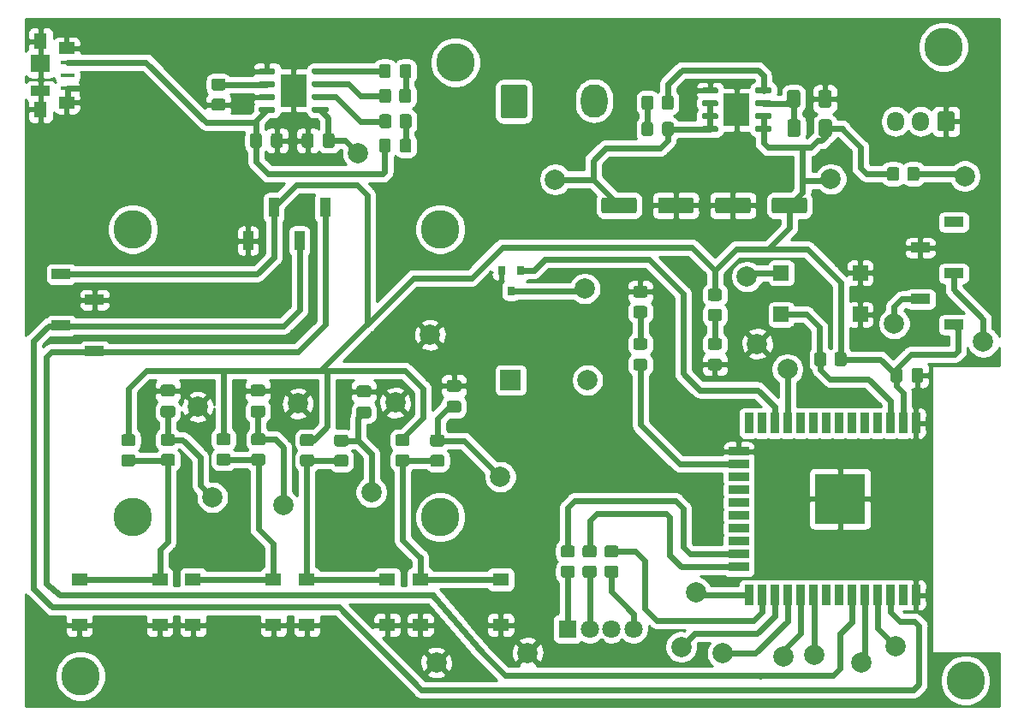
<source format=gbr>
%TF.GenerationSoftware,KiCad,Pcbnew,(5.1.10-1-10_14)*%
%TF.CreationDate,2022-01-20T11:14:49-05:00*%
%TF.ProjectId,PCB_Design,5043425f-4465-4736-9967-6e2e6b696361,rev?*%
%TF.SameCoordinates,Original*%
%TF.FileFunction,Copper,L1,Top*%
%TF.FilePolarity,Positive*%
%FSLAX46Y46*%
G04 Gerber Fmt 4.6, Leading zero omitted, Abs format (unit mm)*
G04 Created by KiCad (PCBNEW (5.1.10-1-10_14)) date 2022-01-20 11:14:49*
%MOMM*%
%LPD*%
G01*
G04 APERTURE LIST*
%TA.AperFunction,ComponentPad*%
%ADD10C,2.000000*%
%TD*%
%TA.AperFunction,ComponentPad*%
%ADD11R,5.000000X5.000000*%
%TD*%
%TA.AperFunction,SMDPad,CuDef*%
%ADD12R,0.900000X2.000000*%
%TD*%
%TA.AperFunction,SMDPad,CuDef*%
%ADD13R,2.000000X0.900000*%
%TD*%
%TA.AperFunction,ComponentPad*%
%ADD14R,2.514000X3.200000*%
%TD*%
%TA.AperFunction,SMDPad,CuDef*%
%ADD15R,1.900000X1.000000*%
%TD*%
%TA.AperFunction,SMDPad,CuDef*%
%ADD16R,1.900000X1.800000*%
%TD*%
%TA.AperFunction,SMDPad,CuDef*%
%ADD17R,1.300000X1.650000*%
%TD*%
%TA.AperFunction,SMDPad,CuDef*%
%ADD18R,1.550000X1.225000*%
%TD*%
%TA.AperFunction,SMDPad,CuDef*%
%ADD19R,1.380000X0.450000*%
%TD*%
%TA.AperFunction,ComponentPad*%
%ADD20O,2.640000X3.300000*%
%TD*%
%TA.AperFunction,SMDPad,CuDef*%
%ADD21R,1.500000X1.500000*%
%TD*%
%TA.AperFunction,SMDPad,CuDef*%
%ADD22R,1.000000X1.900000*%
%TD*%
%TA.AperFunction,ComponentPad*%
%ADD23C,3.800000*%
%TD*%
%TA.AperFunction,SMDPad,CuDef*%
%ADD24R,1.550000X1.300000*%
%TD*%
%TA.AperFunction,ComponentPad*%
%ADD25R,2.000000X2.000000*%
%TD*%
%TA.AperFunction,ComponentPad*%
%ADD26R,1.800000X1.800000*%
%TD*%
%TA.AperFunction,ComponentPad*%
%ADD27C,1.800000*%
%TD*%
%TA.AperFunction,SMDPad,CuDef*%
%ADD28R,0.800000X0.900000*%
%TD*%
%TA.AperFunction,ComponentPad*%
%ADD29O,1.700000X1.950000*%
%TD*%
%TA.AperFunction,Conductor*%
%ADD30C,0.600000*%
%TD*%
%TA.AperFunction,Conductor*%
%ADD31C,0.250000*%
%TD*%
%TA.AperFunction,Conductor*%
%ADD32C,0.254000*%
%TD*%
%TA.AperFunction,Conductor*%
%ADD33C,0.100000*%
%TD*%
G04 APERTURE END LIST*
D10*
%TO.P,REF\u002A\u002A,1*%
%TO.N,/Batt*%
X94742000Y-104736900D03*
%TD*%
%TO.P,REF\u002A\u002A,1*%
%TO.N,GND*%
X102501700Y-155130500D03*
%TD*%
%TO.P,REF\u002A\u002A,1*%
%TO.N,GND*%
X111531400Y-154165300D03*
%TD*%
%TO.P,REF\u002A\u002A,1*%
%TO.N,GND*%
X101879400Y-122720100D03*
%TD*%
%TO.P,REF\u002A\u002A,1*%
%TO.N,GND*%
X98437700Y-129425700D03*
%TD*%
%TO.P,REF\u002A\u002A,1*%
%TO.N,GND*%
X88811100Y-129514600D03*
%TD*%
%TO.P,REF\u002A\u002A,1*%
%TO.N,GND*%
X134239000Y-123596400D03*
%TD*%
%TO.P,REF\u002A\u002A,1*%
%TO.N,GND*%
X78892400Y-129832100D03*
%TD*%
D11*
%TO.P,U1,39*%
%TO.N,GND*%
X142423500Y-138954000D03*
D12*
%TO.P,U1,1*%
X149923500Y-131454000D03*
%TO.P,U1,2*%
%TO.N,/3.3v*%
X148653500Y-131454000D03*
%TO.P,U1,3*%
%TO.N,Net-(Ren1-Pad2)*%
X147383500Y-131454000D03*
%TO.P,U1,4*%
%TO.N,Net-(U1-Pad4)*%
X146113500Y-131454000D03*
%TO.P,U1,5*%
%TO.N,Net-(U1-Pad5)*%
X144843500Y-131454000D03*
%TO.P,U1,6*%
%TO.N,Net-(U1-Pad6)*%
X143573500Y-131454000D03*
%TO.P,U1,7*%
%TO.N,Net-(U1-Pad7)*%
X142303500Y-131454000D03*
%TO.P,U1,8*%
%TO.N,Net-(U1-Pad8)*%
X141033500Y-131454000D03*
%TO.P,U1,9*%
%TO.N,Net-(U1-Pad9)*%
X139763500Y-131454000D03*
%TO.P,U1,10*%
%TO.N,Net-(U1-Pad10)*%
X138493500Y-131454000D03*
%TO.P,U1,11*%
%TO.N,Net-(4.7k1-Pad2)*%
X137223500Y-131454000D03*
%TO.P,U1,12*%
%TO.N,Net-(NMOS_Buzzer1-Pad1)*%
X135953500Y-131454000D03*
%TO.P,U1,13*%
%TO.N,Net-(U1-Pad13)*%
X134683500Y-131454000D03*
%TO.P,U1,14*%
%TO.N,Net-(U1-Pad14)*%
X133413500Y-131454000D03*
D13*
%TO.P,U1,15*%
%TO.N,GND*%
X132413500Y-134239000D03*
%TO.P,U1,16*%
%TO.N,Net-(LED_Prog_B1-Pad2)*%
X132413500Y-135509000D03*
%TO.P,U1,17*%
%TO.N,Net-(U1-Pad17)*%
X132413500Y-136779000D03*
%TO.P,U1,18*%
%TO.N,Net-(U1-Pad18)*%
X132413500Y-138049000D03*
%TO.P,U1,19*%
%TO.N,Net-(U1-Pad19)*%
X132413500Y-139319000D03*
%TO.P,U1,20*%
%TO.N,Net-(U1-Pad20)*%
X132413500Y-140589000D03*
%TO.P,U1,21*%
%TO.N,Net-(U1-Pad21)*%
X132413500Y-141859000D03*
%TO.P,U1,22*%
%TO.N,Net-(U1-Pad22)*%
X132413500Y-143129000D03*
%TO.P,U1,23*%
%TO.N,Net-(R_RGB_B1-Pad2)*%
X132413500Y-144399000D03*
%TO.P,U1,24*%
%TO.N,Net-(R_RGB_G1-Pad2)*%
X132413500Y-145669000D03*
D12*
%TO.P,U1,25*%
%TO.N,Net-(SW2-Pad1)*%
X133413500Y-148454000D03*
%TO.P,U1,26*%
%TO.N,Net-(R_RGB_R1-Pad2)*%
X134683500Y-148454000D03*
%TO.P,U1,27*%
%TO.N,/Button4/Sw*%
X135953500Y-148454000D03*
%TO.P,U1,28*%
%TO.N,/Button3/Sw*%
X137223500Y-148454000D03*
%TO.P,U1,29*%
%TO.N,/Button2 /Sw*%
X138493500Y-148454000D03*
%TO.P,U1,30*%
%TO.N,/Button1/Sw*%
X139763500Y-148454000D03*
%TO.P,U1,31*%
%TO.N,Net-(U1-Pad31)*%
X141033500Y-148454000D03*
%TO.P,U1,32*%
%TO.N,Net-(U1-Pad32)*%
X142303500Y-148454000D03*
%TO.P,U1,33*%
%TO.N,Net-(Conn_I2C1-Pad1)*%
X143573500Y-148454000D03*
%TO.P,U1,34*%
%TO.N,Net-(Conn_prog1-Pad2)*%
X144843500Y-148454000D03*
%TO.P,U1,35*%
%TO.N,Net-(Conn_prog1-Pad3)*%
X146113500Y-148454000D03*
%TO.P,U1,36*%
%TO.N,Net-(Conn_I2C1-Pad2)*%
X147383500Y-148454000D03*
%TO.P,U1,37*%
%TO.N,Net-(U1-Pad37)*%
X148653500Y-148454000D03*
%TO.P,U1,38*%
%TO.N,GND*%
X149923500Y-148454000D03*
%TD*%
D10*
%TO.P,REF\u002A\u002A,1*%
%TO.N,/Button1/Sw*%
X139865100Y-154393900D03*
%TD*%
%TO.P,REF\u002A\u002A,1*%
%TO.N,Net-(Conn_prog1-Pad2)*%
X147777200Y-121615200D03*
%TD*%
%TO.P,REF\u002A\u002A,1*%
%TO.N,/Button3/Sw*%
X130810000Y-154228800D03*
%TD*%
%TO.P,REF\u002A\u002A,1*%
%TO.N,/Button2 /Sw*%
X136791700Y-154546300D03*
%TD*%
%TO.P,REF\u002A\u002A,1*%
%TO.N,Net-(4.7k1-Pad2)*%
X154762200Y-107022900D03*
%TD*%
%TO.P,REF\u002A\u002A,1*%
%TO.N,Net-(Conn_prog1-Pad3)*%
X147904200Y-153504900D03*
%TD*%
%TO.P,REF\u002A\u002A,1*%
%TO.N,/Button4/Sw*%
X126720600Y-153581100D03*
%TD*%
%TO.P,REF\u002A\u002A,1*%
%TO.N,Net-(FlagLED_R1-Pad2)*%
X114261900Y-107340400D03*
%TD*%
%TO.P,REF\u002A\u002A,1*%
%TO.N,Net-(Buzzer1-Pad2)*%
X117182900Y-118148100D03*
%TD*%
%TO.P,REF\u002A\u002A,1*%
%TO.N,/Button1/Sw*%
X108826300Y-136753600D03*
%TD*%
%TO.P,REF\u002A\u002A,1*%
%TO.N,Net-(Conn_prog1-Pad2)*%
X144513300Y-155105100D03*
%TD*%
%TO.P,REF\u002A\u002A,1*%
%TO.N,Net-(Conn_prog1-Pad3)*%
X156591000Y-123418600D03*
%TD*%
%TO.P,REF\u002A\u002A,1*%
%TO.N,Net-(4.7k1-Pad2)*%
X137210800Y-126123700D03*
%TD*%
%TO.P,REF\u002A\u002A,1*%
%TO.N,Net-(SW2-Pad1)*%
X128168400Y-148183600D03*
%TD*%
%TO.P,REF\u002A\u002A,1*%
%TO.N,/3.3v*%
X141516100Y-107302300D03*
%TD*%
%TO.P,REF\u002A\u002A,1*%
%TO.N,/Button4/Sw*%
X80352900Y-138785600D03*
%TD*%
%TO.P,REF\u002A\u002A,1*%
%TO.N,/Button2 /Sw*%
X96088200Y-138277600D03*
%TD*%
%TO.P,REF\u002A\u002A,1*%
%TO.N,Net-(SW2-Pad1)*%
X133223000Y-116954300D03*
%TD*%
%TO.P,REF\u002A\u002A,1*%
%TO.N,/Button3/Sw*%
X87388700Y-139560300D03*
%TD*%
D14*
%TO.P,IC1,9*%
%TO.N,GND*%
X132207000Y-100457000D03*
%TO.P,IC1,8*%
%TO.N,Net-(IC1-Pad8)*%
%TA.AperFunction,SMDPad,CuDef*%
G36*
G01*
X134032000Y-98702000D02*
X134032000Y-98402000D01*
G75*
G02*
X134182000Y-98252000I150000J0D01*
G01*
X135507000Y-98252000D01*
G75*
G02*
X135657000Y-98402000I0J-150000D01*
G01*
X135657000Y-98702000D01*
G75*
G02*
X135507000Y-98852000I-150000J0D01*
G01*
X134182000Y-98852000D01*
G75*
G02*
X134032000Y-98702000I0J150000D01*
G01*
G37*
%TD.AperFunction*%
%TO.P,IC1,7*%
%TO.N,Net-(IC1-Pad7)*%
%TA.AperFunction,SMDPad,CuDef*%
G36*
G01*
X134032000Y-99972000D02*
X134032000Y-99672000D01*
G75*
G02*
X134182000Y-99522000I150000J0D01*
G01*
X135507000Y-99522000D01*
G75*
G02*
X135657000Y-99672000I0J-150000D01*
G01*
X135657000Y-99972000D01*
G75*
G02*
X135507000Y-100122000I-150000J0D01*
G01*
X134182000Y-100122000D01*
G75*
G02*
X134032000Y-99972000I0J150000D01*
G01*
G37*
%TD.AperFunction*%
%TO.P,IC1,6*%
%TO.N,/3.3v*%
%TA.AperFunction,SMDPad,CuDef*%
G36*
G01*
X134032000Y-101242000D02*
X134032000Y-100942000D01*
G75*
G02*
X134182000Y-100792000I150000J0D01*
G01*
X135507000Y-100792000D01*
G75*
G02*
X135657000Y-100942000I0J-150000D01*
G01*
X135657000Y-101242000D01*
G75*
G02*
X135507000Y-101392000I-150000J0D01*
G01*
X134182000Y-101392000D01*
G75*
G02*
X134032000Y-101242000I0J150000D01*
G01*
G37*
%TD.AperFunction*%
%TO.P,IC1,5*%
%TA.AperFunction,SMDPad,CuDef*%
G36*
G01*
X134032000Y-102512000D02*
X134032000Y-102212000D01*
G75*
G02*
X134182000Y-102062000I150000J0D01*
G01*
X135507000Y-102062000D01*
G75*
G02*
X135657000Y-102212000I0J-150000D01*
G01*
X135657000Y-102512000D01*
G75*
G02*
X135507000Y-102662000I-150000J0D01*
G01*
X134182000Y-102662000D01*
G75*
G02*
X134032000Y-102512000I0J150000D01*
G01*
G37*
%TD.AperFunction*%
%TO.P,IC1,4*%
%TO.N,Net-(FlagLED_R1-Pad2)*%
%TA.AperFunction,SMDPad,CuDef*%
G36*
G01*
X128757000Y-102512000D02*
X128757000Y-102212000D01*
G75*
G02*
X128907000Y-102062000I150000J0D01*
G01*
X130232000Y-102062000D01*
G75*
G02*
X130382000Y-102212000I0J-150000D01*
G01*
X130382000Y-102512000D01*
G75*
G02*
X130232000Y-102662000I-150000J0D01*
G01*
X128907000Y-102662000D01*
G75*
G02*
X128757000Y-102512000I0J150000D01*
G01*
G37*
%TD.AperFunction*%
%TO.P,IC1,3*%
%TA.AperFunction,SMDPad,CuDef*%
G36*
G01*
X128757000Y-101242000D02*
X128757000Y-100942000D01*
G75*
G02*
X128907000Y-100792000I150000J0D01*
G01*
X130232000Y-100792000D01*
G75*
G02*
X130382000Y-100942000I0J-150000D01*
G01*
X130382000Y-101242000D01*
G75*
G02*
X130232000Y-101392000I-150000J0D01*
G01*
X128907000Y-101392000D01*
G75*
G02*
X128757000Y-101242000I0J150000D01*
G01*
G37*
%TD.AperFunction*%
%TO.P,IC1,2*%
%TA.AperFunction,SMDPad,CuDef*%
G36*
G01*
X128757000Y-99972000D02*
X128757000Y-99672000D01*
G75*
G02*
X128907000Y-99522000I150000J0D01*
G01*
X130232000Y-99522000D01*
G75*
G02*
X130382000Y-99672000I0J-150000D01*
G01*
X130382000Y-99972000D01*
G75*
G02*
X130232000Y-100122000I-150000J0D01*
G01*
X128907000Y-100122000D01*
G75*
G02*
X128757000Y-99972000I0J150000D01*
G01*
G37*
%TD.AperFunction*%
%TO.P,IC1,1*%
%TO.N,GND*%
%TA.AperFunction,SMDPad,CuDef*%
G36*
G01*
X128757000Y-98702000D02*
X128757000Y-98402000D01*
G75*
G02*
X128907000Y-98252000I150000J0D01*
G01*
X130232000Y-98252000D01*
G75*
G02*
X130382000Y-98402000I0J-150000D01*
G01*
X130382000Y-98702000D01*
G75*
G02*
X130232000Y-98852000I-150000J0D01*
G01*
X128907000Y-98852000D01*
G75*
G02*
X128757000Y-98702000I0J150000D01*
G01*
G37*
%TD.AperFunction*%
%TD*%
%TO.P,J1,1*%
%TO.N,GND*%
%TA.AperFunction,SMDPad,CuDef*%
G36*
G01*
X84942000Y-96797000D02*
X84942000Y-96497000D01*
G75*
G02*
X85092000Y-96347000I150000J0D01*
G01*
X86417000Y-96347000D01*
G75*
G02*
X86567000Y-96497000I0J-150000D01*
G01*
X86567000Y-96797000D01*
G75*
G02*
X86417000Y-96947000I-150000J0D01*
G01*
X85092000Y-96947000D01*
G75*
G02*
X84942000Y-96797000I0J150000D01*
G01*
G37*
%TD.AperFunction*%
%TO.P,J1,2*%
%TO.N,Net-(J1-Pad2)*%
%TA.AperFunction,SMDPad,CuDef*%
G36*
G01*
X84942000Y-98067000D02*
X84942000Y-97767000D01*
G75*
G02*
X85092000Y-97617000I150000J0D01*
G01*
X86417000Y-97617000D01*
G75*
G02*
X86567000Y-97767000I0J-150000D01*
G01*
X86567000Y-98067000D01*
G75*
G02*
X86417000Y-98217000I-150000J0D01*
G01*
X85092000Y-98217000D01*
G75*
G02*
X84942000Y-98067000I0J150000D01*
G01*
G37*
%TD.AperFunction*%
%TO.P,J1,3*%
%TO.N,GND*%
%TA.AperFunction,SMDPad,CuDef*%
G36*
G01*
X84942000Y-99337000D02*
X84942000Y-99037000D01*
G75*
G02*
X85092000Y-98887000I150000J0D01*
G01*
X86417000Y-98887000D01*
G75*
G02*
X86567000Y-99037000I0J-150000D01*
G01*
X86567000Y-99337000D01*
G75*
G02*
X86417000Y-99487000I-150000J0D01*
G01*
X85092000Y-99487000D01*
G75*
G02*
X84942000Y-99337000I0J150000D01*
G01*
G37*
%TD.AperFunction*%
%TO.P,J1,4*%
%TO.N,Net-(C1-Pad1)*%
%TA.AperFunction,SMDPad,CuDef*%
G36*
G01*
X84942000Y-100607000D02*
X84942000Y-100307000D01*
G75*
G02*
X85092000Y-100157000I150000J0D01*
G01*
X86417000Y-100157000D01*
G75*
G02*
X86567000Y-100307000I0J-150000D01*
G01*
X86567000Y-100607000D01*
G75*
G02*
X86417000Y-100757000I-150000J0D01*
G01*
X85092000Y-100757000D01*
G75*
G02*
X84942000Y-100607000I0J150000D01*
G01*
G37*
%TD.AperFunction*%
%TO.P,J1,5*%
%TO.N,/Batt*%
%TA.AperFunction,SMDPad,CuDef*%
G36*
G01*
X90217000Y-100607000D02*
X90217000Y-100307000D01*
G75*
G02*
X90367000Y-100157000I150000J0D01*
G01*
X91692000Y-100157000D01*
G75*
G02*
X91842000Y-100307000I0J-150000D01*
G01*
X91842000Y-100607000D01*
G75*
G02*
X91692000Y-100757000I-150000J0D01*
G01*
X90367000Y-100757000D01*
G75*
G02*
X90217000Y-100607000I0J150000D01*
G01*
G37*
%TD.AperFunction*%
%TO.P,J1,6*%
%TO.N,Net-(J1-Pad6)*%
%TA.AperFunction,SMDPad,CuDef*%
G36*
G01*
X90217000Y-99337000D02*
X90217000Y-99037000D01*
G75*
G02*
X90367000Y-98887000I150000J0D01*
G01*
X91692000Y-98887000D01*
G75*
G02*
X91842000Y-99037000I0J-150000D01*
G01*
X91842000Y-99337000D01*
G75*
G02*
X91692000Y-99487000I-150000J0D01*
G01*
X90367000Y-99487000D01*
G75*
G02*
X90217000Y-99337000I0J150000D01*
G01*
G37*
%TD.AperFunction*%
%TO.P,J1,7*%
%TO.N,Net-(J1-Pad7)*%
%TA.AperFunction,SMDPad,CuDef*%
G36*
G01*
X90217000Y-98067000D02*
X90217000Y-97767000D01*
G75*
G02*
X90367000Y-97617000I150000J0D01*
G01*
X91692000Y-97617000D01*
G75*
G02*
X91842000Y-97767000I0J-150000D01*
G01*
X91842000Y-98067000D01*
G75*
G02*
X91692000Y-98217000I-150000J0D01*
G01*
X90367000Y-98217000D01*
G75*
G02*
X90217000Y-98067000I0J150000D01*
G01*
G37*
%TD.AperFunction*%
%TO.P,J1,8*%
%TO.N,Net-(J1-Pad8)*%
%TA.AperFunction,SMDPad,CuDef*%
G36*
G01*
X90217000Y-96797000D02*
X90217000Y-96497000D01*
G75*
G02*
X90367000Y-96347000I150000J0D01*
G01*
X91692000Y-96347000D01*
G75*
G02*
X91842000Y-96497000I0J-150000D01*
G01*
X91842000Y-96797000D01*
G75*
G02*
X91692000Y-96947000I-150000J0D01*
G01*
X90367000Y-96947000D01*
G75*
G02*
X90217000Y-96797000I0J150000D01*
G01*
G37*
%TD.AperFunction*%
%TO.P,J1,9*%
%TO.N,GND*%
X88392000Y-98552000D03*
%TD*%
D15*
%TO.P,J2,6*%
%TO.N,GND*%
X63379500Y-98603400D03*
D16*
X63379500Y-95903400D03*
D17*
X63379500Y-100428400D03*
X63379500Y-93678400D03*
D18*
X65954500Y-99740900D03*
X65954500Y-94365900D03*
D19*
%TO.P,J2,5*%
X66039500Y-98353400D03*
%TO.P,J2,3*%
%TO.N,Net-(J2-Pad3)*%
X66039500Y-97053400D03*
%TO.P,J2,1*%
%TO.N,Net-(C1-Pad1)*%
X66039500Y-95753400D03*
%TD*%
%TO.P,R2,2*%
%TO.N,GND*%
%TA.AperFunction,SMDPad,CuDef*%
G36*
G01*
X140282500Y-99989800D02*
X140282500Y-98739800D01*
G75*
G02*
X140532500Y-98489800I250000J0D01*
G01*
X141332500Y-98489800D01*
G75*
G02*
X141582500Y-98739800I0J-250000D01*
G01*
X141582500Y-99989800D01*
G75*
G02*
X141332500Y-100239800I-250000J0D01*
G01*
X140532500Y-100239800D01*
G75*
G02*
X140282500Y-99989800I0J250000D01*
G01*
G37*
%TD.AperFunction*%
%TO.P,R2,1*%
%TO.N,Net-(IC1-Pad7)*%
%TA.AperFunction,SMDPad,CuDef*%
G36*
G01*
X137182500Y-99989800D02*
X137182500Y-98739800D01*
G75*
G02*
X137432500Y-98489800I250000J0D01*
G01*
X138232500Y-98489800D01*
G75*
G02*
X138482500Y-98739800I0J-250000D01*
G01*
X138482500Y-99989800D01*
G75*
G02*
X138232500Y-100239800I-250000J0D01*
G01*
X137432500Y-100239800D01*
G75*
G02*
X137182500Y-99989800I0J250000D01*
G01*
G37*
%TD.AperFunction*%
%TD*%
%TO.P,R1,2*%
%TO.N,Net-(IC1-Pad7)*%
%TA.AperFunction,SMDPad,CuDef*%
G36*
G01*
X138520600Y-101648100D02*
X138520600Y-102898100D01*
G75*
G02*
X138270600Y-103148100I-250000J0D01*
G01*
X137470600Y-103148100D01*
G75*
G02*
X137220600Y-102898100I0J250000D01*
G01*
X137220600Y-101648100D01*
G75*
G02*
X137470600Y-101398100I250000J0D01*
G01*
X138270600Y-101398100D01*
G75*
G02*
X138520600Y-101648100I0J-250000D01*
G01*
G37*
%TD.AperFunction*%
%TO.P,R1,1*%
%TO.N,/3.3v*%
%TA.AperFunction,SMDPad,CuDef*%
G36*
G01*
X141620600Y-101648100D02*
X141620600Y-102898100D01*
G75*
G02*
X141370600Y-103148100I-250000J0D01*
G01*
X140570600Y-103148100D01*
G75*
G02*
X140320600Y-102898100I0J250000D01*
G01*
X140320600Y-101648100D01*
G75*
G02*
X140570600Y-101398100I250000J0D01*
G01*
X141370600Y-101398100D01*
G75*
G02*
X141620600Y-101648100I0J-250000D01*
G01*
G37*
%TD.AperFunction*%
%TD*%
D20*
%TO.P,SW_ONOFF1,2*%
%TO.N,Net-(FlagLED_R1-Pad2)*%
X118110000Y-99568000D03*
%TO.P,SW_ONOFF1,1*%
%TO.N,/Batt*%
%TA.AperFunction,ComponentPad*%
G36*
G01*
X111242500Y-101281500D02*
X109102500Y-101281500D01*
G75*
G02*
X108852500Y-101031500I0J250000D01*
G01*
X108852500Y-98231500D01*
G75*
G02*
X109102500Y-97981500I250000J0D01*
G01*
X111242500Y-97981500D01*
G75*
G02*
X111492500Y-98231500I0J-250000D01*
G01*
X111492500Y-101031500D01*
G75*
G02*
X111242500Y-101281500I-250000J0D01*
G01*
G37*
%TD.AperFunction*%
%TD*%
%TO.P,R_rLED1,2*%
%TO.N,Net-(J1-Pad7)*%
%TA.AperFunction,SMDPad,CuDef*%
G36*
G01*
X98028300Y-98635399D02*
X98028300Y-99535401D01*
G75*
G02*
X97778301Y-99785400I-249999J0D01*
G01*
X97078299Y-99785400D01*
G75*
G02*
X96828300Y-99535401I0J249999D01*
G01*
X96828300Y-98635399D01*
G75*
G02*
X97078299Y-98385400I249999J0D01*
G01*
X97778301Y-98385400D01*
G75*
G02*
X98028300Y-98635399I0J-249999D01*
G01*
G37*
%TD.AperFunction*%
%TO.P,R_rLED1,1*%
%TO.N,Net-(R_rLED1-Pad1)*%
%TA.AperFunction,SMDPad,CuDef*%
G36*
G01*
X100028300Y-98635399D02*
X100028300Y-99535401D01*
G75*
G02*
X99778301Y-99785400I-249999J0D01*
G01*
X99078299Y-99785400D01*
G75*
G02*
X98828300Y-99535401I0J249999D01*
G01*
X98828300Y-98635399D01*
G75*
G02*
X99078299Y-98385400I249999J0D01*
G01*
X99778301Y-98385400D01*
G75*
G02*
X100028300Y-98635399I0J-249999D01*
G01*
G37*
%TD.AperFunction*%
%TD*%
D21*
%TO.P,SW2,2*%
%TO.N,GND*%
X144412800Y-116586000D03*
%TO.P,SW2,1*%
%TO.N,Net-(SW2-Pad1)*%
X136612800Y-116586000D03*
%TD*%
%TO.P,SW1,2*%
%TO.N,Net-(Ren1-Pad2)*%
X136612800Y-120700800D03*
%TO.P,SW1,1*%
%TO.N,GND*%
X144412800Y-120700800D03*
%TD*%
%TO.P,C_bypass1,2*%
%TO.N,/3.3v*%
%TA.AperFunction,SMDPad,CuDef*%
G36*
G01*
X148588400Y-126245600D02*
X148588400Y-127195600D01*
G75*
G02*
X148338400Y-127445600I-250000J0D01*
G01*
X147663400Y-127445600D01*
G75*
G02*
X147413400Y-127195600I0J250000D01*
G01*
X147413400Y-126245600D01*
G75*
G02*
X147663400Y-125995600I250000J0D01*
G01*
X148338400Y-125995600D01*
G75*
G02*
X148588400Y-126245600I0J-250000D01*
G01*
G37*
%TD.AperFunction*%
%TO.P,C_bypass1,1*%
%TO.N,GND*%
%TA.AperFunction,SMDPad,CuDef*%
G36*
G01*
X150663400Y-126245600D02*
X150663400Y-127195600D01*
G75*
G02*
X150413400Y-127445600I-250000J0D01*
G01*
X149738400Y-127445600D01*
G75*
G02*
X149488400Y-127195600I0J250000D01*
G01*
X149488400Y-126245600D01*
G75*
G02*
X149738400Y-125995600I250000J0D01*
G01*
X150413400Y-125995600D01*
G75*
G02*
X150663400Y-126245600I0J-250000D01*
G01*
G37*
%TD.AperFunction*%
%TD*%
D22*
%TO.P,Conn_OLED1,4*%
%TO.N,Net-(Conn_I2C1-Pad1)*%
X91503500Y-110110000D03*
%TO.P,Conn_OLED1,2*%
%TO.N,/3.3v*%
X86423500Y-110110000D03*
%TO.P,Conn_OLED1,3*%
%TO.N,Net-(Conn_I2C1-Pad2)*%
X88963500Y-113410000D03*
%TO.P,Conn_OLED1,1*%
%TO.N,GND*%
X83883500Y-113410000D03*
D23*
%TO.P,Conn_OLED1,*%
%TO.N,*%
X72493500Y-140760000D03*
X72493500Y-112260000D03*
X102893500Y-112260000D03*
X102893500Y-140760000D03*
%TD*%
%TO.P,Tornillo vier,1*%
%TO.N,N/C*%
X154825700Y-156895800D03*
%TD*%
%TO.P,Tornillo drei,1*%
%TO.N,N/C*%
X67310000Y-156464000D03*
%TD*%
%TO.P,Tornillo zwei,1*%
%TO.N,N/C*%
X152654000Y-94234000D03*
%TD*%
%TO.P,Tornillo eins,1*%
%TO.N,N/C*%
X104394000Y-95758000D03*
%TD*%
D15*
%TO.P,Conn_prog1,4*%
%TO.N,GND*%
X150369000Y-114109500D03*
%TO.P,Conn_prog1,2*%
%TO.N,Net-(Conn_prog1-Pad2)*%
X150369000Y-119189500D03*
%TO.P,Conn_prog1,5*%
%TO.N,Net-(Conn_prog1-Pad5)*%
X153669000Y-111569500D03*
%TO.P,Conn_prog1,3*%
%TO.N,Net-(Conn_prog1-Pad3)*%
X153669000Y-116649500D03*
%TO.P,Conn_prog1,1*%
%TO.N,/3.3v*%
X153669000Y-121729500D03*
%TD*%
D24*
%TO.P,BT4,2*%
%TO.N,Net-(BT4-Pad2)*%
X67208500Y-146911500D03*
%TO.P,BT4,1*%
%TO.N,GND*%
X67208500Y-151411500D03*
X75158500Y-151411500D03*
%TO.P,BT4,2*%
%TO.N,Net-(BT4-Pad2)*%
X75158500Y-146911500D03*
%TD*%
%TO.P,BT3,2*%
%TO.N,Net-(BT3-Pad2)*%
X78448000Y-146911500D03*
%TO.P,BT3,1*%
%TO.N,GND*%
X78448000Y-151411500D03*
X86398000Y-151411500D03*
%TO.P,BT3,2*%
%TO.N,Net-(BT3-Pad2)*%
X86398000Y-146911500D03*
%TD*%
%TO.P,BT2,2*%
%TO.N,Net-(BT2-Pad2)*%
X89687500Y-146911500D03*
%TO.P,BT2,1*%
%TO.N,GND*%
X89687500Y-151411500D03*
X97637500Y-151411500D03*
%TO.P,BT2,2*%
%TO.N,Net-(BT2-Pad2)*%
X97637500Y-146911500D03*
%TD*%
%TO.P,BT1,2*%
%TO.N,Net-(BT1-Pad2)*%
X100927500Y-146911500D03*
%TO.P,BT1,1*%
%TO.N,GND*%
X100927500Y-151411500D03*
X108877500Y-151411500D03*
%TO.P,BT1,2*%
%TO.N,Net-(BT1-Pad2)*%
X108877500Y-146911500D03*
%TD*%
%TO.P,Cd4,2*%
%TO.N,/Button4/Sw*%
%TA.AperFunction,SMDPad,CuDef*%
G36*
G01*
X75483700Y-129710600D02*
X76433700Y-129710600D01*
G75*
G02*
X76683700Y-129960600I0J-250000D01*
G01*
X76683700Y-130635600D01*
G75*
G02*
X76433700Y-130885600I-250000J0D01*
G01*
X75483700Y-130885600D01*
G75*
G02*
X75233700Y-130635600I0J250000D01*
G01*
X75233700Y-129960600D01*
G75*
G02*
X75483700Y-129710600I250000J0D01*
G01*
G37*
%TD.AperFunction*%
%TO.P,Cd4,1*%
%TO.N,GND*%
%TA.AperFunction,SMDPad,CuDef*%
G36*
G01*
X75483700Y-127635600D02*
X76433700Y-127635600D01*
G75*
G02*
X76683700Y-127885600I0J-250000D01*
G01*
X76683700Y-128560600D01*
G75*
G02*
X76433700Y-128810600I-250000J0D01*
G01*
X75483700Y-128810600D01*
G75*
G02*
X75233700Y-128560600I0J250000D01*
G01*
X75233700Y-127885600D01*
G75*
G02*
X75483700Y-127635600I250000J0D01*
G01*
G37*
%TD.AperFunction*%
%TD*%
%TO.P,Cd3,2*%
%TO.N,/Button3/Sw*%
%TA.AperFunction,SMDPad,CuDef*%
G36*
G01*
X84386400Y-129710600D02*
X85336400Y-129710600D01*
G75*
G02*
X85586400Y-129960600I0J-250000D01*
G01*
X85586400Y-130635600D01*
G75*
G02*
X85336400Y-130885600I-250000J0D01*
G01*
X84386400Y-130885600D01*
G75*
G02*
X84136400Y-130635600I0J250000D01*
G01*
X84136400Y-129960600D01*
G75*
G02*
X84386400Y-129710600I250000J0D01*
G01*
G37*
%TD.AperFunction*%
%TO.P,Cd3,1*%
%TO.N,GND*%
%TA.AperFunction,SMDPad,CuDef*%
G36*
G01*
X84386400Y-127635600D02*
X85336400Y-127635600D01*
G75*
G02*
X85586400Y-127885600I0J-250000D01*
G01*
X85586400Y-128560600D01*
G75*
G02*
X85336400Y-128810600I-250000J0D01*
G01*
X84386400Y-128810600D01*
G75*
G02*
X84136400Y-128560600I0J250000D01*
G01*
X84136400Y-127885600D01*
G75*
G02*
X84386400Y-127635600I250000J0D01*
G01*
G37*
%TD.AperFunction*%
%TD*%
%TO.P,Cd2,2*%
%TO.N,/Button2 /Sw*%
%TA.AperFunction,SMDPad,CuDef*%
G36*
G01*
X94863900Y-129799500D02*
X95813900Y-129799500D01*
G75*
G02*
X96063900Y-130049500I0J-250000D01*
G01*
X96063900Y-130724500D01*
G75*
G02*
X95813900Y-130974500I-250000J0D01*
G01*
X94863900Y-130974500D01*
G75*
G02*
X94613900Y-130724500I0J250000D01*
G01*
X94613900Y-130049500D01*
G75*
G02*
X94863900Y-129799500I250000J0D01*
G01*
G37*
%TD.AperFunction*%
%TO.P,Cd2,1*%
%TO.N,GND*%
%TA.AperFunction,SMDPad,CuDef*%
G36*
G01*
X94863900Y-127724500D02*
X95813900Y-127724500D01*
G75*
G02*
X96063900Y-127974500I0J-250000D01*
G01*
X96063900Y-128649500D01*
G75*
G02*
X95813900Y-128899500I-250000J0D01*
G01*
X94863900Y-128899500D01*
G75*
G02*
X94613900Y-128649500I0J250000D01*
G01*
X94613900Y-127974500D01*
G75*
G02*
X94863900Y-127724500I250000J0D01*
G01*
G37*
%TD.AperFunction*%
%TD*%
%TO.P,Cd1,2*%
%TO.N,/Button1/Sw*%
%TA.AperFunction,SMDPad,CuDef*%
G36*
G01*
X103766600Y-129253400D02*
X104716600Y-129253400D01*
G75*
G02*
X104966600Y-129503400I0J-250000D01*
G01*
X104966600Y-130178400D01*
G75*
G02*
X104716600Y-130428400I-250000J0D01*
G01*
X103766600Y-130428400D01*
G75*
G02*
X103516600Y-130178400I0J250000D01*
G01*
X103516600Y-129503400D01*
G75*
G02*
X103766600Y-129253400I250000J0D01*
G01*
G37*
%TD.AperFunction*%
%TO.P,Cd1,1*%
%TO.N,GND*%
%TA.AperFunction,SMDPad,CuDef*%
G36*
G01*
X103766600Y-127178400D02*
X104716600Y-127178400D01*
G75*
G02*
X104966600Y-127428400I0J-250000D01*
G01*
X104966600Y-128103400D01*
G75*
G02*
X104716600Y-128353400I-250000J0D01*
G01*
X103766600Y-128353400D01*
G75*
G02*
X103516600Y-128103400I0J250000D01*
G01*
X103516600Y-127428400D01*
G75*
G02*
X103766600Y-127178400I250000J0D01*
G01*
G37*
%TD.AperFunction*%
%TD*%
%TO.P,C2,2*%
%TO.N,GND*%
%TA.AperFunction,SMDPad,CuDef*%
G36*
G01*
X90376500Y-103030000D02*
X90376500Y-103980000D01*
G75*
G02*
X90126500Y-104230000I-250000J0D01*
G01*
X89451500Y-104230000D01*
G75*
G02*
X89201500Y-103980000I0J250000D01*
G01*
X89201500Y-103030000D01*
G75*
G02*
X89451500Y-102780000I250000J0D01*
G01*
X90126500Y-102780000D01*
G75*
G02*
X90376500Y-103030000I0J-250000D01*
G01*
G37*
%TD.AperFunction*%
%TO.P,C2,1*%
%TO.N,/Batt*%
%TA.AperFunction,SMDPad,CuDef*%
G36*
G01*
X92451500Y-103030000D02*
X92451500Y-103980000D01*
G75*
G02*
X92201500Y-104230000I-250000J0D01*
G01*
X91526500Y-104230000D01*
G75*
G02*
X91276500Y-103980000I0J250000D01*
G01*
X91276500Y-103030000D01*
G75*
G02*
X91526500Y-102780000I250000J0D01*
G01*
X92201500Y-102780000D01*
G75*
G02*
X92451500Y-103030000I0J-250000D01*
G01*
G37*
%TD.AperFunction*%
%TD*%
%TO.P,C1,2*%
%TO.N,GND*%
%TA.AperFunction,SMDPad,CuDef*%
G36*
G01*
X86153500Y-103980000D02*
X86153500Y-103030000D01*
G75*
G02*
X86403500Y-102780000I250000J0D01*
G01*
X87078500Y-102780000D01*
G75*
G02*
X87328500Y-103030000I0J-250000D01*
G01*
X87328500Y-103980000D01*
G75*
G02*
X87078500Y-104230000I-250000J0D01*
G01*
X86403500Y-104230000D01*
G75*
G02*
X86153500Y-103980000I0J250000D01*
G01*
G37*
%TD.AperFunction*%
%TO.P,C1,1*%
%TO.N,Net-(C1-Pad1)*%
%TA.AperFunction,SMDPad,CuDef*%
G36*
G01*
X84078500Y-103980000D02*
X84078500Y-103030000D01*
G75*
G02*
X84328500Y-102780000I250000J0D01*
G01*
X85003500Y-102780000D01*
G75*
G02*
X85253500Y-103030000I0J-250000D01*
G01*
X85253500Y-103980000D01*
G75*
G02*
X85003500Y-104230000I-250000J0D01*
G01*
X84328500Y-104230000D01*
G75*
G02*
X84078500Y-103980000I0J250000D01*
G01*
G37*
%TD.AperFunction*%
%TD*%
%TO.P,4.7k1,2*%
%TO.N,Net-(4.7k1-Pad2)*%
%TA.AperFunction,SMDPad,CuDef*%
G36*
G01*
X149069500Y-107257001D02*
X149069500Y-106356999D01*
G75*
G02*
X149319499Y-106107000I249999J0D01*
G01*
X150019501Y-106107000D01*
G75*
G02*
X150269500Y-106356999I0J-249999D01*
G01*
X150269500Y-107257001D01*
G75*
G02*
X150019501Y-107507000I-249999J0D01*
G01*
X149319499Y-107507000D01*
G75*
G02*
X149069500Y-107257001I0J249999D01*
G01*
G37*
%TD.AperFunction*%
%TO.P,4.7k1,1*%
%TO.N,/3.3v*%
%TA.AperFunction,SMDPad,CuDef*%
G36*
G01*
X147069500Y-107257001D02*
X147069500Y-106356999D01*
G75*
G02*
X147319499Y-106107000I249999J0D01*
G01*
X148019501Y-106107000D01*
G75*
G02*
X148269500Y-106356999I0J-249999D01*
G01*
X148269500Y-107257001D01*
G75*
G02*
X148019501Y-107507000I-249999J0D01*
G01*
X147319499Y-107507000D01*
G75*
G02*
X147069500Y-107257001I0J249999D01*
G01*
G37*
%TD.AperFunction*%
%TD*%
D25*
%TO.P,Buzzer1,1*%
%TO.N,/Batt*%
X109855000Y-127190500D03*
D10*
%TO.P,Buzzer1,2*%
%TO.N,Net-(Buzzer1-Pad2)*%
X117455000Y-127190500D03*
%TD*%
D26*
%TO.P,D1,1*%
%TO.N,Net-(D1-Pad1)*%
X115519200Y-151790400D03*
D27*
%TO.P,D1,2*%
%TO.N,Net-(D1-Pad2)*%
X117678200Y-151790400D03*
%TO.P,D1,3*%
%TO.N,GND*%
X119837200Y-151790400D03*
%TO.P,D1,4*%
%TO.N,Net-(D1-Pad4)*%
X121996200Y-151790400D03*
%TD*%
%TO.P,FlagLED_R1,1*%
%TO.N,Net-(FlagLED_R1-Pad1)*%
%TA.AperFunction,SMDPad,CuDef*%
G36*
G01*
X122787500Y-102812001D02*
X122787500Y-101911999D01*
G75*
G02*
X123037499Y-101662000I249999J0D01*
G01*
X123687501Y-101662000D01*
G75*
G02*
X123937500Y-101911999I0J-249999D01*
G01*
X123937500Y-102812001D01*
G75*
G02*
X123687501Y-103062000I-249999J0D01*
G01*
X123037499Y-103062000D01*
G75*
G02*
X122787500Y-102812001I0J249999D01*
G01*
G37*
%TD.AperFunction*%
%TO.P,FlagLED_R1,2*%
%TO.N,Net-(FlagLED_R1-Pad2)*%
%TA.AperFunction,SMDPad,CuDef*%
G36*
G01*
X124837500Y-102812001D02*
X124837500Y-101911999D01*
G75*
G02*
X125087499Y-101662000I249999J0D01*
G01*
X125737501Y-101662000D01*
G75*
G02*
X125987500Y-101911999I0J-249999D01*
G01*
X125987500Y-102812001D01*
G75*
G02*
X125737501Y-103062000I-249999J0D01*
G01*
X125087499Y-103062000D01*
G75*
G02*
X124837500Y-102812001I0J249999D01*
G01*
G37*
%TD.AperFunction*%
%TD*%
%TO.P,gLED1,2*%
%TO.N,Net-(C1-Pad1)*%
%TA.AperFunction,SMDPad,CuDef*%
G36*
G01*
X97991400Y-103562999D02*
X97991400Y-104463001D01*
G75*
G02*
X97741401Y-104713000I-249999J0D01*
G01*
X97091399Y-104713000D01*
G75*
G02*
X96841400Y-104463001I0J249999D01*
G01*
X96841400Y-103562999D01*
G75*
G02*
X97091399Y-103313000I249999J0D01*
G01*
X97741401Y-103313000D01*
G75*
G02*
X97991400Y-103562999I0J-249999D01*
G01*
G37*
%TD.AperFunction*%
%TO.P,gLED1,1*%
%TO.N,Net-(R_gLED1-Pad2)*%
%TA.AperFunction,SMDPad,CuDef*%
G36*
G01*
X100041400Y-103562999D02*
X100041400Y-104463001D01*
G75*
G02*
X99791401Y-104713000I-249999J0D01*
G01*
X99141399Y-104713000D01*
G75*
G02*
X98891400Y-104463001I0J249999D01*
G01*
X98891400Y-103562999D01*
G75*
G02*
X99141399Y-103313000I249999J0D01*
G01*
X99791401Y-103313000D01*
G75*
G02*
X100041400Y-103562999I0J-249999D01*
G01*
G37*
%TD.AperFunction*%
%TD*%
%TO.P,LED_Piloto_G1,2*%
%TO.N,Net-(LED_Piloto_G1-Pad2)*%
%TA.AperFunction,SMDPad,CuDef*%
G36*
G01*
X130498001Y-124191500D02*
X129597999Y-124191500D01*
G75*
G02*
X129348000Y-123941501I0J249999D01*
G01*
X129348000Y-123291499D01*
G75*
G02*
X129597999Y-123041500I249999J0D01*
G01*
X130498001Y-123041500D01*
G75*
G02*
X130748000Y-123291499I0J-249999D01*
G01*
X130748000Y-123941501D01*
G75*
G02*
X130498001Y-124191500I-249999J0D01*
G01*
G37*
%TD.AperFunction*%
%TO.P,LED_Piloto_G1,1*%
%TO.N,GND*%
%TA.AperFunction,SMDPad,CuDef*%
G36*
G01*
X130498001Y-126241500D02*
X129597999Y-126241500D01*
G75*
G02*
X129348000Y-125991501I0J249999D01*
G01*
X129348000Y-125341499D01*
G75*
G02*
X129597999Y-125091500I249999J0D01*
G01*
X130498001Y-125091500D01*
G75*
G02*
X130748000Y-125341499I0J-249999D01*
G01*
X130748000Y-125991501D01*
G75*
G02*
X130498001Y-126241500I-249999J0D01*
G01*
G37*
%TD.AperFunction*%
%TD*%
%TO.P,LED_Prog_B1,1*%
%TO.N,Net-(LED_Prog_B1-Pad1)*%
%TA.AperFunction,SMDPad,CuDef*%
G36*
G01*
X122231999Y-123041500D02*
X123132001Y-123041500D01*
G75*
G02*
X123382000Y-123291499I0J-249999D01*
G01*
X123382000Y-123941501D01*
G75*
G02*
X123132001Y-124191500I-249999J0D01*
G01*
X122231999Y-124191500D01*
G75*
G02*
X121982000Y-123941501I0J249999D01*
G01*
X121982000Y-123291499D01*
G75*
G02*
X122231999Y-123041500I249999J0D01*
G01*
G37*
%TD.AperFunction*%
%TO.P,LED_Prog_B1,2*%
%TO.N,Net-(LED_Prog_B1-Pad2)*%
%TA.AperFunction,SMDPad,CuDef*%
G36*
G01*
X122231999Y-125091500D02*
X123132001Y-125091500D01*
G75*
G02*
X123382000Y-125341499I0J-249999D01*
G01*
X123382000Y-125991501D01*
G75*
G02*
X123132001Y-126241500I-249999J0D01*
G01*
X122231999Y-126241500D01*
G75*
G02*
X121982000Y-125991501I0J249999D01*
G01*
X121982000Y-125341499D01*
G75*
G02*
X122231999Y-125091500I249999J0D01*
G01*
G37*
%TD.AperFunction*%
%TD*%
D28*
%TO.P,NMOS_Buzzer1,1*%
%TO.N,Net-(NMOS_Buzzer1-Pad1)*%
X110843100Y-116360700D03*
%TO.P,NMOS_Buzzer1,2*%
%TO.N,GND*%
X108943100Y-116360700D03*
%TO.P,NMOS_Buzzer1,3*%
%TO.N,Net-(Buzzer1-Pad2)*%
X109893100Y-118360700D03*
%TD*%
%TO.P,R_gLED1,1*%
%TO.N,Net-(J1-Pad6)*%
%TA.AperFunction,SMDPad,CuDef*%
G36*
G01*
X96866400Y-102050001D02*
X96866400Y-101149999D01*
G75*
G02*
X97116399Y-100900000I249999J0D01*
G01*
X97816401Y-100900000D01*
G75*
G02*
X98066400Y-101149999I0J-249999D01*
G01*
X98066400Y-102050001D01*
G75*
G02*
X97816401Y-102300000I-249999J0D01*
G01*
X97116399Y-102300000D01*
G75*
G02*
X96866400Y-102050001I0J249999D01*
G01*
G37*
%TD.AperFunction*%
%TO.P,R_gLED1,2*%
%TO.N,Net-(R_gLED1-Pad2)*%
%TA.AperFunction,SMDPad,CuDef*%
G36*
G01*
X98866400Y-102050001D02*
X98866400Y-101149999D01*
G75*
G02*
X99116399Y-100900000I249999J0D01*
G01*
X99816401Y-100900000D01*
G75*
G02*
X100066400Y-101149999I0J-249999D01*
G01*
X100066400Y-102050001D01*
G75*
G02*
X99816401Y-102300000I-249999J0D01*
G01*
X99116399Y-102300000D01*
G75*
G02*
X98866400Y-102050001I0J249999D01*
G01*
G37*
%TD.AperFunction*%
%TD*%
%TO.P,R_Piloto1,2*%
%TO.N,Net-(LED_Piloto_G1-Pad2)*%
%TA.AperFunction,SMDPad,CuDef*%
G36*
G01*
X129597999Y-120161000D02*
X130498001Y-120161000D01*
G75*
G02*
X130748000Y-120410999I0J-249999D01*
G01*
X130748000Y-121111001D01*
G75*
G02*
X130498001Y-121361000I-249999J0D01*
G01*
X129597999Y-121361000D01*
G75*
G02*
X129348000Y-121111001I0J249999D01*
G01*
X129348000Y-120410999D01*
G75*
G02*
X129597999Y-120161000I249999J0D01*
G01*
G37*
%TD.AperFunction*%
%TO.P,R_Piloto1,1*%
%TO.N,/3.3v*%
%TA.AperFunction,SMDPad,CuDef*%
G36*
G01*
X129597999Y-118161000D02*
X130498001Y-118161000D01*
G75*
G02*
X130748000Y-118410999I0J-249999D01*
G01*
X130748000Y-119111001D01*
G75*
G02*
X130498001Y-119361000I-249999J0D01*
G01*
X129597999Y-119361000D01*
G75*
G02*
X129348000Y-119111001I0J249999D01*
G01*
X129348000Y-118410999D01*
G75*
G02*
X129597999Y-118161000I249999J0D01*
G01*
G37*
%TD.AperFunction*%
%TD*%
%TO.P,R_PROG1,2*%
%TO.N,GND*%
%TA.AperFunction,SMDPad,CuDef*%
G36*
G01*
X80512499Y-99349000D02*
X81412501Y-99349000D01*
G75*
G02*
X81662500Y-99598999I0J-249999D01*
G01*
X81662500Y-100299001D01*
G75*
G02*
X81412501Y-100549000I-249999J0D01*
G01*
X80512499Y-100549000D01*
G75*
G02*
X80262500Y-100299001I0J249999D01*
G01*
X80262500Y-99598999D01*
G75*
G02*
X80512499Y-99349000I249999J0D01*
G01*
G37*
%TD.AperFunction*%
%TO.P,R_PROG1,1*%
%TO.N,Net-(J1-Pad2)*%
%TA.AperFunction,SMDPad,CuDef*%
G36*
G01*
X80512499Y-97349000D02*
X81412501Y-97349000D01*
G75*
G02*
X81662500Y-97598999I0J-249999D01*
G01*
X81662500Y-98299001D01*
G75*
G02*
X81412501Y-98549000I-249999J0D01*
G01*
X80512499Y-98549000D01*
G75*
G02*
X80262500Y-98299001I0J249999D01*
G01*
X80262500Y-97598999D01*
G75*
G02*
X80512499Y-97349000I249999J0D01*
G01*
G37*
%TD.AperFunction*%
%TD*%
%TO.P,R_Prog_B1,2*%
%TO.N,Net-(LED_Prog_B1-Pad1)*%
%TA.AperFunction,SMDPad,CuDef*%
G36*
G01*
X122231999Y-119859500D02*
X123132001Y-119859500D01*
G75*
G02*
X123382000Y-120109499I0J-249999D01*
G01*
X123382000Y-120809501D01*
G75*
G02*
X123132001Y-121059500I-249999J0D01*
G01*
X122231999Y-121059500D01*
G75*
G02*
X121982000Y-120809501I0J249999D01*
G01*
X121982000Y-120109499D01*
G75*
G02*
X122231999Y-119859500I249999J0D01*
G01*
G37*
%TD.AperFunction*%
%TO.P,R_Prog_B1,1*%
%TO.N,GND*%
%TA.AperFunction,SMDPad,CuDef*%
G36*
G01*
X122231999Y-117859500D02*
X123132001Y-117859500D01*
G75*
G02*
X123382000Y-118109499I0J-249999D01*
G01*
X123382000Y-118809501D01*
G75*
G02*
X123132001Y-119059500I-249999J0D01*
G01*
X122231999Y-119059500D01*
G75*
G02*
X121982000Y-118809501I0J249999D01*
G01*
X121982000Y-118109499D01*
G75*
G02*
X122231999Y-117859500I249999J0D01*
G01*
G37*
%TD.AperFunction*%
%TD*%
%TO.P,R_RGB_B1,2*%
%TO.N,Net-(R_RGB_B1-Pad2)*%
%TA.AperFunction,SMDPad,CuDef*%
G36*
G01*
X115956501Y-144745000D02*
X115056499Y-144745000D01*
G75*
G02*
X114806500Y-144495001I0J249999D01*
G01*
X114806500Y-143794999D01*
G75*
G02*
X115056499Y-143545000I249999J0D01*
G01*
X115956501Y-143545000D01*
G75*
G02*
X116206500Y-143794999I0J-249999D01*
G01*
X116206500Y-144495001D01*
G75*
G02*
X115956501Y-144745000I-249999J0D01*
G01*
G37*
%TD.AperFunction*%
%TO.P,R_RGB_B1,1*%
%TO.N,Net-(D1-Pad1)*%
%TA.AperFunction,SMDPad,CuDef*%
G36*
G01*
X115956501Y-146745000D02*
X115056499Y-146745000D01*
G75*
G02*
X114806500Y-146495001I0J249999D01*
G01*
X114806500Y-145794999D01*
G75*
G02*
X115056499Y-145545000I249999J0D01*
G01*
X115956501Y-145545000D01*
G75*
G02*
X116206500Y-145794999I0J-249999D01*
G01*
X116206500Y-146495001D01*
G75*
G02*
X115956501Y-146745000I-249999J0D01*
G01*
G37*
%TD.AperFunction*%
%TD*%
%TO.P,R_RGB_G1,1*%
%TO.N,Net-(D1-Pad2)*%
%TA.AperFunction,SMDPad,CuDef*%
G36*
G01*
X118115501Y-146745000D02*
X117215499Y-146745000D01*
G75*
G02*
X116965500Y-146495001I0J249999D01*
G01*
X116965500Y-145794999D01*
G75*
G02*
X117215499Y-145545000I249999J0D01*
G01*
X118115501Y-145545000D01*
G75*
G02*
X118365500Y-145794999I0J-249999D01*
G01*
X118365500Y-146495001D01*
G75*
G02*
X118115501Y-146745000I-249999J0D01*
G01*
G37*
%TD.AperFunction*%
%TO.P,R_RGB_G1,2*%
%TO.N,Net-(R_RGB_G1-Pad2)*%
%TA.AperFunction,SMDPad,CuDef*%
G36*
G01*
X118115501Y-144745000D02*
X117215499Y-144745000D01*
G75*
G02*
X116965500Y-144495001I0J249999D01*
G01*
X116965500Y-143794999D01*
G75*
G02*
X117215499Y-143545000I249999J0D01*
G01*
X118115501Y-143545000D01*
G75*
G02*
X118365500Y-143794999I0J-249999D01*
G01*
X118365500Y-144495001D01*
G75*
G02*
X118115501Y-144745000I-249999J0D01*
G01*
G37*
%TD.AperFunction*%
%TD*%
%TO.P,R_RGB_R1,2*%
%TO.N,Net-(R_RGB_R1-Pad2)*%
%TA.AperFunction,SMDPad,CuDef*%
G36*
G01*
X120274501Y-144745000D02*
X119374499Y-144745000D01*
G75*
G02*
X119124500Y-144495001I0J249999D01*
G01*
X119124500Y-143794999D01*
G75*
G02*
X119374499Y-143545000I249999J0D01*
G01*
X120274501Y-143545000D01*
G75*
G02*
X120524500Y-143794999I0J-249999D01*
G01*
X120524500Y-144495001D01*
G75*
G02*
X120274501Y-144745000I-249999J0D01*
G01*
G37*
%TD.AperFunction*%
%TO.P,R_RGB_R1,1*%
%TO.N,Net-(D1-Pad4)*%
%TA.AperFunction,SMDPad,CuDef*%
G36*
G01*
X120274501Y-146745000D02*
X119374499Y-146745000D01*
G75*
G02*
X119124500Y-146495001I0J249999D01*
G01*
X119124500Y-145794999D01*
G75*
G02*
X119374499Y-145545000I249999J0D01*
G01*
X120274501Y-145545000D01*
G75*
G02*
X120524500Y-145794999I0J-249999D01*
G01*
X120524500Y-146495001D01*
G75*
G02*
X120274501Y-146745000I-249999J0D01*
G01*
G37*
%TD.AperFunction*%
%TD*%
%TO.P,R_rLed1,2*%
%TO.N,Net-(IC1-Pad8)*%
%TA.AperFunction,SMDPad,CuDef*%
G36*
G01*
X124780500Y-100208501D02*
X124780500Y-99308499D01*
G75*
G02*
X125030499Y-99058500I249999J0D01*
G01*
X125730501Y-99058500D01*
G75*
G02*
X125980500Y-99308499I0J-249999D01*
G01*
X125980500Y-100208501D01*
G75*
G02*
X125730501Y-100458500I-249999J0D01*
G01*
X125030499Y-100458500D01*
G75*
G02*
X124780500Y-100208501I0J249999D01*
G01*
G37*
%TD.AperFunction*%
%TO.P,R_rLed1,1*%
%TO.N,Net-(FlagLED_R1-Pad1)*%
%TA.AperFunction,SMDPad,CuDef*%
G36*
G01*
X122780500Y-100208501D02*
X122780500Y-99308499D01*
G75*
G02*
X123030499Y-99058500I249999J0D01*
G01*
X123730501Y-99058500D01*
G75*
G02*
X123980500Y-99308499I0J-249999D01*
G01*
X123980500Y-100208501D01*
G75*
G02*
X123730501Y-100458500I-249999J0D01*
G01*
X123030499Y-100458500D01*
G75*
G02*
X122780500Y-100208501I0J249999D01*
G01*
G37*
%TD.AperFunction*%
%TD*%
%TO.P,Rd1,1*%
%TO.N,/Button1/Sw*%
%TA.AperFunction,SMDPad,CuDef*%
G36*
G01*
X102153299Y-132575500D02*
X103053301Y-132575500D01*
G75*
G02*
X103303300Y-132825499I0J-249999D01*
G01*
X103303300Y-133525501D01*
G75*
G02*
X103053301Y-133775500I-249999J0D01*
G01*
X102153299Y-133775500D01*
G75*
G02*
X101903300Y-133525501I0J249999D01*
G01*
X101903300Y-132825499D01*
G75*
G02*
X102153299Y-132575500I249999J0D01*
G01*
G37*
%TD.AperFunction*%
%TO.P,Rd1,2*%
%TO.N,Net-(BT1-Pad2)*%
%TA.AperFunction,SMDPad,CuDef*%
G36*
G01*
X102153299Y-134575500D02*
X103053301Y-134575500D01*
G75*
G02*
X103303300Y-134825499I0J-249999D01*
G01*
X103303300Y-135525501D01*
G75*
G02*
X103053301Y-135775500I-249999J0D01*
G01*
X102153299Y-135775500D01*
G75*
G02*
X101903300Y-135525501I0J249999D01*
G01*
X101903300Y-134825499D01*
G75*
G02*
X102153299Y-134575500I249999J0D01*
G01*
G37*
%TD.AperFunction*%
%TD*%
%TO.P,Rd2,1*%
%TO.N,/Button2 /Sw*%
%TA.AperFunction,SMDPad,CuDef*%
G36*
G01*
X92653699Y-132575500D02*
X93553701Y-132575500D01*
G75*
G02*
X93803700Y-132825499I0J-249999D01*
G01*
X93803700Y-133525501D01*
G75*
G02*
X93553701Y-133775500I-249999J0D01*
G01*
X92653699Y-133775500D01*
G75*
G02*
X92403700Y-133525501I0J249999D01*
G01*
X92403700Y-132825499D01*
G75*
G02*
X92653699Y-132575500I249999J0D01*
G01*
G37*
%TD.AperFunction*%
%TO.P,Rd2,2*%
%TO.N,Net-(BT2-Pad2)*%
%TA.AperFunction,SMDPad,CuDef*%
G36*
G01*
X92653699Y-134575500D02*
X93553701Y-134575500D01*
G75*
G02*
X93803700Y-134825499I0J-249999D01*
G01*
X93803700Y-135525501D01*
G75*
G02*
X93553701Y-135775500I-249999J0D01*
G01*
X92653699Y-135775500D01*
G75*
G02*
X92403700Y-135525501I0J249999D01*
G01*
X92403700Y-134825499D01*
G75*
G02*
X92653699Y-134575500I249999J0D01*
G01*
G37*
%TD.AperFunction*%
%TD*%
%TO.P,Rd3,1*%
%TO.N,/Button3/Sw*%
%TA.AperFunction,SMDPad,CuDef*%
G36*
G01*
X84449499Y-132464500D02*
X85349501Y-132464500D01*
G75*
G02*
X85599500Y-132714499I0J-249999D01*
G01*
X85599500Y-133414501D01*
G75*
G02*
X85349501Y-133664500I-249999J0D01*
G01*
X84449499Y-133664500D01*
G75*
G02*
X84199500Y-133414501I0J249999D01*
G01*
X84199500Y-132714499D01*
G75*
G02*
X84449499Y-132464500I249999J0D01*
G01*
G37*
%TD.AperFunction*%
%TO.P,Rd3,2*%
%TO.N,Net-(BT3-Pad2)*%
%TA.AperFunction,SMDPad,CuDef*%
G36*
G01*
X84449499Y-134464500D02*
X85349501Y-134464500D01*
G75*
G02*
X85599500Y-134714499I0J-249999D01*
G01*
X85599500Y-135414501D01*
G75*
G02*
X85349501Y-135664500I-249999J0D01*
G01*
X84449499Y-135664500D01*
G75*
G02*
X84199500Y-135414501I0J249999D01*
G01*
X84199500Y-134714499D01*
G75*
G02*
X84449499Y-134464500I249999J0D01*
G01*
G37*
%TD.AperFunction*%
%TD*%
%TO.P,Rd4,2*%
%TO.N,Net-(BT4-Pad2)*%
%TA.AperFunction,SMDPad,CuDef*%
G36*
G01*
X75508699Y-134499300D02*
X76408701Y-134499300D01*
G75*
G02*
X76658700Y-134749299I0J-249999D01*
G01*
X76658700Y-135449301D01*
G75*
G02*
X76408701Y-135699300I-249999J0D01*
G01*
X75508699Y-135699300D01*
G75*
G02*
X75258700Y-135449301I0J249999D01*
G01*
X75258700Y-134749299D01*
G75*
G02*
X75508699Y-134499300I249999J0D01*
G01*
G37*
%TD.AperFunction*%
%TO.P,Rd4,1*%
%TO.N,/Button4/Sw*%
%TA.AperFunction,SMDPad,CuDef*%
G36*
G01*
X75508699Y-132499300D02*
X76408701Y-132499300D01*
G75*
G02*
X76658700Y-132749299I0J-249999D01*
G01*
X76658700Y-133449301D01*
G75*
G02*
X76408701Y-133699300I-249999J0D01*
G01*
X75508699Y-133699300D01*
G75*
G02*
X75258700Y-133449301I0J249999D01*
G01*
X75258700Y-132749299D01*
G75*
G02*
X75508699Y-132499300I249999J0D01*
G01*
G37*
%TD.AperFunction*%
%TD*%
%TO.P,Ren1,2*%
%TO.N,Net-(Ren1-Pad2)*%
%TA.AperFunction,SMDPad,CuDef*%
G36*
G01*
X141081300Y-124683099D02*
X141081300Y-125583101D01*
G75*
G02*
X140831301Y-125833100I-249999J0D01*
G01*
X140131299Y-125833100D01*
G75*
G02*
X139881300Y-125583101I0J249999D01*
G01*
X139881300Y-124683099D01*
G75*
G02*
X140131299Y-124433100I249999J0D01*
G01*
X140831301Y-124433100D01*
G75*
G02*
X141081300Y-124683099I0J-249999D01*
G01*
G37*
%TD.AperFunction*%
%TO.P,Ren1,1*%
%TO.N,/3.3v*%
%TA.AperFunction,SMDPad,CuDef*%
G36*
G01*
X143081300Y-124683099D02*
X143081300Y-125583101D01*
G75*
G02*
X142831301Y-125833100I-249999J0D01*
G01*
X142131299Y-125833100D01*
G75*
G02*
X141881300Y-125583101I0J249999D01*
G01*
X141881300Y-124683099D01*
G75*
G02*
X142131299Y-124433100I249999J0D01*
G01*
X142831301Y-124433100D01*
G75*
G02*
X143081300Y-124683099I0J-249999D01*
G01*
G37*
%TD.AperFunction*%
%TD*%
%TO.P,rLED1,1*%
%TO.N,Net-(R_rLED1-Pad1)*%
%TA.AperFunction,SMDPad,CuDef*%
G36*
G01*
X100041400Y-96196999D02*
X100041400Y-97097001D01*
G75*
G02*
X99791401Y-97347000I-249999J0D01*
G01*
X99141399Y-97347000D01*
G75*
G02*
X98891400Y-97097001I0J249999D01*
G01*
X98891400Y-96196999D01*
G75*
G02*
X99141399Y-95947000I249999J0D01*
G01*
X99791401Y-95947000D01*
G75*
G02*
X100041400Y-96196999I0J-249999D01*
G01*
G37*
%TD.AperFunction*%
%TO.P,rLED1,2*%
%TO.N,Net-(J1-Pad8)*%
%TA.AperFunction,SMDPad,CuDef*%
G36*
G01*
X97991400Y-96196999D02*
X97991400Y-97097001D01*
G75*
G02*
X97741401Y-97347000I-249999J0D01*
G01*
X97091399Y-97347000D01*
G75*
G02*
X96841400Y-97097001I0J249999D01*
G01*
X96841400Y-96196999D01*
G75*
G02*
X97091399Y-95947000I249999J0D01*
G01*
X97741401Y-95947000D01*
G75*
G02*
X97991400Y-96196999I0J-249999D01*
G01*
G37*
%TD.AperFunction*%
%TD*%
%TO.P,Rogers1,2*%
%TO.N,GND*%
%TA.AperFunction,SMDPad,CuDef*%
G36*
G01*
X133576000Y-109368500D02*
X133576000Y-110468500D01*
G75*
G02*
X133326000Y-110718500I-250000J0D01*
G01*
X130326000Y-110718500D01*
G75*
G02*
X130076000Y-110468500I0J250000D01*
G01*
X130076000Y-109368500D01*
G75*
G02*
X130326000Y-109118500I250000J0D01*
G01*
X133326000Y-109118500D01*
G75*
G02*
X133576000Y-109368500I0J-250000D01*
G01*
G37*
%TD.AperFunction*%
%TO.P,Rogers1,1*%
%TO.N,/3.3v*%
%TA.AperFunction,SMDPad,CuDef*%
G36*
G01*
X139176000Y-109368500D02*
X139176000Y-110468500D01*
G75*
G02*
X138926000Y-110718500I-250000J0D01*
G01*
X135926000Y-110718500D01*
G75*
G02*
X135676000Y-110468500I0J250000D01*
G01*
X135676000Y-109368500D01*
G75*
G02*
X135926000Y-109118500I250000J0D01*
G01*
X138926000Y-109118500D01*
G75*
G02*
X139176000Y-109368500I0J-250000D01*
G01*
G37*
%TD.AperFunction*%
%TD*%
%TO.P,Rpd1,2*%
%TO.N,/3.3v*%
%TA.AperFunction,SMDPad,CuDef*%
G36*
G01*
X99586201Y-133737400D02*
X98686199Y-133737400D01*
G75*
G02*
X98436200Y-133487401I0J249999D01*
G01*
X98436200Y-132787399D01*
G75*
G02*
X98686199Y-132537400I249999J0D01*
G01*
X99586201Y-132537400D01*
G75*
G02*
X99836200Y-132787399I0J-249999D01*
G01*
X99836200Y-133487401D01*
G75*
G02*
X99586201Y-133737400I-249999J0D01*
G01*
G37*
%TD.AperFunction*%
%TO.P,Rpd1,1*%
%TO.N,Net-(BT1-Pad2)*%
%TA.AperFunction,SMDPad,CuDef*%
G36*
G01*
X99586201Y-135737400D02*
X98686199Y-135737400D01*
G75*
G02*
X98436200Y-135487401I0J249999D01*
G01*
X98436200Y-134787399D01*
G75*
G02*
X98686199Y-134537400I249999J0D01*
G01*
X99586201Y-134537400D01*
G75*
G02*
X99836200Y-134787399I0J-249999D01*
G01*
X99836200Y-135487401D01*
G75*
G02*
X99586201Y-135737400I-249999J0D01*
G01*
G37*
%TD.AperFunction*%
%TD*%
%TO.P,Rpd2,1*%
%TO.N,Net-(BT2-Pad2)*%
%TA.AperFunction,SMDPad,CuDef*%
G36*
G01*
X90175501Y-135737400D02*
X89275499Y-135737400D01*
G75*
G02*
X89025500Y-135487401I0J249999D01*
G01*
X89025500Y-134787399D01*
G75*
G02*
X89275499Y-134537400I249999J0D01*
G01*
X90175501Y-134537400D01*
G75*
G02*
X90425500Y-134787399I0J-249999D01*
G01*
X90425500Y-135487401D01*
G75*
G02*
X90175501Y-135737400I-249999J0D01*
G01*
G37*
%TD.AperFunction*%
%TO.P,Rpd2,2*%
%TO.N,/3.3v*%
%TA.AperFunction,SMDPad,CuDef*%
G36*
G01*
X90175501Y-133737400D02*
X89275499Y-133737400D01*
G75*
G02*
X89025500Y-133487401I0J249999D01*
G01*
X89025500Y-132787399D01*
G75*
G02*
X89275499Y-132537400I249999J0D01*
G01*
X90175501Y-132537400D01*
G75*
G02*
X90425500Y-132787399I0J-249999D01*
G01*
X90425500Y-133487401D01*
G75*
G02*
X90175501Y-133737400I-249999J0D01*
G01*
G37*
%TD.AperFunction*%
%TD*%
%TO.P,Rpd3,1*%
%TO.N,Net-(BT3-Pad2)*%
%TA.AperFunction,SMDPad,CuDef*%
G36*
G01*
X81907801Y-135648500D02*
X81007799Y-135648500D01*
G75*
G02*
X80757800Y-135398501I0J249999D01*
G01*
X80757800Y-134698499D01*
G75*
G02*
X81007799Y-134448500I249999J0D01*
G01*
X81907801Y-134448500D01*
G75*
G02*
X82157800Y-134698499I0J-249999D01*
G01*
X82157800Y-135398501D01*
G75*
G02*
X81907801Y-135648500I-249999J0D01*
G01*
G37*
%TD.AperFunction*%
%TO.P,Rpd3,2*%
%TO.N,/3.3v*%
%TA.AperFunction,SMDPad,CuDef*%
G36*
G01*
X81907801Y-133648500D02*
X81007799Y-133648500D01*
G75*
G02*
X80757800Y-133398501I0J249999D01*
G01*
X80757800Y-132698499D01*
G75*
G02*
X81007799Y-132448500I249999J0D01*
G01*
X81907801Y-132448500D01*
G75*
G02*
X82157800Y-132698499I0J-249999D01*
G01*
X82157800Y-133398501D01*
G75*
G02*
X81907801Y-133648500I-249999J0D01*
G01*
G37*
%TD.AperFunction*%
%TD*%
%TO.P,Rpd4,1*%
%TO.N,Net-(BT4-Pad2)*%
%TA.AperFunction,SMDPad,CuDef*%
G36*
G01*
X72497101Y-135737400D02*
X71597099Y-135737400D01*
G75*
G02*
X71347100Y-135487401I0J249999D01*
G01*
X71347100Y-134787399D01*
G75*
G02*
X71597099Y-134537400I249999J0D01*
G01*
X72497101Y-134537400D01*
G75*
G02*
X72747100Y-134787399I0J-249999D01*
G01*
X72747100Y-135487401D01*
G75*
G02*
X72497101Y-135737400I-249999J0D01*
G01*
G37*
%TD.AperFunction*%
%TO.P,Rpd4,2*%
%TO.N,/3.3v*%
%TA.AperFunction,SMDPad,CuDef*%
G36*
G01*
X72497101Y-133737400D02*
X71597099Y-133737400D01*
G75*
G02*
X71347100Y-133487401I0J249999D01*
G01*
X71347100Y-132787399D01*
G75*
G02*
X71597099Y-132537400I249999J0D01*
G01*
X72497101Y-132537400D01*
G75*
G02*
X72747100Y-132787399I0J-249999D01*
G01*
X72747100Y-133487401D01*
G75*
G02*
X72497101Y-133737400I-249999J0D01*
G01*
G37*
%TD.AperFunction*%
%TD*%
%TO.P,Sens_Temp1,1*%
%TO.N,GND*%
%TA.AperFunction,ComponentPad*%
G36*
G01*
X153758000Y-100875000D02*
X153758000Y-102325000D01*
G75*
G02*
X153508000Y-102575000I-250000J0D01*
G01*
X152308000Y-102575000D01*
G75*
G02*
X152058000Y-102325000I0J250000D01*
G01*
X152058000Y-100875000D01*
G75*
G02*
X152308000Y-100625000I250000J0D01*
G01*
X153508000Y-100625000D01*
G75*
G02*
X153758000Y-100875000I0J-250000D01*
G01*
G37*
%TD.AperFunction*%
D29*
%TO.P,Sens_Temp1,2*%
%TO.N,Net-(4.7k1-Pad2)*%
X150408000Y-101600000D03*
%TO.P,Sens_Temp1,3*%
%TO.N,/3.3v*%
X147908000Y-101600000D03*
%TD*%
%TO.P,Steve1,1*%
%TO.N,Net-(FlagLED_R1-Pad2)*%
%TA.AperFunction,SMDPad,CuDef*%
G36*
G01*
X118836500Y-110468500D02*
X118836500Y-109368500D01*
G75*
G02*
X119086500Y-109118500I250000J0D01*
G01*
X122086500Y-109118500D01*
G75*
G02*
X122336500Y-109368500I0J-250000D01*
G01*
X122336500Y-110468500D01*
G75*
G02*
X122086500Y-110718500I-250000J0D01*
G01*
X119086500Y-110718500D01*
G75*
G02*
X118836500Y-110468500I0J250000D01*
G01*
G37*
%TD.AperFunction*%
%TO.P,Steve1,2*%
%TO.N,GND*%
%TA.AperFunction,SMDPad,CuDef*%
G36*
G01*
X124436500Y-110468500D02*
X124436500Y-109368500D01*
G75*
G02*
X124686500Y-109118500I250000J0D01*
G01*
X127686500Y-109118500D01*
G75*
G02*
X127936500Y-109368500I0J-250000D01*
G01*
X127936500Y-110468500D01*
G75*
G02*
X127686500Y-110718500I-250000J0D01*
G01*
X124686500Y-110718500D01*
G75*
G02*
X124436500Y-110468500I0J250000D01*
G01*
G37*
%TD.AperFunction*%
%TD*%
D15*
%TO.P,Conn_I2C1,1*%
%TO.N,Net-(Conn_I2C1-Pad1)*%
X68706000Y-124333000D03*
%TO.P,Conn_I2C1,3*%
%TO.N,GND*%
X68706000Y-119253000D03*
%TO.P,Conn_I2C1,2*%
%TO.N,Net-(Conn_I2C1-Pad2)*%
X65406000Y-121793000D03*
%TO.P,Conn_I2C1,4*%
%TO.N,/3.3v*%
X65406000Y-116713000D03*
%TD*%
D30*
%TO.N,Net-(IC1-Pad7)*%
X137870600Y-99402900D02*
X137832500Y-99364800D01*
X137870600Y-102273100D02*
X137870600Y-99402900D01*
X137832500Y-99364800D02*
X137629900Y-99364800D01*
X137172700Y-99822000D02*
X134844500Y-99822000D01*
X137629900Y-99364800D02*
X137172700Y-99822000D01*
%TO.N,Net-(IC1-Pad8)*%
X134844500Y-97049300D02*
X134844500Y-98552000D01*
X134315200Y-96520000D02*
X134844500Y-97049300D01*
X126796800Y-96520000D02*
X134315200Y-96520000D01*
X125380500Y-97936300D02*
X126796800Y-96520000D01*
X125380500Y-99758500D02*
X125380500Y-97936300D01*
%TO.N,/3.3v*%
X134844500Y-101092000D02*
X134844500Y-102362000D01*
X134844500Y-102362000D02*
X134844500Y-103754900D01*
X134844500Y-103754900D02*
X135280400Y-104190800D01*
X139496800Y-104190800D02*
X140176000Y-103511600D01*
X142646400Y-102362000D02*
X144424400Y-104140000D01*
X144424400Y-104140000D02*
X144424400Y-106172000D01*
X145059400Y-106807000D02*
X147669500Y-106807000D01*
X144424400Y-106172000D02*
X145059400Y-106807000D01*
X142646400Y-102362000D02*
X142646400Y-102311200D01*
X137426000Y-109918500D02*
X138734100Y-108610400D01*
X138734100Y-104342500D02*
X138582400Y-104190800D01*
X138582400Y-104190800D02*
X139496800Y-104190800D01*
X135280400Y-104190800D02*
X138582400Y-104190800D01*
X130048000Y-118761000D02*
X130048000Y-116332000D01*
X130048000Y-116332000D02*
X132130800Y-114249200D01*
X132130800Y-114249200D02*
X135331200Y-114249200D01*
X137426000Y-112154400D02*
X137426000Y-109918500D01*
X135331200Y-114249200D02*
X137426000Y-112154400D01*
X135331200Y-114249200D02*
X139192000Y-114249200D01*
X139192000Y-114249200D02*
X141478000Y-116535200D01*
X91033600Y-126238000D02*
X95656400Y-121615200D01*
X95656400Y-121615200D02*
X95656400Y-108915200D01*
X95656400Y-108915200D02*
X94640400Y-107899200D01*
X88634300Y-107899200D02*
X86423500Y-110110000D01*
X94640400Y-107899200D02*
X88634300Y-107899200D01*
X95656400Y-121615200D02*
X95656400Y-121666000D01*
X95656400Y-121666000D02*
X100228400Y-117094000D01*
X100228400Y-117094000D02*
X105968800Y-117094000D01*
X105968800Y-117094000D02*
X109016800Y-114046000D01*
X127762000Y-114046000D02*
X130048000Y-116332000D01*
X109016800Y-114046000D02*
X127762000Y-114046000D01*
X148547000Y-131347500D02*
X148653500Y-131454000D01*
X86423500Y-110110000D02*
X86423500Y-115062000D01*
X84772500Y-116713000D02*
X65406000Y-116713000D01*
X86423500Y-115062000D02*
X84772500Y-116713000D01*
X148653500Y-131454000D02*
X148653500Y-128422400D01*
X148000900Y-127769800D02*
X148000900Y-126720600D01*
X148653500Y-128422400D02*
X148000900Y-127769800D01*
X154127200Y-122187700D02*
X153669000Y-121729500D01*
X154127200Y-124307600D02*
X154127200Y-122187700D01*
X153771600Y-124663200D02*
X154127200Y-124307600D01*
X148000900Y-126103200D02*
X149440900Y-124663200D01*
X149440900Y-124663200D02*
X153771600Y-124663200D01*
X148000900Y-126720600D02*
X148000900Y-126103200D01*
X140176000Y-103511600D02*
X140595100Y-103511600D01*
X140970600Y-103136100D02*
X140970600Y-102273100D01*
X140595100Y-103511600D02*
X140970600Y-103136100D01*
X142608300Y-102273100D02*
X142646400Y-102311200D01*
X140970600Y-102273100D02*
X142608300Y-102273100D01*
X83769200Y-126238000D02*
X91033600Y-126238000D01*
X72047100Y-128003300D02*
X73812400Y-126238000D01*
X72047100Y-133137400D02*
X72047100Y-128003300D01*
X90119200Y-133099300D02*
X90408000Y-133099300D01*
X91732100Y-131775200D02*
X91732100Y-126238000D01*
X91732100Y-126238000D02*
X91033600Y-126238000D01*
X90408000Y-133099300D02*
X91732100Y-131775200D01*
X96977200Y-126238000D02*
X91732100Y-126238000D01*
X81457800Y-133048500D02*
X81457800Y-126441200D01*
X81661000Y-126238000D02*
X83769200Y-126238000D01*
X81457800Y-126441200D02*
X81661000Y-126238000D01*
X73812400Y-126238000D02*
X81661000Y-126238000D01*
X141337600Y-107480800D02*
X141516100Y-107302300D01*
X138734100Y-108610400D02*
X138734100Y-107480800D01*
X138734100Y-107480800D02*
X141337600Y-107480800D01*
X138734100Y-107480800D02*
X138734100Y-104342500D01*
X141478000Y-116535200D02*
X141478000Y-116547900D01*
X142481300Y-117551200D02*
X142481300Y-125133100D01*
X141478000Y-116547900D02*
X142481300Y-117551200D01*
X146413400Y-125133100D02*
X148000900Y-126720600D01*
X142481300Y-125133100D02*
X146413400Y-125133100D01*
X99136200Y-133137400D02*
X99136200Y-132981700D01*
X99136200Y-132981700D02*
X101193600Y-130924300D01*
X101193600Y-130924300D02*
X101193600Y-128066800D01*
X99364800Y-126238000D02*
X96977200Y-126238000D01*
X101193600Y-128066800D02*
X99364800Y-126238000D01*
%TO.N,Net-(4.7k1-Pad2)*%
X154546300Y-106807000D02*
X154762200Y-107022900D01*
X149669500Y-106807000D02*
X154546300Y-106807000D01*
X137223500Y-126238000D02*
X137401300Y-126060200D01*
X137223500Y-126136400D02*
X137210800Y-126123700D01*
X137223500Y-131454000D02*
X137223500Y-126136400D01*
%TO.N,/Batt*%
X91029500Y-100457000D02*
X91821000Y-101248500D01*
X91821000Y-103462000D02*
X91864000Y-103505000D01*
X91821000Y-101248500D02*
X91821000Y-103462000D01*
X93510100Y-103505000D02*
X94742000Y-104736900D01*
X91864000Y-103505000D02*
X93510100Y-103505000D01*
D31*
%TO.N,GND*%
X66039500Y-99455900D02*
X65954500Y-99540900D01*
X66039500Y-98353400D02*
X66039500Y-99455900D01*
X66039500Y-98353400D02*
X67898800Y-98353400D01*
D30*
X66039500Y-99655900D02*
X65954500Y-99740900D01*
X66039500Y-98353400D02*
X66039500Y-99655900D01*
X66039500Y-98353400D02*
X68292500Y-98353400D01*
%TO.N,Net-(BT1-Pad2)*%
X100927500Y-146911500D02*
X108877500Y-146911500D01*
X100927500Y-144717100D02*
X100927500Y-146911500D01*
X99174300Y-135175500D02*
X99136200Y-135137400D01*
X102603300Y-135175500D02*
X99174300Y-135175500D01*
X100927500Y-144717100D02*
X100864000Y-144717100D01*
X99136200Y-142989300D02*
X99136200Y-135137400D01*
X100864000Y-144717100D02*
X99136200Y-142989300D01*
%TO.N,Net-(BT2-Pad2)*%
X89687500Y-146911500D02*
X97637500Y-146911500D01*
X89687500Y-143128900D02*
X89687500Y-146911500D01*
X90195400Y-135175500D02*
X90119200Y-135099300D01*
X93103700Y-135175500D02*
X90195400Y-135175500D01*
X90119200Y-135099300D02*
X89716100Y-135099300D01*
X89687500Y-135127900D02*
X89687500Y-143128900D01*
X89716100Y-135099300D02*
X89687500Y-135127900D01*
%TO.N,Net-(BT3-Pad2)*%
X86398000Y-143395600D02*
X86398000Y-146911500D01*
X84899500Y-141897100D02*
X86398000Y-143395600D01*
X78448000Y-146911500D02*
X86398000Y-146911500D01*
X81473800Y-135064500D02*
X81457800Y-135048500D01*
X84899500Y-135064500D02*
X81473800Y-135064500D01*
X84899500Y-135064500D02*
X84899500Y-141897100D01*
%TO.N,Net-(BT4-Pad2)*%
X75158500Y-143992700D02*
X75158500Y-146911500D01*
X67208500Y-146911500D02*
X75158500Y-146911500D01*
X75920600Y-135137400D02*
X75958700Y-135099300D01*
X72047100Y-135137400D02*
X75920600Y-135137400D01*
X75958700Y-143192500D02*
X75158500Y-143992700D01*
X75958700Y-135099300D02*
X75958700Y-143192500D01*
%TO.N,Net-(Buzzer1-Pad2)*%
X116970300Y-118360700D02*
X117182900Y-118148100D01*
X109893100Y-118360700D02*
X116970300Y-118360700D01*
%TO.N,Net-(C1-Pad1)*%
X85754500Y-100457000D02*
X84709000Y-101502500D01*
X84709000Y-103462000D02*
X84666000Y-103505000D01*
X84709000Y-101727000D02*
X84709000Y-103462000D01*
X84709000Y-101502500D02*
X84709000Y-101727000D01*
D31*
X66039500Y-95753400D02*
X68486500Y-95753400D01*
D30*
X79756000Y-101727000D02*
X84709000Y-101727000D01*
X73782400Y-95753400D02*
X79756000Y-101727000D01*
X66039500Y-95753400D02*
X68892900Y-95753400D01*
X68892900Y-95753400D02*
X73782400Y-95753400D01*
X68486500Y-95753400D02*
X68892900Y-95753400D01*
X84666000Y-105621000D02*
X84666000Y-103505000D01*
X85864700Y-106819700D02*
X84666000Y-105621000D01*
X97231200Y-106819700D02*
X85864700Y-106819700D01*
X97416400Y-106634500D02*
X97231200Y-106819700D01*
X97416400Y-104013000D02*
X97416400Y-106634500D01*
%TO.N,/Button1/Sw*%
X139801600Y-148415900D02*
X139763500Y-148454000D01*
X105248200Y-133175500D02*
X108826300Y-136753600D01*
X102603300Y-133175500D02*
X105248200Y-133175500D01*
X139865100Y-148555600D02*
X139763500Y-148454000D01*
X139865100Y-154393900D02*
X139865100Y-148555600D01*
X104241600Y-129840900D02*
X103788300Y-129840900D01*
X102603300Y-131025900D02*
X102603300Y-133175500D01*
X103788300Y-129840900D02*
X102603300Y-131025900D01*
%TO.N,/Button2 /Sw*%
X138480800Y-148441300D02*
X138493500Y-148454000D01*
X93103700Y-133175500D02*
X94783400Y-133175500D01*
X96088200Y-134480300D02*
X96088200Y-138277600D01*
X94783400Y-133175500D02*
X96088200Y-134480300D01*
X94783400Y-130942500D02*
X95338900Y-130387000D01*
X94783400Y-133175500D02*
X94783400Y-130942500D01*
X136791700Y-154546300D02*
X136791700Y-153936700D01*
X138493500Y-152234900D02*
X138493500Y-148454000D01*
X136791700Y-153936700D02*
X138493500Y-152234900D01*
%TO.N,/Button3/Sw*%
X137160000Y-148390500D02*
X137223500Y-148454000D01*
X84861400Y-133026400D02*
X84899500Y-133064500D01*
X84861400Y-130298100D02*
X84861400Y-133026400D01*
X130810000Y-154228800D02*
X134023100Y-154228800D01*
X137223500Y-151028400D02*
X137223500Y-148454000D01*
X134023100Y-154228800D02*
X137223500Y-151028400D01*
X84899500Y-133064500D02*
X86595200Y-133064500D01*
X87388700Y-133858000D02*
X87388700Y-139560300D01*
X86595200Y-133064500D02*
X87388700Y-133858000D01*
%TO.N,/Button4/Sw*%
X135890000Y-148390500D02*
X135953500Y-148454000D01*
X75958700Y-130298100D02*
X75958700Y-133099300D01*
X75958700Y-133099300D02*
X77422500Y-133099300D01*
X77422500Y-133099300D02*
X79159100Y-134835900D01*
X79159100Y-137591800D02*
X80352900Y-138785600D01*
X79159100Y-134835900D02*
X79159100Y-137591800D01*
X126720600Y-153581100D02*
X128016000Y-152285700D01*
X128016000Y-152285700D02*
X134226300Y-152285700D01*
X135953500Y-150558500D02*
X135953500Y-148454000D01*
X134226300Y-152285700D02*
X135953500Y-150558500D01*
%TO.N,Net-(Conn_I2C1-Pad2)*%
X88963500Y-120281700D02*
X88963500Y-113410000D01*
X65722998Y-121856500D02*
X87388700Y-121856500D01*
X65684898Y-121818400D02*
X65722998Y-121856500D01*
X64160400Y-121818400D02*
X65684898Y-121818400D01*
X64516000Y-149656800D02*
X62687200Y-147828000D01*
X92862400Y-149656800D02*
X64516000Y-149656800D01*
X148361400Y-151091900D02*
X149809200Y-151091900D01*
X150241000Y-151523700D02*
X150241000Y-157276800D01*
X150241000Y-157276800D02*
X149682200Y-157835600D01*
X87388700Y-121856500D02*
X88963500Y-120281700D01*
X149809200Y-151091900D02*
X150241000Y-151523700D01*
X62687200Y-147828000D02*
X62687200Y-123291600D01*
X101041200Y-157835600D02*
X92862400Y-149656800D01*
X149682200Y-157835600D02*
X101041200Y-157835600D01*
X62687200Y-123291600D02*
X64160400Y-121818400D01*
X147383500Y-150114000D02*
X148361400Y-151091900D01*
X147383500Y-148454000D02*
X147383500Y-150114000D01*
%TO.N,Net-(D1-Pad1)*%
X115506500Y-147967700D02*
X115506500Y-147967700D01*
X115506500Y-151777700D02*
X115519200Y-151790400D01*
X115506500Y-146145000D02*
X115506500Y-151777700D01*
%TO.N,Net-(D1-Pad2)*%
X117665500Y-147967700D02*
X117665500Y-147967700D01*
X117665500Y-151777700D02*
X117678200Y-151790400D01*
X117665500Y-146145000D02*
X117665500Y-151777700D01*
%TO.N,Net-(FlagLED_R1-Pad1)*%
X123380500Y-102344000D02*
X123362500Y-102362000D01*
X123380500Y-99758500D02*
X123380500Y-102344000D01*
%TO.N,Net-(FlagLED_R1-Pad2)*%
X125412500Y-102362000D02*
X129569500Y-102362000D01*
X129569500Y-99822000D02*
X129569500Y-101092000D01*
X129569500Y-101092000D02*
X129569500Y-102362000D01*
X118110000Y-107442000D02*
X120586500Y-109918500D01*
X125412500Y-103492300D02*
X125412500Y-102362000D01*
X124663200Y-104241600D02*
X125412500Y-103492300D01*
X118008400Y-107340400D02*
X118110000Y-107442000D01*
X114261900Y-107340400D02*
X118008400Y-107340400D01*
X118008400Y-107340400D02*
X118008400Y-105486200D01*
X119253000Y-104241600D02*
X124663200Y-104241600D01*
X118008400Y-105486200D02*
X119253000Y-104241600D01*
%TO.N,Net-(R_gLED1-Pad2)*%
X99466400Y-101600000D02*
X99466400Y-104013000D01*
%TO.N,Net-(J1-Pad2)*%
X85722500Y-97949000D02*
X85754500Y-97917000D01*
X80962500Y-97949000D02*
X85722500Y-97949000D01*
%TO.N,Net-(J1-Pad6)*%
X91029500Y-99187000D02*
X92583000Y-99187000D01*
X92583000Y-99187000D02*
X94996000Y-101600000D01*
X94996000Y-101600000D02*
X97466400Y-101600000D01*
%TO.N,Net-(J1-Pad7)*%
X91029500Y-97917000D02*
X93853000Y-97917000D01*
X94996000Y-99060000D02*
X97466400Y-99060000D01*
X93853000Y-97917000D02*
X94996000Y-99060000D01*
%TO.N,Net-(J1-Pad8)*%
X91029500Y-96647000D02*
X97416400Y-96647000D01*
%TO.N,Net-(LED_Piloto_G1-Pad2)*%
X130048000Y-120761000D02*
X130048000Y-123616500D01*
%TO.N,Net-(LED_Prog_B1-Pad2)*%
X122682000Y-125666500D02*
X122682000Y-131622800D01*
X126568200Y-135509000D02*
X132413500Y-135509000D01*
X122682000Y-131622800D02*
X126568200Y-135509000D01*
%TO.N,Net-(LED_Prog_B1-Pad1)*%
X122682000Y-120459500D02*
X122682000Y-123616500D01*
%TO.N,Net-(NMOS_Buzzer1-Pad1)*%
X110893900Y-116411500D02*
X110843100Y-116360700D01*
X135953500Y-129854000D02*
X135953500Y-131454000D01*
X134267900Y-128168400D02*
X135953500Y-129854000D01*
X128524000Y-128168400D02*
X134267900Y-128168400D01*
X126898400Y-126542800D02*
X128524000Y-128168400D01*
X113245900Y-115265200D02*
X123494800Y-115265200D01*
X126898400Y-118668800D02*
X126898400Y-126542800D01*
X110843100Y-116360700D02*
X112150400Y-116360700D01*
X123494800Y-115265200D02*
X126898400Y-118668800D01*
X112150400Y-116360700D02*
X113245900Y-115265200D01*
%TO.N,Net-(R_RGB_B1-Pad2)*%
X115506500Y-144145000D02*
X115506500Y-139814300D01*
X115506500Y-139814300D02*
X116179600Y-139141200D01*
X116179600Y-139141200D02*
X126136400Y-139141200D01*
X126136400Y-139141200D02*
X126898400Y-139903200D01*
X126898400Y-139903200D02*
X126898400Y-143713200D01*
X127584200Y-144399000D02*
X132413500Y-144399000D01*
X126898400Y-143713200D02*
X127584200Y-144399000D01*
%TO.N,Net-(R_RGB_G1-Pad2)*%
X126720600Y-145669000D02*
X132413500Y-145669000D01*
X125577600Y-144526000D02*
X126720600Y-145669000D01*
X125577600Y-140766800D02*
X125577600Y-144526000D01*
X125222000Y-140411200D02*
X125577600Y-140766800D01*
X118364000Y-140411200D02*
X125222000Y-140411200D01*
X117665500Y-141109700D02*
X118364000Y-140411200D01*
X117665500Y-144145000D02*
X117665500Y-141109700D01*
%TO.N,Net-(R_RGB_R1-Pad2)*%
X119824500Y-144145000D02*
X122199400Y-144145000D01*
X122199400Y-144145000D02*
X123139200Y-145084800D01*
X123139200Y-145084800D02*
X123139200Y-149809200D01*
X123139200Y-149809200D02*
X124307600Y-150977600D01*
X124307600Y-150977600D02*
X133858000Y-150977600D01*
X134683500Y-150152100D02*
X134683500Y-148454000D01*
X133858000Y-150977600D02*
X134683500Y-150152100D01*
%TO.N,Net-(R_rLED1-Pad1)*%
X99466400Y-96647000D02*
X99466400Y-99060000D01*
%TO.N,Net-(Ren1-Pad2)*%
X136612800Y-120700800D02*
X139103100Y-120700800D01*
X139103100Y-120700800D02*
X140385800Y-121983500D01*
X140385800Y-125037600D02*
X140481300Y-125133100D01*
X140385800Y-121983500D02*
X140385800Y-125037600D01*
X147383500Y-129247900D02*
X147383500Y-131454000D01*
X145211800Y-127076200D02*
X147383500Y-129247900D01*
X140481300Y-126155700D02*
X141401800Y-127076200D01*
X141401800Y-127076200D02*
X145211800Y-127076200D01*
X140481300Y-125133100D02*
X140481300Y-126155700D01*
%TO.N,Net-(SW2-Pad1)*%
X133591300Y-116586000D02*
X133223000Y-116954300D01*
X136612800Y-116586000D02*
X133591300Y-116586000D01*
X128422400Y-148437600D02*
X128168400Y-148183600D01*
X133397100Y-148437600D02*
X128422400Y-148437600D01*
X133413500Y-148454000D02*
X133397100Y-148437600D01*
%TO.N,Net-(Conn_prog1-Pad3)*%
X145973800Y-148314300D02*
X146113500Y-148454000D01*
X146113500Y-151714200D02*
X147904200Y-153504900D01*
X146113500Y-148454000D02*
X146113500Y-151714200D01*
X153669000Y-116649500D02*
X153669000Y-118248700D01*
X156591000Y-121170700D02*
X156591000Y-123418600D01*
X153669000Y-118248700D02*
X156591000Y-121170700D01*
%TO.N,Net-(Conn_prog1-Pad2)*%
X144830800Y-148441300D02*
X144843500Y-148454000D01*
X144843500Y-154774900D02*
X144513300Y-155105100D01*
X144843500Y-148454000D02*
X144843500Y-154774900D01*
X147777200Y-119938800D02*
X147777200Y-121615200D01*
X148526500Y-119189500D02*
X147777200Y-119938800D01*
X150369000Y-119189500D02*
X148526500Y-119189500D01*
%TO.N,Net-(D1-Pad4)*%
X121996200Y-151688800D02*
X121996200Y-151790400D01*
X119824500Y-146145000D02*
X119824500Y-148120100D01*
X119824500Y-148120100D02*
X121513600Y-149809200D01*
X121513600Y-149809200D02*
X121513600Y-149860000D01*
X121996200Y-150342600D02*
X121996200Y-151790400D01*
X121513600Y-149860000D02*
X121996200Y-150342600D01*
%TO.N,Net-(Conn_I2C1-Pad1)*%
X65533000Y-124396500D02*
X88811100Y-124396500D01*
X91503500Y-121704100D02*
X91503500Y-110110000D01*
X88811100Y-124396500D02*
X91503500Y-121704100D01*
X65278000Y-148437600D02*
X102158800Y-148437600D01*
X63957200Y-147320000D02*
X65278000Y-148437600D01*
X63906400Y-124917200D02*
X63957200Y-147320000D01*
X102158800Y-148488400D02*
X106984800Y-154127200D01*
X64427100Y-124396500D02*
X63906400Y-124917200D01*
X65533000Y-124396500D02*
X64427100Y-124396500D01*
X134531100Y-156464000D02*
X134505700Y-156438600D01*
X109296200Y-156438600D02*
X106984800Y-154127200D01*
X141770100Y-156438600D02*
X134112000Y-156438600D01*
X142455900Y-155752800D02*
X141770100Y-156438600D01*
X134112000Y-156438600D02*
X109296200Y-156438600D01*
X142455900Y-152260300D02*
X142455900Y-155752800D01*
X143573500Y-151142700D02*
X142455900Y-152260300D01*
X143573500Y-148454000D02*
X143573500Y-151142700D01*
X134505700Y-156438600D02*
X134112000Y-156438600D01*
%TD*%
D32*
%TO.N,GND*%
X125963400Y-119056090D02*
X125963401Y-126496858D01*
X125958876Y-126542800D01*
X125976929Y-126726091D01*
X126023487Y-126879572D01*
X126030394Y-126902340D01*
X126117215Y-127064772D01*
X126234057Y-127207144D01*
X126269736Y-127236425D01*
X127830370Y-128797059D01*
X127859656Y-128832744D01*
X128002028Y-128949586D01*
X128080392Y-128991472D01*
X128164459Y-129036407D01*
X128340708Y-129089872D01*
X128524000Y-129107924D01*
X128569935Y-129103400D01*
X133880611Y-129103400D01*
X134593138Y-129815928D01*
X134233500Y-129815928D01*
X134109018Y-129828188D01*
X134048500Y-129846546D01*
X133987982Y-129828188D01*
X133863500Y-129815928D01*
X132963500Y-129815928D01*
X132839018Y-129828188D01*
X132719320Y-129864498D01*
X132609006Y-129923463D01*
X132512315Y-130002815D01*
X132432963Y-130099506D01*
X132373998Y-130209820D01*
X132337688Y-130329518D01*
X132325428Y-130454000D01*
X132325428Y-132454000D01*
X132337688Y-132578482D01*
X132373998Y-132698180D01*
X132432963Y-132808494D01*
X132512315Y-132905185D01*
X132609006Y-132984537D01*
X132719320Y-133043502D01*
X132839018Y-133079812D01*
X132963500Y-133092072D01*
X133863500Y-133092072D01*
X133987982Y-133079812D01*
X134048500Y-133061454D01*
X134109018Y-133079812D01*
X134233500Y-133092072D01*
X135133500Y-133092072D01*
X135257982Y-133079812D01*
X135318500Y-133061454D01*
X135379018Y-133079812D01*
X135503500Y-133092072D01*
X136403500Y-133092072D01*
X136527982Y-133079812D01*
X136588500Y-133061454D01*
X136649018Y-133079812D01*
X136773500Y-133092072D01*
X137673500Y-133092072D01*
X137797982Y-133079812D01*
X137858500Y-133061454D01*
X137919018Y-133079812D01*
X138043500Y-133092072D01*
X138943500Y-133092072D01*
X139067982Y-133079812D01*
X139128500Y-133061454D01*
X139189018Y-133079812D01*
X139313500Y-133092072D01*
X140213500Y-133092072D01*
X140337982Y-133079812D01*
X140398500Y-133061454D01*
X140459018Y-133079812D01*
X140583500Y-133092072D01*
X141483500Y-133092072D01*
X141607982Y-133079812D01*
X141668500Y-133061454D01*
X141729018Y-133079812D01*
X141853500Y-133092072D01*
X142753500Y-133092072D01*
X142877982Y-133079812D01*
X142938500Y-133061454D01*
X142999018Y-133079812D01*
X143123500Y-133092072D01*
X144023500Y-133092072D01*
X144147982Y-133079812D01*
X144208500Y-133061454D01*
X144269018Y-133079812D01*
X144393500Y-133092072D01*
X145293500Y-133092072D01*
X145417982Y-133079812D01*
X145478500Y-133061454D01*
X145539018Y-133079812D01*
X145663500Y-133092072D01*
X146563500Y-133092072D01*
X146687982Y-133079812D01*
X146748500Y-133061454D01*
X146809018Y-133079812D01*
X146933500Y-133092072D01*
X147833500Y-133092072D01*
X147957982Y-133079812D01*
X148018500Y-133061454D01*
X148079018Y-133079812D01*
X148203500Y-133092072D01*
X149103500Y-133092072D01*
X149227982Y-133079812D01*
X149288500Y-133061454D01*
X149349018Y-133079812D01*
X149473500Y-133092072D01*
X149637750Y-133089000D01*
X149796500Y-132930250D01*
X149796500Y-131581000D01*
X150050500Y-131581000D01*
X150050500Y-132930250D01*
X150209250Y-133089000D01*
X150373500Y-133092072D01*
X150497982Y-133079812D01*
X150617680Y-133043502D01*
X150727994Y-132984537D01*
X150824685Y-132905185D01*
X150904037Y-132808494D01*
X150963002Y-132698180D01*
X150999312Y-132578482D01*
X151011572Y-132454000D01*
X151008500Y-131739750D01*
X150849750Y-131581000D01*
X150050500Y-131581000D01*
X149796500Y-131581000D01*
X149776500Y-131581000D01*
X149776500Y-131327000D01*
X149796500Y-131327000D01*
X149796500Y-129977750D01*
X150050500Y-129977750D01*
X150050500Y-131327000D01*
X150849750Y-131327000D01*
X151008500Y-131168250D01*
X151011572Y-130454000D01*
X150999312Y-130329518D01*
X150963002Y-130209820D01*
X150904037Y-130099506D01*
X150824685Y-130002815D01*
X150727994Y-129923463D01*
X150617680Y-129864498D01*
X150497982Y-129828188D01*
X150373500Y-129815928D01*
X150209250Y-129819000D01*
X150050500Y-129977750D01*
X149796500Y-129977750D01*
X149637750Y-129819000D01*
X149588500Y-129818079D01*
X149588500Y-128468335D01*
X149593024Y-128422400D01*
X149574972Y-128239108D01*
X149541673Y-128129339D01*
X149527699Y-128083272D01*
X149790150Y-128080600D01*
X149948900Y-127921850D01*
X149948900Y-126847600D01*
X150202900Y-126847600D01*
X150202900Y-127921850D01*
X150361650Y-128080600D01*
X150663400Y-128083672D01*
X150787882Y-128071412D01*
X150907580Y-128035102D01*
X151017894Y-127976137D01*
X151114585Y-127896785D01*
X151193937Y-127800094D01*
X151252902Y-127689780D01*
X151289212Y-127570082D01*
X151301472Y-127445600D01*
X151298400Y-127006350D01*
X151139650Y-126847600D01*
X150202900Y-126847600D01*
X149948900Y-126847600D01*
X149928900Y-126847600D01*
X149928900Y-126593600D01*
X149948900Y-126593600D01*
X149948900Y-126573600D01*
X150202900Y-126573600D01*
X150202900Y-126593600D01*
X151139650Y-126593600D01*
X151298400Y-126434850D01*
X151301472Y-125995600D01*
X151289212Y-125871118D01*
X151252902Y-125751420D01*
X151193937Y-125641106D01*
X151158725Y-125598200D01*
X153725668Y-125598200D01*
X153771600Y-125602724D01*
X153817532Y-125598200D01*
X153954892Y-125584671D01*
X154131140Y-125531207D01*
X154293572Y-125444386D01*
X154435944Y-125327544D01*
X154465230Y-125291859D01*
X154755860Y-125001229D01*
X154791544Y-124971944D01*
X154908386Y-124829572D01*
X154995207Y-124667140D01*
X155048671Y-124490892D01*
X155050851Y-124468756D01*
X155066724Y-124307601D01*
X155062200Y-124261669D01*
X155062200Y-124000211D01*
X155142082Y-124193063D01*
X155321013Y-124460852D01*
X155548748Y-124688587D01*
X155816537Y-124867518D01*
X156114088Y-124990768D01*
X156429967Y-125053600D01*
X156752033Y-125053600D01*
X157067912Y-124990768D01*
X157365463Y-124867518D01*
X157633252Y-124688587D01*
X157860987Y-124460852D01*
X158039918Y-124193063D01*
X158128500Y-123979207D01*
X158128500Y-125730000D01*
X151574500Y-125730000D01*
X151549724Y-125732440D01*
X151525899Y-125739667D01*
X151503943Y-125751403D01*
X151484697Y-125767197D01*
X151468903Y-125786443D01*
X151457167Y-125808399D01*
X151449940Y-125832224D01*
X151447500Y-125857000D01*
X151447500Y-154051000D01*
X151449940Y-154075776D01*
X151457167Y-154099601D01*
X151468903Y-154121557D01*
X151484697Y-154140803D01*
X151503943Y-154156597D01*
X151525899Y-154168333D01*
X151549724Y-154175560D01*
X151574500Y-154178000D01*
X158128501Y-154178000D01*
X158128501Y-159477500D01*
X61899000Y-159477500D01*
X61899000Y-156214324D01*
X64775000Y-156214324D01*
X64775000Y-156713676D01*
X64872418Y-157203432D01*
X65063512Y-157664773D01*
X65340937Y-158079968D01*
X65694032Y-158433063D01*
X66109227Y-158710488D01*
X66570568Y-158901582D01*
X67060324Y-158999000D01*
X67559676Y-158999000D01*
X68049432Y-158901582D01*
X68510773Y-158710488D01*
X68925968Y-158433063D01*
X69279063Y-158079968D01*
X69556488Y-157664773D01*
X69747582Y-157203432D01*
X69845000Y-156713676D01*
X69845000Y-156214324D01*
X69747582Y-155724568D01*
X69556488Y-155263227D01*
X69279063Y-154848032D01*
X68925968Y-154494937D01*
X68510773Y-154217512D01*
X68049432Y-154026418D01*
X67559676Y-153929000D01*
X67060324Y-153929000D01*
X66570568Y-154026418D01*
X66109227Y-154217512D01*
X65694032Y-154494937D01*
X65340937Y-154848032D01*
X65063512Y-155263227D01*
X64872418Y-155724568D01*
X64775000Y-156214324D01*
X61899000Y-156214324D01*
X61899000Y-152061500D01*
X65795428Y-152061500D01*
X65807688Y-152185982D01*
X65843998Y-152305680D01*
X65902963Y-152415994D01*
X65982315Y-152512685D01*
X66079006Y-152592037D01*
X66189320Y-152651002D01*
X66309018Y-152687312D01*
X66433500Y-152699572D01*
X66922750Y-152696500D01*
X67081500Y-152537750D01*
X67081500Y-151538500D01*
X67335500Y-151538500D01*
X67335500Y-152537750D01*
X67494250Y-152696500D01*
X67983500Y-152699572D01*
X68107982Y-152687312D01*
X68227680Y-152651002D01*
X68337994Y-152592037D01*
X68434685Y-152512685D01*
X68514037Y-152415994D01*
X68573002Y-152305680D01*
X68609312Y-152185982D01*
X68621572Y-152061500D01*
X73745428Y-152061500D01*
X73757688Y-152185982D01*
X73793998Y-152305680D01*
X73852963Y-152415994D01*
X73932315Y-152512685D01*
X74029006Y-152592037D01*
X74139320Y-152651002D01*
X74259018Y-152687312D01*
X74383500Y-152699572D01*
X74872750Y-152696500D01*
X75031500Y-152537750D01*
X75031500Y-151538500D01*
X75285500Y-151538500D01*
X75285500Y-152537750D01*
X75444250Y-152696500D01*
X75933500Y-152699572D01*
X76057982Y-152687312D01*
X76177680Y-152651002D01*
X76287994Y-152592037D01*
X76384685Y-152512685D01*
X76464037Y-152415994D01*
X76523002Y-152305680D01*
X76559312Y-152185982D01*
X76571572Y-152061500D01*
X77034928Y-152061500D01*
X77047188Y-152185982D01*
X77083498Y-152305680D01*
X77142463Y-152415994D01*
X77221815Y-152512685D01*
X77318506Y-152592037D01*
X77428820Y-152651002D01*
X77548518Y-152687312D01*
X77673000Y-152699572D01*
X78162250Y-152696500D01*
X78321000Y-152537750D01*
X78321000Y-151538500D01*
X78575000Y-151538500D01*
X78575000Y-152537750D01*
X78733750Y-152696500D01*
X79223000Y-152699572D01*
X79347482Y-152687312D01*
X79467180Y-152651002D01*
X79577494Y-152592037D01*
X79674185Y-152512685D01*
X79753537Y-152415994D01*
X79812502Y-152305680D01*
X79848812Y-152185982D01*
X79861072Y-152061500D01*
X84984928Y-152061500D01*
X84997188Y-152185982D01*
X85033498Y-152305680D01*
X85092463Y-152415994D01*
X85171815Y-152512685D01*
X85268506Y-152592037D01*
X85378820Y-152651002D01*
X85498518Y-152687312D01*
X85623000Y-152699572D01*
X86112250Y-152696500D01*
X86271000Y-152537750D01*
X86271000Y-151538500D01*
X86525000Y-151538500D01*
X86525000Y-152537750D01*
X86683750Y-152696500D01*
X87173000Y-152699572D01*
X87297482Y-152687312D01*
X87417180Y-152651002D01*
X87527494Y-152592037D01*
X87624185Y-152512685D01*
X87703537Y-152415994D01*
X87762502Y-152305680D01*
X87798812Y-152185982D01*
X87811072Y-152061500D01*
X88274428Y-152061500D01*
X88286688Y-152185982D01*
X88322998Y-152305680D01*
X88381963Y-152415994D01*
X88461315Y-152512685D01*
X88558006Y-152592037D01*
X88668320Y-152651002D01*
X88788018Y-152687312D01*
X88912500Y-152699572D01*
X89401750Y-152696500D01*
X89560500Y-152537750D01*
X89560500Y-151538500D01*
X89814500Y-151538500D01*
X89814500Y-152537750D01*
X89973250Y-152696500D01*
X90462500Y-152699572D01*
X90586982Y-152687312D01*
X90706680Y-152651002D01*
X90816994Y-152592037D01*
X90913685Y-152512685D01*
X90993037Y-152415994D01*
X91052002Y-152305680D01*
X91088312Y-152185982D01*
X91100572Y-152061500D01*
X91097500Y-151697250D01*
X90938750Y-151538500D01*
X89814500Y-151538500D01*
X89560500Y-151538500D01*
X88436250Y-151538500D01*
X88277500Y-151697250D01*
X88274428Y-152061500D01*
X87811072Y-152061500D01*
X87808000Y-151697250D01*
X87649250Y-151538500D01*
X86525000Y-151538500D01*
X86271000Y-151538500D01*
X85146750Y-151538500D01*
X84988000Y-151697250D01*
X84984928Y-152061500D01*
X79861072Y-152061500D01*
X79858000Y-151697250D01*
X79699250Y-151538500D01*
X78575000Y-151538500D01*
X78321000Y-151538500D01*
X77196750Y-151538500D01*
X77038000Y-151697250D01*
X77034928Y-152061500D01*
X76571572Y-152061500D01*
X76568500Y-151697250D01*
X76409750Y-151538500D01*
X75285500Y-151538500D01*
X75031500Y-151538500D01*
X73907250Y-151538500D01*
X73748500Y-151697250D01*
X73745428Y-152061500D01*
X68621572Y-152061500D01*
X68618500Y-151697250D01*
X68459750Y-151538500D01*
X67335500Y-151538500D01*
X67081500Y-151538500D01*
X65957250Y-151538500D01*
X65798500Y-151697250D01*
X65795428Y-152061500D01*
X61899000Y-152061500D01*
X61899000Y-148336849D01*
X61906014Y-148349971D01*
X62022856Y-148492344D01*
X62058541Y-148521630D01*
X63822370Y-150285459D01*
X63851656Y-150321144D01*
X63994028Y-150437986D01*
X64156460Y-150524807D01*
X64228828Y-150546759D01*
X64332708Y-150578272D01*
X64516000Y-150596324D01*
X64561935Y-150591800D01*
X65821405Y-150591800D01*
X65807688Y-150637018D01*
X65795428Y-150761500D01*
X65798500Y-151125750D01*
X65957250Y-151284500D01*
X67081500Y-151284500D01*
X67081500Y-151264500D01*
X67335500Y-151264500D01*
X67335500Y-151284500D01*
X68459750Y-151284500D01*
X68618500Y-151125750D01*
X68621572Y-150761500D01*
X68609312Y-150637018D01*
X68595595Y-150591800D01*
X73771405Y-150591800D01*
X73757688Y-150637018D01*
X73745428Y-150761500D01*
X73748500Y-151125750D01*
X73907250Y-151284500D01*
X75031500Y-151284500D01*
X75031500Y-151264500D01*
X75285500Y-151264500D01*
X75285500Y-151284500D01*
X76409750Y-151284500D01*
X76568500Y-151125750D01*
X76571572Y-150761500D01*
X76559312Y-150637018D01*
X76545595Y-150591800D01*
X77060905Y-150591800D01*
X77047188Y-150637018D01*
X77034928Y-150761500D01*
X77038000Y-151125750D01*
X77196750Y-151284500D01*
X78321000Y-151284500D01*
X78321000Y-151264500D01*
X78575000Y-151264500D01*
X78575000Y-151284500D01*
X79699250Y-151284500D01*
X79858000Y-151125750D01*
X79861072Y-150761500D01*
X79848812Y-150637018D01*
X79835095Y-150591800D01*
X85010905Y-150591800D01*
X84997188Y-150637018D01*
X84984928Y-150761500D01*
X84988000Y-151125750D01*
X85146750Y-151284500D01*
X86271000Y-151284500D01*
X86271000Y-151264500D01*
X86525000Y-151264500D01*
X86525000Y-151284500D01*
X87649250Y-151284500D01*
X87808000Y-151125750D01*
X87811072Y-150761500D01*
X87798812Y-150637018D01*
X87785095Y-150591800D01*
X88300405Y-150591800D01*
X88286688Y-150637018D01*
X88274428Y-150761500D01*
X88277500Y-151125750D01*
X88436250Y-151284500D01*
X89560500Y-151284500D01*
X89560500Y-151264500D01*
X89814500Y-151264500D01*
X89814500Y-151284500D01*
X90938750Y-151284500D01*
X91097500Y-151125750D01*
X91100572Y-150761500D01*
X91088312Y-150637018D01*
X91074595Y-150591800D01*
X92475111Y-150591800D01*
X100347570Y-158464259D01*
X100376856Y-158499944D01*
X100519228Y-158616786D01*
X100681660Y-158703607D01*
X100857908Y-158757071D01*
X101041200Y-158775124D01*
X101087132Y-158770600D01*
X149636268Y-158770600D01*
X149682200Y-158775124D01*
X149728132Y-158770600D01*
X149865492Y-158757071D01*
X150041740Y-158703607D01*
X150204172Y-158616786D01*
X150346544Y-158499944D01*
X150375830Y-158464258D01*
X150869654Y-157970434D01*
X150905344Y-157941144D01*
X151022186Y-157798772D01*
X151078765Y-157692920D01*
X151109007Y-157636341D01*
X151162472Y-157460092D01*
X151180524Y-157276800D01*
X151176000Y-157230865D01*
X151176000Y-156646124D01*
X152290700Y-156646124D01*
X152290700Y-157145476D01*
X152388118Y-157635232D01*
X152579212Y-158096573D01*
X152856637Y-158511768D01*
X153209732Y-158864863D01*
X153624927Y-159142288D01*
X154086268Y-159333382D01*
X154576024Y-159430800D01*
X155075376Y-159430800D01*
X155565132Y-159333382D01*
X156026473Y-159142288D01*
X156441668Y-158864863D01*
X156794763Y-158511768D01*
X157072188Y-158096573D01*
X157263282Y-157635232D01*
X157360700Y-157145476D01*
X157360700Y-156646124D01*
X157263282Y-156156368D01*
X157072188Y-155695027D01*
X156794763Y-155279832D01*
X156441668Y-154926737D01*
X156026473Y-154649312D01*
X155565132Y-154458218D01*
X155075376Y-154360800D01*
X154576024Y-154360800D01*
X154086268Y-154458218D01*
X153624927Y-154649312D01*
X153209732Y-154926737D01*
X152856637Y-155279832D01*
X152579212Y-155695027D01*
X152388118Y-156156368D01*
X152290700Y-156646124D01*
X151176000Y-156646124D01*
X151176000Y-151569631D01*
X151180524Y-151523699D01*
X151162471Y-151340407D01*
X151145512Y-151284500D01*
X151109007Y-151164160D01*
X151022186Y-151001728D01*
X150905344Y-150859356D01*
X150869660Y-150830071D01*
X150502830Y-150463241D01*
X150473544Y-150427556D01*
X150331172Y-150310714D01*
X150168740Y-150223893D01*
X149992492Y-150170429D01*
X149855132Y-150156900D01*
X149809200Y-150152376D01*
X149763268Y-150156900D01*
X148748690Y-150156900D01*
X148683862Y-150092072D01*
X149103500Y-150092072D01*
X149227982Y-150079812D01*
X149288500Y-150061454D01*
X149349018Y-150079812D01*
X149473500Y-150092072D01*
X149637750Y-150089000D01*
X149796500Y-149930250D01*
X149796500Y-148581000D01*
X150050500Y-148581000D01*
X150050500Y-149930250D01*
X150209250Y-150089000D01*
X150373500Y-150092072D01*
X150497982Y-150079812D01*
X150617680Y-150043502D01*
X150727994Y-149984537D01*
X150824685Y-149905185D01*
X150904037Y-149808494D01*
X150963002Y-149698180D01*
X150999312Y-149578482D01*
X151011572Y-149454000D01*
X151008500Y-148739750D01*
X150849750Y-148581000D01*
X150050500Y-148581000D01*
X149796500Y-148581000D01*
X149776500Y-148581000D01*
X149776500Y-148327000D01*
X149796500Y-148327000D01*
X149796500Y-146977750D01*
X150050500Y-146977750D01*
X150050500Y-148327000D01*
X150849750Y-148327000D01*
X151008500Y-148168250D01*
X151011572Y-147454000D01*
X150999312Y-147329518D01*
X150963002Y-147209820D01*
X150904037Y-147099506D01*
X150824685Y-147002815D01*
X150727994Y-146923463D01*
X150617680Y-146864498D01*
X150497982Y-146828188D01*
X150373500Y-146815928D01*
X150209250Y-146819000D01*
X150050500Y-146977750D01*
X149796500Y-146977750D01*
X149637750Y-146819000D01*
X149473500Y-146815928D01*
X149349018Y-146828188D01*
X149288500Y-146846546D01*
X149227982Y-146828188D01*
X149103500Y-146815928D01*
X148203500Y-146815928D01*
X148079018Y-146828188D01*
X148018500Y-146846546D01*
X147957982Y-146828188D01*
X147833500Y-146815928D01*
X146933500Y-146815928D01*
X146809018Y-146828188D01*
X146748500Y-146846546D01*
X146687982Y-146828188D01*
X146563500Y-146815928D01*
X145663500Y-146815928D01*
X145539018Y-146828188D01*
X145478500Y-146846546D01*
X145417982Y-146828188D01*
X145293500Y-146815928D01*
X144393500Y-146815928D01*
X144269018Y-146828188D01*
X144208500Y-146846546D01*
X144147982Y-146828188D01*
X144023500Y-146815928D01*
X143123500Y-146815928D01*
X142999018Y-146828188D01*
X142938500Y-146846546D01*
X142877982Y-146828188D01*
X142753500Y-146815928D01*
X141853500Y-146815928D01*
X141729018Y-146828188D01*
X141668500Y-146846546D01*
X141607982Y-146828188D01*
X141483500Y-146815928D01*
X140583500Y-146815928D01*
X140459018Y-146828188D01*
X140398500Y-146846546D01*
X140337982Y-146828188D01*
X140213500Y-146815928D01*
X139313500Y-146815928D01*
X139189018Y-146828188D01*
X139128500Y-146846546D01*
X139067982Y-146828188D01*
X138943500Y-146815928D01*
X138043500Y-146815928D01*
X137919018Y-146828188D01*
X137858500Y-146846546D01*
X137797982Y-146828188D01*
X137673500Y-146815928D01*
X136773500Y-146815928D01*
X136649018Y-146828188D01*
X136588500Y-146846546D01*
X136527982Y-146828188D01*
X136403500Y-146815928D01*
X135503500Y-146815928D01*
X135379018Y-146828188D01*
X135318500Y-146846546D01*
X135257982Y-146828188D01*
X135133500Y-146815928D01*
X134233500Y-146815928D01*
X134109018Y-146828188D01*
X134048500Y-146846546D01*
X133987982Y-146828188D01*
X133863500Y-146815928D01*
X132963500Y-146815928D01*
X132839018Y-146828188D01*
X132719320Y-146864498D01*
X132609006Y-146923463D01*
X132512315Y-147002815D01*
X132432963Y-147099506D01*
X132373998Y-147209820D01*
X132337688Y-147329518D01*
X132325428Y-147454000D01*
X132325428Y-147502600D01*
X129656032Y-147502600D01*
X129617318Y-147409137D01*
X129438387Y-147141348D01*
X129210652Y-146913613D01*
X128942863Y-146734682D01*
X128645312Y-146611432D01*
X128607949Y-146604000D01*
X131003519Y-146604000D01*
X131059006Y-146649537D01*
X131169320Y-146708502D01*
X131289018Y-146744812D01*
X131413500Y-146757072D01*
X133413500Y-146757072D01*
X133537982Y-146744812D01*
X133657680Y-146708502D01*
X133767994Y-146649537D01*
X133864685Y-146570185D01*
X133944037Y-146473494D01*
X134003002Y-146363180D01*
X134039312Y-146243482D01*
X134051572Y-146119000D01*
X134051572Y-145219000D01*
X134039312Y-145094518D01*
X134020954Y-145034000D01*
X134039312Y-144973482D01*
X134051572Y-144849000D01*
X134051572Y-143949000D01*
X134039312Y-143824518D01*
X134020954Y-143764000D01*
X134039312Y-143703482D01*
X134051572Y-143579000D01*
X134051572Y-142679000D01*
X134039312Y-142554518D01*
X134020954Y-142494000D01*
X134039312Y-142433482D01*
X134051572Y-142309000D01*
X134051572Y-141454000D01*
X139285428Y-141454000D01*
X139297688Y-141578482D01*
X139333998Y-141698180D01*
X139392963Y-141808494D01*
X139472315Y-141905185D01*
X139569006Y-141984537D01*
X139679320Y-142043502D01*
X139799018Y-142079812D01*
X139923500Y-142092072D01*
X142137750Y-142089000D01*
X142296500Y-141930250D01*
X142296500Y-139081000D01*
X142550500Y-139081000D01*
X142550500Y-141930250D01*
X142709250Y-142089000D01*
X144923500Y-142092072D01*
X145047982Y-142079812D01*
X145167680Y-142043502D01*
X145277994Y-141984537D01*
X145374685Y-141905185D01*
X145454037Y-141808494D01*
X145513002Y-141698180D01*
X145549312Y-141578482D01*
X145561572Y-141454000D01*
X145558500Y-139239750D01*
X145399750Y-139081000D01*
X142550500Y-139081000D01*
X142296500Y-139081000D01*
X139447250Y-139081000D01*
X139288500Y-139239750D01*
X139285428Y-141454000D01*
X134051572Y-141454000D01*
X134051572Y-141409000D01*
X134039312Y-141284518D01*
X134020954Y-141224000D01*
X134039312Y-141163482D01*
X134051572Y-141039000D01*
X134051572Y-140139000D01*
X134039312Y-140014518D01*
X134020954Y-139954000D01*
X134039312Y-139893482D01*
X134051572Y-139769000D01*
X134051572Y-138869000D01*
X134039312Y-138744518D01*
X134020954Y-138684000D01*
X134039312Y-138623482D01*
X134051572Y-138499000D01*
X134051572Y-137599000D01*
X134039312Y-137474518D01*
X134020954Y-137414000D01*
X134039312Y-137353482D01*
X134051572Y-137229000D01*
X134051572Y-136454000D01*
X139285428Y-136454000D01*
X139288500Y-138668250D01*
X139447250Y-138827000D01*
X142296500Y-138827000D01*
X142296500Y-135977750D01*
X142550500Y-135977750D01*
X142550500Y-138827000D01*
X145399750Y-138827000D01*
X145558500Y-138668250D01*
X145561572Y-136454000D01*
X145549312Y-136329518D01*
X145513002Y-136209820D01*
X145454037Y-136099506D01*
X145374685Y-136002815D01*
X145277994Y-135923463D01*
X145167680Y-135864498D01*
X145047982Y-135828188D01*
X144923500Y-135815928D01*
X142709250Y-135819000D01*
X142550500Y-135977750D01*
X142296500Y-135977750D01*
X142137750Y-135819000D01*
X139923500Y-135815928D01*
X139799018Y-135828188D01*
X139679320Y-135864498D01*
X139569006Y-135923463D01*
X139472315Y-136002815D01*
X139392963Y-136099506D01*
X139333998Y-136209820D01*
X139297688Y-136329518D01*
X139285428Y-136454000D01*
X134051572Y-136454000D01*
X134051572Y-136329000D01*
X134039312Y-136204518D01*
X134020954Y-136144000D01*
X134039312Y-136083482D01*
X134051572Y-135959000D01*
X134051572Y-135059000D01*
X134039312Y-134934518D01*
X134020954Y-134874000D01*
X134039312Y-134813482D01*
X134051572Y-134689000D01*
X134048500Y-134524750D01*
X133889750Y-134366000D01*
X132540500Y-134366000D01*
X132540500Y-134386000D01*
X132286500Y-134386000D01*
X132286500Y-134366000D01*
X130937250Y-134366000D01*
X130778500Y-134524750D01*
X130777579Y-134574000D01*
X126955489Y-134574000D01*
X126170489Y-133789000D01*
X130775428Y-133789000D01*
X130778500Y-133953250D01*
X130937250Y-134112000D01*
X132286500Y-134112000D01*
X132286500Y-133312750D01*
X132540500Y-133312750D01*
X132540500Y-134112000D01*
X133889750Y-134112000D01*
X134048500Y-133953250D01*
X134051572Y-133789000D01*
X134039312Y-133664518D01*
X134003002Y-133544820D01*
X133944037Y-133434506D01*
X133864685Y-133337815D01*
X133767994Y-133258463D01*
X133657680Y-133199498D01*
X133537982Y-133163188D01*
X133413500Y-133150928D01*
X132699250Y-133154000D01*
X132540500Y-133312750D01*
X132286500Y-133312750D01*
X132127750Y-133154000D01*
X131413500Y-133150928D01*
X131289018Y-133163188D01*
X131169320Y-133199498D01*
X131059006Y-133258463D01*
X130962315Y-133337815D01*
X130882963Y-133434506D01*
X130823998Y-133544820D01*
X130787688Y-133664518D01*
X130775428Y-133789000D01*
X126170489Y-133789000D01*
X123617000Y-131235511D01*
X123617000Y-126734388D01*
X123625387Y-126729905D01*
X123759962Y-126619462D01*
X123870405Y-126484887D01*
X123952472Y-126331351D01*
X124003008Y-126164755D01*
X124020072Y-125991501D01*
X124020072Y-125341499D01*
X124003008Y-125168245D01*
X123952472Y-125001649D01*
X123870405Y-124848113D01*
X123759962Y-124713538D01*
X123672184Y-124641500D01*
X123759962Y-124569462D01*
X123870405Y-124434887D01*
X123952472Y-124281351D01*
X124003008Y-124114755D01*
X124020072Y-123941501D01*
X124020072Y-123291499D01*
X124003008Y-123118245D01*
X123952472Y-122951649D01*
X123870405Y-122798113D01*
X123759962Y-122663538D01*
X123625387Y-122553095D01*
X123617000Y-122548612D01*
X123617000Y-121552388D01*
X123625387Y-121547905D01*
X123759962Y-121437462D01*
X123870405Y-121302887D01*
X123952472Y-121149351D01*
X124003008Y-120982755D01*
X124020072Y-120809501D01*
X124020072Y-120109499D01*
X124003008Y-119936245D01*
X123952472Y-119769649D01*
X123870405Y-119616113D01*
X123803724Y-119534863D01*
X123833185Y-119510685D01*
X123912537Y-119413994D01*
X123971502Y-119303680D01*
X124007812Y-119183982D01*
X124020072Y-119059500D01*
X124017000Y-118745250D01*
X123858250Y-118586500D01*
X122809000Y-118586500D01*
X122809000Y-118606500D01*
X122555000Y-118606500D01*
X122555000Y-118586500D01*
X121505750Y-118586500D01*
X121347000Y-118745250D01*
X121343928Y-119059500D01*
X121356188Y-119183982D01*
X121392498Y-119303680D01*
X121451463Y-119413994D01*
X121530815Y-119510685D01*
X121560276Y-119534863D01*
X121493595Y-119616113D01*
X121411528Y-119769649D01*
X121360992Y-119936245D01*
X121343928Y-120109499D01*
X121343928Y-120809501D01*
X121360992Y-120982755D01*
X121411528Y-121149351D01*
X121493595Y-121302887D01*
X121604038Y-121437462D01*
X121738613Y-121547905D01*
X121747000Y-121552388D01*
X121747001Y-122548612D01*
X121738613Y-122553095D01*
X121604038Y-122663538D01*
X121493595Y-122798113D01*
X121411528Y-122951649D01*
X121360992Y-123118245D01*
X121343928Y-123291499D01*
X121343928Y-123941501D01*
X121360992Y-124114755D01*
X121411528Y-124281351D01*
X121493595Y-124434887D01*
X121604038Y-124569462D01*
X121691816Y-124641500D01*
X121604038Y-124713538D01*
X121493595Y-124848113D01*
X121411528Y-125001649D01*
X121360992Y-125168245D01*
X121343928Y-125341499D01*
X121343928Y-125991501D01*
X121360992Y-126164755D01*
X121411528Y-126331351D01*
X121493595Y-126484887D01*
X121604038Y-126619462D01*
X121738613Y-126729905D01*
X121747000Y-126734388D01*
X121747001Y-131576858D01*
X121742476Y-131622800D01*
X121760529Y-131806091D01*
X121806760Y-131958492D01*
X121813994Y-131982340D01*
X121900815Y-132144772D01*
X122017657Y-132287144D01*
X122053336Y-132316425D01*
X125874570Y-136137659D01*
X125903856Y-136173344D01*
X126046228Y-136290186D01*
X126208660Y-136377007D01*
X126281028Y-136398959D01*
X126384908Y-136430472D01*
X126568200Y-136448524D01*
X126614135Y-136444000D01*
X130775428Y-136444000D01*
X130775428Y-137229000D01*
X130787688Y-137353482D01*
X130806046Y-137414000D01*
X130787688Y-137474518D01*
X130775428Y-137599000D01*
X130775428Y-138499000D01*
X130787688Y-138623482D01*
X130806046Y-138684000D01*
X130787688Y-138744518D01*
X130775428Y-138869000D01*
X130775428Y-139769000D01*
X130787688Y-139893482D01*
X130806046Y-139954000D01*
X130787688Y-140014518D01*
X130775428Y-140139000D01*
X130775428Y-141039000D01*
X130787688Y-141163482D01*
X130806046Y-141224000D01*
X130787688Y-141284518D01*
X130775428Y-141409000D01*
X130775428Y-142309000D01*
X130787688Y-142433482D01*
X130806046Y-142494000D01*
X130787688Y-142554518D01*
X130775428Y-142679000D01*
X130775428Y-143464000D01*
X127971489Y-143464000D01*
X127833400Y-143325911D01*
X127833400Y-139949135D01*
X127837924Y-139903200D01*
X127819872Y-139719908D01*
X127785388Y-139606232D01*
X127766407Y-139543660D01*
X127679586Y-139381228D01*
X127562744Y-139238856D01*
X127527060Y-139209571D01*
X126830030Y-138512541D01*
X126800744Y-138476856D01*
X126658372Y-138360014D01*
X126495940Y-138273193D01*
X126319692Y-138219729D01*
X126182332Y-138206200D01*
X126136400Y-138201676D01*
X126090468Y-138206200D01*
X116225531Y-138206200D01*
X116179599Y-138201676D01*
X115996307Y-138219729D01*
X115942843Y-138235947D01*
X115820060Y-138273193D01*
X115657628Y-138360014D01*
X115515256Y-138476856D01*
X115485974Y-138512536D01*
X114877836Y-139120675D01*
X114842157Y-139149956D01*
X114725315Y-139292328D01*
X114641069Y-139449943D01*
X114638494Y-139454760D01*
X114585029Y-139631009D01*
X114566976Y-139814300D01*
X114571501Y-139860242D01*
X114571500Y-143052112D01*
X114563113Y-143056595D01*
X114428538Y-143167038D01*
X114318095Y-143301613D01*
X114236028Y-143455149D01*
X114185492Y-143621745D01*
X114168428Y-143794999D01*
X114168428Y-144495001D01*
X114185492Y-144668255D01*
X114236028Y-144834851D01*
X114318095Y-144988387D01*
X114428538Y-145122962D01*
X114455391Y-145145000D01*
X114428538Y-145167038D01*
X114318095Y-145301613D01*
X114236028Y-145455149D01*
X114185492Y-145621745D01*
X114168428Y-145794999D01*
X114168428Y-146495001D01*
X114185492Y-146668255D01*
X114236028Y-146834851D01*
X114318095Y-146988387D01*
X114428538Y-147122962D01*
X114563113Y-147233405D01*
X114571500Y-147237888D01*
X114571500Y-147921765D01*
X114566976Y-147967700D01*
X114571500Y-148013636D01*
X114571501Y-150257026D01*
X114494718Y-150264588D01*
X114375020Y-150300898D01*
X114264706Y-150359863D01*
X114168015Y-150439215D01*
X114088663Y-150535906D01*
X114029698Y-150646220D01*
X113993388Y-150765918D01*
X113981128Y-150890400D01*
X113981128Y-152690400D01*
X113993388Y-152814882D01*
X114029698Y-152934580D01*
X114088663Y-153044894D01*
X114168015Y-153141585D01*
X114264706Y-153220937D01*
X114375020Y-153279902D01*
X114494718Y-153316212D01*
X114619200Y-153328472D01*
X116419200Y-153328472D01*
X116543682Y-153316212D01*
X116663380Y-153279902D01*
X116773694Y-153220937D01*
X116870385Y-153141585D01*
X116894142Y-153112637D01*
X116951105Y-153150699D01*
X117230457Y-153266411D01*
X117527016Y-153325400D01*
X117829384Y-153325400D01*
X118125943Y-153266411D01*
X118405295Y-153150699D01*
X118656705Y-152982712D01*
X118752883Y-152886535D01*
X118836778Y-152970430D01*
X118952726Y-152854482D01*
X119036408Y-153108661D01*
X119308975Y-153239558D01*
X119601842Y-153314765D01*
X119903753Y-153331391D01*
X120203107Y-153288797D01*
X120488399Y-153188622D01*
X120637992Y-153108661D01*
X120721674Y-152854482D01*
X120837622Y-152970430D01*
X120921518Y-152886535D01*
X121017695Y-152982712D01*
X121269105Y-153150699D01*
X121548457Y-153266411D01*
X121845016Y-153325400D01*
X122147384Y-153325400D01*
X122443943Y-153266411D01*
X122723295Y-153150699D01*
X122974705Y-152982712D01*
X123188512Y-152768905D01*
X123356499Y-152517495D01*
X123472211Y-152238143D01*
X123531200Y-151941584D01*
X123531200Y-151639216D01*
X123502465Y-151494755D01*
X123613974Y-151606264D01*
X123643256Y-151641944D01*
X123785628Y-151758786D01*
X123948060Y-151845607D01*
X124038647Y-151873086D01*
X124124307Y-151899071D01*
X124307599Y-151917124D01*
X124353531Y-151912600D01*
X127066810Y-151912600D01*
X127008145Y-151971265D01*
X126881633Y-151946100D01*
X126559567Y-151946100D01*
X126243688Y-152008932D01*
X125946137Y-152132182D01*
X125678348Y-152311113D01*
X125450613Y-152538848D01*
X125271682Y-152806637D01*
X125148432Y-153104188D01*
X125085600Y-153420067D01*
X125085600Y-153742133D01*
X125148432Y-154058012D01*
X125271682Y-154355563D01*
X125450613Y-154623352D01*
X125678348Y-154851087D01*
X125946137Y-155030018D01*
X126243688Y-155153268D01*
X126559567Y-155216100D01*
X126881633Y-155216100D01*
X127197512Y-155153268D01*
X127495063Y-155030018D01*
X127762852Y-154851087D01*
X127990587Y-154623352D01*
X128169518Y-154355563D01*
X128292768Y-154058012D01*
X128355600Y-153742133D01*
X128355600Y-153420067D01*
X128330435Y-153293555D01*
X128403290Y-153220700D01*
X129517193Y-153220700D01*
X129361082Y-153454337D01*
X129237832Y-153751888D01*
X129175000Y-154067767D01*
X129175000Y-154389833D01*
X129237832Y-154705712D01*
X129361082Y-155003263D01*
X129540013Y-155271052D01*
X129767748Y-155498787D01*
X129774951Y-155503600D01*
X112413724Y-155503600D01*
X112487208Y-155300713D01*
X111531400Y-154344905D01*
X110575592Y-155300713D01*
X110649076Y-155503600D01*
X109683490Y-155503600D01*
X108407785Y-154227895D01*
X109889682Y-154227895D01*
X109933439Y-154546975D01*
X110038605Y-154851388D01*
X110131586Y-155025344D01*
X110395987Y-155121108D01*
X111351795Y-154165300D01*
X111711005Y-154165300D01*
X112666813Y-155121108D01*
X112931214Y-155025344D01*
X113072104Y-154735729D01*
X113153784Y-154424192D01*
X113173118Y-154102705D01*
X113129361Y-153783625D01*
X113024195Y-153479212D01*
X112931214Y-153305256D01*
X112666813Y-153209492D01*
X111711005Y-154165300D01*
X111351795Y-154165300D01*
X110395987Y-153209492D01*
X110131586Y-153305256D01*
X109990696Y-153594871D01*
X109909016Y-153906408D01*
X109889682Y-154227895D01*
X108407785Y-154227895D01*
X107671584Y-153491695D01*
X107276344Y-153029887D01*
X110575592Y-153029887D01*
X111531400Y-153985695D01*
X112487208Y-153029887D01*
X112391444Y-152765486D01*
X112101829Y-152624596D01*
X111790292Y-152542916D01*
X111468805Y-152523582D01*
X111149725Y-152567339D01*
X110845312Y-152672505D01*
X110671356Y-152765486D01*
X110575592Y-153029887D01*
X107276344Y-153029887D01*
X106447544Y-152061500D01*
X107464428Y-152061500D01*
X107476688Y-152185982D01*
X107512998Y-152305680D01*
X107571963Y-152415994D01*
X107651315Y-152512685D01*
X107748006Y-152592037D01*
X107858320Y-152651002D01*
X107978018Y-152687312D01*
X108102500Y-152699572D01*
X108591750Y-152696500D01*
X108750500Y-152537750D01*
X108750500Y-151538500D01*
X109004500Y-151538500D01*
X109004500Y-152537750D01*
X109163250Y-152696500D01*
X109652500Y-152699572D01*
X109776982Y-152687312D01*
X109896680Y-152651002D01*
X110006994Y-152592037D01*
X110103685Y-152512685D01*
X110183037Y-152415994D01*
X110242002Y-152305680D01*
X110278312Y-152185982D01*
X110290572Y-152061500D01*
X110287500Y-151697250D01*
X110128750Y-151538500D01*
X109004500Y-151538500D01*
X108750500Y-151538500D01*
X107626250Y-151538500D01*
X107467500Y-151697250D01*
X107464428Y-152061500D01*
X106447544Y-152061500D01*
X105334932Y-150761500D01*
X107464428Y-150761500D01*
X107467500Y-151125750D01*
X107626250Y-151284500D01*
X108750500Y-151284500D01*
X108750500Y-150285250D01*
X109004500Y-150285250D01*
X109004500Y-151284500D01*
X110128750Y-151284500D01*
X110287500Y-151125750D01*
X110290572Y-150761500D01*
X110278312Y-150637018D01*
X110242002Y-150517320D01*
X110183037Y-150407006D01*
X110103685Y-150310315D01*
X110006994Y-150230963D01*
X109896680Y-150171998D01*
X109776982Y-150135688D01*
X109652500Y-150123428D01*
X109163250Y-150126500D01*
X109004500Y-150285250D01*
X108750500Y-150285250D01*
X108591750Y-150126500D01*
X108102500Y-150123428D01*
X107978018Y-150135688D01*
X107858320Y-150171998D01*
X107748006Y-150230963D01*
X107651315Y-150310315D01*
X107571963Y-150407006D01*
X107512998Y-150517320D01*
X107476688Y-150637018D01*
X107464428Y-150761500D01*
X105334932Y-150761500D01*
X103007703Y-148042318D01*
X102939986Y-147915628D01*
X102883254Y-147846500D01*
X107534817Y-147846500D01*
X107571963Y-147915994D01*
X107651315Y-148012685D01*
X107748006Y-148092037D01*
X107858320Y-148151002D01*
X107978018Y-148187312D01*
X108102500Y-148199572D01*
X109652500Y-148199572D01*
X109776982Y-148187312D01*
X109896680Y-148151002D01*
X110006994Y-148092037D01*
X110103685Y-148012685D01*
X110183037Y-147915994D01*
X110242002Y-147805680D01*
X110278312Y-147685982D01*
X110290572Y-147561500D01*
X110290572Y-146261500D01*
X110278312Y-146137018D01*
X110242002Y-146017320D01*
X110183037Y-145907006D01*
X110103685Y-145810315D01*
X110006994Y-145730963D01*
X109896680Y-145671998D01*
X109776982Y-145635688D01*
X109652500Y-145623428D01*
X108102500Y-145623428D01*
X107978018Y-145635688D01*
X107858320Y-145671998D01*
X107748006Y-145730963D01*
X107651315Y-145810315D01*
X107571963Y-145907006D01*
X107534817Y-145976500D01*
X102270183Y-145976500D01*
X102233037Y-145907006D01*
X102153685Y-145810315D01*
X102056994Y-145730963D01*
X101946680Y-145671998D01*
X101862500Y-145646462D01*
X101862500Y-144763032D01*
X101867024Y-144717100D01*
X101848971Y-144533808D01*
X101795507Y-144357560D01*
X101708686Y-144195128D01*
X101591844Y-144052756D01*
X101449472Y-143935914D01*
X101354158Y-143884968D01*
X100071200Y-142602011D01*
X100071200Y-140510324D01*
X100358500Y-140510324D01*
X100358500Y-141009676D01*
X100455918Y-141499432D01*
X100647012Y-141960773D01*
X100924437Y-142375968D01*
X101277532Y-142729063D01*
X101692727Y-143006488D01*
X102154068Y-143197582D01*
X102643824Y-143295000D01*
X103143176Y-143295000D01*
X103632932Y-143197582D01*
X104094273Y-143006488D01*
X104509468Y-142729063D01*
X104862563Y-142375968D01*
X105139988Y-141960773D01*
X105331082Y-141499432D01*
X105428500Y-141009676D01*
X105428500Y-140510324D01*
X105331082Y-140020568D01*
X105139988Y-139559227D01*
X104862563Y-139144032D01*
X104509468Y-138790937D01*
X104094273Y-138513512D01*
X103632932Y-138322418D01*
X103143176Y-138225000D01*
X102643824Y-138225000D01*
X102154068Y-138322418D01*
X101692727Y-138513512D01*
X101277532Y-138790937D01*
X100924437Y-139144032D01*
X100647012Y-139559227D01*
X100455918Y-140020568D01*
X100358500Y-140510324D01*
X100071200Y-140510324D01*
X100071200Y-136230288D01*
X100079587Y-136225805D01*
X100214162Y-136115362D01*
X100218152Y-136110500D01*
X101490080Y-136110500D01*
X101525338Y-136153462D01*
X101659913Y-136263905D01*
X101813449Y-136345972D01*
X101980045Y-136396508D01*
X102153299Y-136413572D01*
X103053301Y-136413572D01*
X103226555Y-136396508D01*
X103393151Y-136345972D01*
X103546687Y-136263905D01*
X103681262Y-136153462D01*
X103791705Y-136018887D01*
X103873772Y-135865351D01*
X103924308Y-135698755D01*
X103941372Y-135525501D01*
X103941372Y-134825499D01*
X103924308Y-134652245D01*
X103873772Y-134485649D01*
X103791705Y-134332113D01*
X103681262Y-134197538D01*
X103654409Y-134175500D01*
X103681262Y-134153462D01*
X103716520Y-134110500D01*
X104860911Y-134110500D01*
X107216465Y-136466054D01*
X107191300Y-136592567D01*
X107191300Y-136914633D01*
X107254132Y-137230512D01*
X107377382Y-137528063D01*
X107556313Y-137795852D01*
X107784048Y-138023587D01*
X108051837Y-138202518D01*
X108349388Y-138325768D01*
X108665267Y-138388600D01*
X108987333Y-138388600D01*
X109303212Y-138325768D01*
X109600763Y-138202518D01*
X109868552Y-138023587D01*
X110096287Y-137795852D01*
X110275218Y-137528063D01*
X110398468Y-137230512D01*
X110461300Y-136914633D01*
X110461300Y-136592567D01*
X110398468Y-136276688D01*
X110275218Y-135979137D01*
X110096287Y-135711348D01*
X109868552Y-135483613D01*
X109600763Y-135304682D01*
X109303212Y-135181432D01*
X108987333Y-135118600D01*
X108665267Y-135118600D01*
X108538754Y-135143765D01*
X105941830Y-132546841D01*
X105912544Y-132511156D01*
X105770172Y-132394314D01*
X105607740Y-132307493D01*
X105431492Y-132254029D01*
X105294132Y-132240500D01*
X105248200Y-132235976D01*
X105202268Y-132240500D01*
X103716520Y-132240500D01*
X103681262Y-132197538D01*
X103546687Y-132087095D01*
X103538300Y-132082612D01*
X103538300Y-131413189D01*
X103885018Y-131066472D01*
X104716600Y-131066472D01*
X104889854Y-131049408D01*
X105056450Y-130998872D01*
X105209986Y-130916805D01*
X105344562Y-130806362D01*
X105455005Y-130671786D01*
X105537072Y-130518250D01*
X105587608Y-130351654D01*
X105604672Y-130178400D01*
X105604672Y-129503400D01*
X105587608Y-129330146D01*
X105537072Y-129163550D01*
X105455005Y-129010014D01*
X105344562Y-128875438D01*
X105338006Y-128870058D01*
X105417785Y-128804585D01*
X105497137Y-128707894D01*
X105556102Y-128597580D01*
X105592412Y-128477882D01*
X105604672Y-128353400D01*
X105601600Y-128051650D01*
X105442850Y-127892900D01*
X104368600Y-127892900D01*
X104368600Y-127912900D01*
X104114600Y-127912900D01*
X104114600Y-127892900D01*
X103040350Y-127892900D01*
X102881600Y-128051650D01*
X102878528Y-128353400D01*
X102890788Y-128477882D01*
X102927098Y-128597580D01*
X102986063Y-128707894D01*
X103065415Y-128804585D01*
X103145194Y-128870058D01*
X103138638Y-128875438D01*
X103028195Y-129010014D01*
X102946128Y-129163550D01*
X102895592Y-129330146D01*
X102886724Y-129420186D01*
X102128600Y-130178311D01*
X102128600Y-128112735D01*
X102133124Y-128066800D01*
X102115072Y-127883508D01*
X102077016Y-127758056D01*
X102061607Y-127707260D01*
X101974786Y-127544828D01*
X101857944Y-127402456D01*
X101822259Y-127373170D01*
X101627489Y-127178400D01*
X102878528Y-127178400D01*
X102881600Y-127480150D01*
X103040350Y-127638900D01*
X104114600Y-127638900D01*
X104114600Y-126702150D01*
X104368600Y-126702150D01*
X104368600Y-127638900D01*
X105442850Y-127638900D01*
X105601600Y-127480150D01*
X105604672Y-127178400D01*
X105592412Y-127053918D01*
X105556102Y-126934220D01*
X105497137Y-126823906D01*
X105417785Y-126727215D01*
X105321094Y-126647863D01*
X105210780Y-126588898D01*
X105091082Y-126552588D01*
X104966600Y-126540328D01*
X104527350Y-126543400D01*
X104368600Y-126702150D01*
X104114600Y-126702150D01*
X103955850Y-126543400D01*
X103516600Y-126540328D01*
X103392118Y-126552588D01*
X103272420Y-126588898D01*
X103162106Y-126647863D01*
X103065415Y-126727215D01*
X102986063Y-126823906D01*
X102927098Y-126934220D01*
X102890788Y-127053918D01*
X102878528Y-127178400D01*
X101627489Y-127178400D01*
X100639589Y-126190500D01*
X108216928Y-126190500D01*
X108216928Y-128190500D01*
X108229188Y-128314982D01*
X108265498Y-128434680D01*
X108324463Y-128544994D01*
X108403815Y-128641685D01*
X108500506Y-128721037D01*
X108610820Y-128780002D01*
X108730518Y-128816312D01*
X108855000Y-128828572D01*
X110855000Y-128828572D01*
X110979482Y-128816312D01*
X111099180Y-128780002D01*
X111209494Y-128721037D01*
X111306185Y-128641685D01*
X111385537Y-128544994D01*
X111444502Y-128434680D01*
X111480812Y-128314982D01*
X111493072Y-128190500D01*
X111493072Y-127029467D01*
X115820000Y-127029467D01*
X115820000Y-127351533D01*
X115882832Y-127667412D01*
X116006082Y-127964963D01*
X116185013Y-128232752D01*
X116412748Y-128460487D01*
X116680537Y-128639418D01*
X116978088Y-128762668D01*
X117293967Y-128825500D01*
X117616033Y-128825500D01*
X117931912Y-128762668D01*
X118229463Y-128639418D01*
X118497252Y-128460487D01*
X118724987Y-128232752D01*
X118903918Y-127964963D01*
X119027168Y-127667412D01*
X119090000Y-127351533D01*
X119090000Y-127029467D01*
X119027168Y-126713588D01*
X118903918Y-126416037D01*
X118724987Y-126148248D01*
X118497252Y-125920513D01*
X118229463Y-125741582D01*
X117931912Y-125618332D01*
X117616033Y-125555500D01*
X117293967Y-125555500D01*
X116978088Y-125618332D01*
X116680537Y-125741582D01*
X116412748Y-125920513D01*
X116185013Y-126148248D01*
X116006082Y-126416037D01*
X115882832Y-126713588D01*
X115820000Y-127029467D01*
X111493072Y-127029467D01*
X111493072Y-126190500D01*
X111480812Y-126066018D01*
X111444502Y-125946320D01*
X111385537Y-125836006D01*
X111306185Y-125739315D01*
X111209494Y-125659963D01*
X111099180Y-125600998D01*
X110979482Y-125564688D01*
X110855000Y-125552428D01*
X108855000Y-125552428D01*
X108730518Y-125564688D01*
X108610820Y-125600998D01*
X108500506Y-125659963D01*
X108403815Y-125739315D01*
X108324463Y-125836006D01*
X108265498Y-125946320D01*
X108229188Y-126066018D01*
X108216928Y-126190500D01*
X100639589Y-126190500D01*
X100058430Y-125609341D01*
X100029144Y-125573656D01*
X99886772Y-125456814D01*
X99724340Y-125369993D01*
X99548092Y-125316529D01*
X99410732Y-125303000D01*
X99364800Y-125298476D01*
X99318868Y-125303000D01*
X93290889Y-125303000D01*
X94738376Y-123855513D01*
X100923592Y-123855513D01*
X101019356Y-124119914D01*
X101308971Y-124260804D01*
X101620508Y-124342484D01*
X101941995Y-124361818D01*
X102261075Y-124318061D01*
X102565488Y-124212895D01*
X102739444Y-124119914D01*
X102835208Y-123855513D01*
X101879400Y-122899705D01*
X100923592Y-123855513D01*
X94738376Y-123855513D01*
X95811194Y-122782695D01*
X100237682Y-122782695D01*
X100281439Y-123101775D01*
X100386605Y-123406188D01*
X100479586Y-123580144D01*
X100743987Y-123675908D01*
X101699795Y-122720100D01*
X102059005Y-122720100D01*
X103014813Y-123675908D01*
X103279214Y-123580144D01*
X103420104Y-123290529D01*
X103501784Y-122978992D01*
X103521118Y-122657505D01*
X103477361Y-122338425D01*
X103372195Y-122034012D01*
X103279214Y-121860056D01*
X103014813Y-121764292D01*
X102059005Y-122720100D01*
X101699795Y-122720100D01*
X100743987Y-121764292D01*
X100479586Y-121860056D01*
X100338696Y-122149671D01*
X100257016Y-122461208D01*
X100237682Y-122782695D01*
X95811194Y-122782695D01*
X96110341Y-122483549D01*
X96178372Y-122447186D01*
X96320744Y-122330344D01*
X96350030Y-122294659D01*
X97060002Y-121584687D01*
X100923592Y-121584687D01*
X101879400Y-122540495D01*
X102835208Y-121584687D01*
X102739444Y-121320286D01*
X102449829Y-121179396D01*
X102138292Y-121097716D01*
X101816805Y-121078382D01*
X101497725Y-121122139D01*
X101193312Y-121227305D01*
X101019356Y-121320286D01*
X100923592Y-121584687D01*
X97060002Y-121584687D01*
X100615690Y-118029000D01*
X105922868Y-118029000D01*
X105968800Y-118033524D01*
X106014732Y-118029000D01*
X106152092Y-118015471D01*
X106328340Y-117962007D01*
X106490772Y-117875186D01*
X106633144Y-117758344D01*
X106662430Y-117722659D01*
X107908100Y-116476989D01*
X107908100Y-116487702D01*
X108066848Y-116487702D01*
X107908100Y-116646450D01*
X107905028Y-116810700D01*
X107917288Y-116935182D01*
X107953598Y-117054880D01*
X108012563Y-117165194D01*
X108091915Y-117261885D01*
X108188606Y-117341237D01*
X108298920Y-117400202D01*
X108418618Y-117436512D01*
X108543100Y-117448772D01*
X108657350Y-117445700D01*
X108816100Y-117286950D01*
X108816100Y-116487700D01*
X108796100Y-116487700D01*
X108796100Y-116233700D01*
X108816100Y-116233700D01*
X108816100Y-116213700D01*
X109070100Y-116213700D01*
X109070100Y-116233700D01*
X109090100Y-116233700D01*
X109090100Y-116487700D01*
X109070100Y-116487700D01*
X109070100Y-117286950D01*
X109154707Y-117371557D01*
X109138606Y-117380163D01*
X109041915Y-117459515D01*
X108962563Y-117556206D01*
X108903598Y-117666520D01*
X108867288Y-117786218D01*
X108855028Y-117910700D01*
X108855028Y-118810700D01*
X108867288Y-118935182D01*
X108903598Y-119054880D01*
X108962563Y-119165194D01*
X109041915Y-119261885D01*
X109138606Y-119341237D01*
X109248920Y-119400202D01*
X109368618Y-119436512D01*
X109493100Y-119448772D01*
X110293100Y-119448772D01*
X110417582Y-119436512D01*
X110537280Y-119400202D01*
X110647594Y-119341237D01*
X110703081Y-119295700D01*
X116018261Y-119295700D01*
X116140648Y-119418087D01*
X116408437Y-119597018D01*
X116705988Y-119720268D01*
X117021867Y-119783100D01*
X117343933Y-119783100D01*
X117659812Y-119720268D01*
X117957363Y-119597018D01*
X118225152Y-119418087D01*
X118452887Y-119190352D01*
X118631818Y-118922563D01*
X118755068Y-118625012D01*
X118817900Y-118309133D01*
X118817900Y-117987067D01*
X118792526Y-117859500D01*
X121343928Y-117859500D01*
X121347000Y-118173750D01*
X121505750Y-118332500D01*
X122555000Y-118332500D01*
X122555000Y-117383250D01*
X122809000Y-117383250D01*
X122809000Y-118332500D01*
X123858250Y-118332500D01*
X124017000Y-118173750D01*
X124020072Y-117859500D01*
X124007812Y-117735018D01*
X123971502Y-117615320D01*
X123912537Y-117505006D01*
X123833185Y-117408315D01*
X123736494Y-117328963D01*
X123626180Y-117269998D01*
X123506482Y-117233688D01*
X123382000Y-117221428D01*
X122967750Y-117224500D01*
X122809000Y-117383250D01*
X122555000Y-117383250D01*
X122396250Y-117224500D01*
X121982000Y-117221428D01*
X121857518Y-117233688D01*
X121737820Y-117269998D01*
X121627506Y-117328963D01*
X121530815Y-117408315D01*
X121451463Y-117505006D01*
X121392498Y-117615320D01*
X121356188Y-117735018D01*
X121343928Y-117859500D01*
X118792526Y-117859500D01*
X118755068Y-117671188D01*
X118631818Y-117373637D01*
X118452887Y-117105848D01*
X118225152Y-116878113D01*
X117957363Y-116699182D01*
X117659812Y-116575932D01*
X117343933Y-116513100D01*
X117021867Y-116513100D01*
X116705988Y-116575932D01*
X116408437Y-116699182D01*
X116140648Y-116878113D01*
X115912913Y-117105848D01*
X115733982Y-117373637D01*
X115712417Y-117425700D01*
X111403224Y-117425700D01*
X111487280Y-117400202D01*
X111597594Y-117341237D01*
X111653081Y-117295700D01*
X112104468Y-117295700D01*
X112150400Y-117300224D01*
X112196332Y-117295700D01*
X112333692Y-117282171D01*
X112509940Y-117228707D01*
X112672372Y-117141886D01*
X112814744Y-117025044D01*
X112844030Y-116989359D01*
X113633189Y-116200200D01*
X123107511Y-116200200D01*
X125963400Y-119056090D01*
%TA.AperFunction,Conductor*%
D33*
G36*
X125963400Y-119056090D02*
G01*
X125963401Y-126496858D01*
X125958876Y-126542800D01*
X125976929Y-126726091D01*
X126023487Y-126879572D01*
X126030394Y-126902340D01*
X126117215Y-127064772D01*
X126234057Y-127207144D01*
X126269736Y-127236425D01*
X127830370Y-128797059D01*
X127859656Y-128832744D01*
X128002028Y-128949586D01*
X128080392Y-128991472D01*
X128164459Y-129036407D01*
X128340708Y-129089872D01*
X128524000Y-129107924D01*
X128569935Y-129103400D01*
X133880611Y-129103400D01*
X134593138Y-129815928D01*
X134233500Y-129815928D01*
X134109018Y-129828188D01*
X134048500Y-129846546D01*
X133987982Y-129828188D01*
X133863500Y-129815928D01*
X132963500Y-129815928D01*
X132839018Y-129828188D01*
X132719320Y-129864498D01*
X132609006Y-129923463D01*
X132512315Y-130002815D01*
X132432963Y-130099506D01*
X132373998Y-130209820D01*
X132337688Y-130329518D01*
X132325428Y-130454000D01*
X132325428Y-132454000D01*
X132337688Y-132578482D01*
X132373998Y-132698180D01*
X132432963Y-132808494D01*
X132512315Y-132905185D01*
X132609006Y-132984537D01*
X132719320Y-133043502D01*
X132839018Y-133079812D01*
X132963500Y-133092072D01*
X133863500Y-133092072D01*
X133987982Y-133079812D01*
X134048500Y-133061454D01*
X134109018Y-133079812D01*
X134233500Y-133092072D01*
X135133500Y-133092072D01*
X135257982Y-133079812D01*
X135318500Y-133061454D01*
X135379018Y-133079812D01*
X135503500Y-133092072D01*
X136403500Y-133092072D01*
X136527982Y-133079812D01*
X136588500Y-133061454D01*
X136649018Y-133079812D01*
X136773500Y-133092072D01*
X137673500Y-133092072D01*
X137797982Y-133079812D01*
X137858500Y-133061454D01*
X137919018Y-133079812D01*
X138043500Y-133092072D01*
X138943500Y-133092072D01*
X139067982Y-133079812D01*
X139128500Y-133061454D01*
X139189018Y-133079812D01*
X139313500Y-133092072D01*
X140213500Y-133092072D01*
X140337982Y-133079812D01*
X140398500Y-133061454D01*
X140459018Y-133079812D01*
X140583500Y-133092072D01*
X141483500Y-133092072D01*
X141607982Y-133079812D01*
X141668500Y-133061454D01*
X141729018Y-133079812D01*
X141853500Y-133092072D01*
X142753500Y-133092072D01*
X142877982Y-133079812D01*
X142938500Y-133061454D01*
X142999018Y-133079812D01*
X143123500Y-133092072D01*
X144023500Y-133092072D01*
X144147982Y-133079812D01*
X144208500Y-133061454D01*
X144269018Y-133079812D01*
X144393500Y-133092072D01*
X145293500Y-133092072D01*
X145417982Y-133079812D01*
X145478500Y-133061454D01*
X145539018Y-133079812D01*
X145663500Y-133092072D01*
X146563500Y-133092072D01*
X146687982Y-133079812D01*
X146748500Y-133061454D01*
X146809018Y-133079812D01*
X146933500Y-133092072D01*
X147833500Y-133092072D01*
X147957982Y-133079812D01*
X148018500Y-133061454D01*
X148079018Y-133079812D01*
X148203500Y-133092072D01*
X149103500Y-133092072D01*
X149227982Y-133079812D01*
X149288500Y-133061454D01*
X149349018Y-133079812D01*
X149473500Y-133092072D01*
X149637750Y-133089000D01*
X149796500Y-132930250D01*
X149796500Y-131581000D01*
X150050500Y-131581000D01*
X150050500Y-132930250D01*
X150209250Y-133089000D01*
X150373500Y-133092072D01*
X150497982Y-133079812D01*
X150617680Y-133043502D01*
X150727994Y-132984537D01*
X150824685Y-132905185D01*
X150904037Y-132808494D01*
X150963002Y-132698180D01*
X150999312Y-132578482D01*
X151011572Y-132454000D01*
X151008500Y-131739750D01*
X150849750Y-131581000D01*
X150050500Y-131581000D01*
X149796500Y-131581000D01*
X149776500Y-131581000D01*
X149776500Y-131327000D01*
X149796500Y-131327000D01*
X149796500Y-129977750D01*
X150050500Y-129977750D01*
X150050500Y-131327000D01*
X150849750Y-131327000D01*
X151008500Y-131168250D01*
X151011572Y-130454000D01*
X150999312Y-130329518D01*
X150963002Y-130209820D01*
X150904037Y-130099506D01*
X150824685Y-130002815D01*
X150727994Y-129923463D01*
X150617680Y-129864498D01*
X150497982Y-129828188D01*
X150373500Y-129815928D01*
X150209250Y-129819000D01*
X150050500Y-129977750D01*
X149796500Y-129977750D01*
X149637750Y-129819000D01*
X149588500Y-129818079D01*
X149588500Y-128468335D01*
X149593024Y-128422400D01*
X149574972Y-128239108D01*
X149541673Y-128129339D01*
X149527699Y-128083272D01*
X149790150Y-128080600D01*
X149948900Y-127921850D01*
X149948900Y-126847600D01*
X150202900Y-126847600D01*
X150202900Y-127921850D01*
X150361650Y-128080600D01*
X150663400Y-128083672D01*
X150787882Y-128071412D01*
X150907580Y-128035102D01*
X151017894Y-127976137D01*
X151114585Y-127896785D01*
X151193937Y-127800094D01*
X151252902Y-127689780D01*
X151289212Y-127570082D01*
X151301472Y-127445600D01*
X151298400Y-127006350D01*
X151139650Y-126847600D01*
X150202900Y-126847600D01*
X149948900Y-126847600D01*
X149928900Y-126847600D01*
X149928900Y-126593600D01*
X149948900Y-126593600D01*
X149948900Y-126573600D01*
X150202900Y-126573600D01*
X150202900Y-126593600D01*
X151139650Y-126593600D01*
X151298400Y-126434850D01*
X151301472Y-125995600D01*
X151289212Y-125871118D01*
X151252902Y-125751420D01*
X151193937Y-125641106D01*
X151158725Y-125598200D01*
X153725668Y-125598200D01*
X153771600Y-125602724D01*
X153817532Y-125598200D01*
X153954892Y-125584671D01*
X154131140Y-125531207D01*
X154293572Y-125444386D01*
X154435944Y-125327544D01*
X154465230Y-125291859D01*
X154755860Y-125001229D01*
X154791544Y-124971944D01*
X154908386Y-124829572D01*
X154995207Y-124667140D01*
X155048671Y-124490892D01*
X155050851Y-124468756D01*
X155066724Y-124307601D01*
X155062200Y-124261669D01*
X155062200Y-124000211D01*
X155142082Y-124193063D01*
X155321013Y-124460852D01*
X155548748Y-124688587D01*
X155816537Y-124867518D01*
X156114088Y-124990768D01*
X156429967Y-125053600D01*
X156752033Y-125053600D01*
X157067912Y-124990768D01*
X157365463Y-124867518D01*
X157633252Y-124688587D01*
X157860987Y-124460852D01*
X158039918Y-124193063D01*
X158128500Y-123979207D01*
X158128500Y-125730000D01*
X151574500Y-125730000D01*
X151549724Y-125732440D01*
X151525899Y-125739667D01*
X151503943Y-125751403D01*
X151484697Y-125767197D01*
X151468903Y-125786443D01*
X151457167Y-125808399D01*
X151449940Y-125832224D01*
X151447500Y-125857000D01*
X151447500Y-154051000D01*
X151449940Y-154075776D01*
X151457167Y-154099601D01*
X151468903Y-154121557D01*
X151484697Y-154140803D01*
X151503943Y-154156597D01*
X151525899Y-154168333D01*
X151549724Y-154175560D01*
X151574500Y-154178000D01*
X158128501Y-154178000D01*
X158128501Y-159477500D01*
X61899000Y-159477500D01*
X61899000Y-156214324D01*
X64775000Y-156214324D01*
X64775000Y-156713676D01*
X64872418Y-157203432D01*
X65063512Y-157664773D01*
X65340937Y-158079968D01*
X65694032Y-158433063D01*
X66109227Y-158710488D01*
X66570568Y-158901582D01*
X67060324Y-158999000D01*
X67559676Y-158999000D01*
X68049432Y-158901582D01*
X68510773Y-158710488D01*
X68925968Y-158433063D01*
X69279063Y-158079968D01*
X69556488Y-157664773D01*
X69747582Y-157203432D01*
X69845000Y-156713676D01*
X69845000Y-156214324D01*
X69747582Y-155724568D01*
X69556488Y-155263227D01*
X69279063Y-154848032D01*
X68925968Y-154494937D01*
X68510773Y-154217512D01*
X68049432Y-154026418D01*
X67559676Y-153929000D01*
X67060324Y-153929000D01*
X66570568Y-154026418D01*
X66109227Y-154217512D01*
X65694032Y-154494937D01*
X65340937Y-154848032D01*
X65063512Y-155263227D01*
X64872418Y-155724568D01*
X64775000Y-156214324D01*
X61899000Y-156214324D01*
X61899000Y-152061500D01*
X65795428Y-152061500D01*
X65807688Y-152185982D01*
X65843998Y-152305680D01*
X65902963Y-152415994D01*
X65982315Y-152512685D01*
X66079006Y-152592037D01*
X66189320Y-152651002D01*
X66309018Y-152687312D01*
X66433500Y-152699572D01*
X66922750Y-152696500D01*
X67081500Y-152537750D01*
X67081500Y-151538500D01*
X67335500Y-151538500D01*
X67335500Y-152537750D01*
X67494250Y-152696500D01*
X67983500Y-152699572D01*
X68107982Y-152687312D01*
X68227680Y-152651002D01*
X68337994Y-152592037D01*
X68434685Y-152512685D01*
X68514037Y-152415994D01*
X68573002Y-152305680D01*
X68609312Y-152185982D01*
X68621572Y-152061500D01*
X73745428Y-152061500D01*
X73757688Y-152185982D01*
X73793998Y-152305680D01*
X73852963Y-152415994D01*
X73932315Y-152512685D01*
X74029006Y-152592037D01*
X74139320Y-152651002D01*
X74259018Y-152687312D01*
X74383500Y-152699572D01*
X74872750Y-152696500D01*
X75031500Y-152537750D01*
X75031500Y-151538500D01*
X75285500Y-151538500D01*
X75285500Y-152537750D01*
X75444250Y-152696500D01*
X75933500Y-152699572D01*
X76057982Y-152687312D01*
X76177680Y-152651002D01*
X76287994Y-152592037D01*
X76384685Y-152512685D01*
X76464037Y-152415994D01*
X76523002Y-152305680D01*
X76559312Y-152185982D01*
X76571572Y-152061500D01*
X77034928Y-152061500D01*
X77047188Y-152185982D01*
X77083498Y-152305680D01*
X77142463Y-152415994D01*
X77221815Y-152512685D01*
X77318506Y-152592037D01*
X77428820Y-152651002D01*
X77548518Y-152687312D01*
X77673000Y-152699572D01*
X78162250Y-152696500D01*
X78321000Y-152537750D01*
X78321000Y-151538500D01*
X78575000Y-151538500D01*
X78575000Y-152537750D01*
X78733750Y-152696500D01*
X79223000Y-152699572D01*
X79347482Y-152687312D01*
X79467180Y-152651002D01*
X79577494Y-152592037D01*
X79674185Y-152512685D01*
X79753537Y-152415994D01*
X79812502Y-152305680D01*
X79848812Y-152185982D01*
X79861072Y-152061500D01*
X84984928Y-152061500D01*
X84997188Y-152185982D01*
X85033498Y-152305680D01*
X85092463Y-152415994D01*
X85171815Y-152512685D01*
X85268506Y-152592037D01*
X85378820Y-152651002D01*
X85498518Y-152687312D01*
X85623000Y-152699572D01*
X86112250Y-152696500D01*
X86271000Y-152537750D01*
X86271000Y-151538500D01*
X86525000Y-151538500D01*
X86525000Y-152537750D01*
X86683750Y-152696500D01*
X87173000Y-152699572D01*
X87297482Y-152687312D01*
X87417180Y-152651002D01*
X87527494Y-152592037D01*
X87624185Y-152512685D01*
X87703537Y-152415994D01*
X87762502Y-152305680D01*
X87798812Y-152185982D01*
X87811072Y-152061500D01*
X88274428Y-152061500D01*
X88286688Y-152185982D01*
X88322998Y-152305680D01*
X88381963Y-152415994D01*
X88461315Y-152512685D01*
X88558006Y-152592037D01*
X88668320Y-152651002D01*
X88788018Y-152687312D01*
X88912500Y-152699572D01*
X89401750Y-152696500D01*
X89560500Y-152537750D01*
X89560500Y-151538500D01*
X89814500Y-151538500D01*
X89814500Y-152537750D01*
X89973250Y-152696500D01*
X90462500Y-152699572D01*
X90586982Y-152687312D01*
X90706680Y-152651002D01*
X90816994Y-152592037D01*
X90913685Y-152512685D01*
X90993037Y-152415994D01*
X91052002Y-152305680D01*
X91088312Y-152185982D01*
X91100572Y-152061500D01*
X91097500Y-151697250D01*
X90938750Y-151538500D01*
X89814500Y-151538500D01*
X89560500Y-151538500D01*
X88436250Y-151538500D01*
X88277500Y-151697250D01*
X88274428Y-152061500D01*
X87811072Y-152061500D01*
X87808000Y-151697250D01*
X87649250Y-151538500D01*
X86525000Y-151538500D01*
X86271000Y-151538500D01*
X85146750Y-151538500D01*
X84988000Y-151697250D01*
X84984928Y-152061500D01*
X79861072Y-152061500D01*
X79858000Y-151697250D01*
X79699250Y-151538500D01*
X78575000Y-151538500D01*
X78321000Y-151538500D01*
X77196750Y-151538500D01*
X77038000Y-151697250D01*
X77034928Y-152061500D01*
X76571572Y-152061500D01*
X76568500Y-151697250D01*
X76409750Y-151538500D01*
X75285500Y-151538500D01*
X75031500Y-151538500D01*
X73907250Y-151538500D01*
X73748500Y-151697250D01*
X73745428Y-152061500D01*
X68621572Y-152061500D01*
X68618500Y-151697250D01*
X68459750Y-151538500D01*
X67335500Y-151538500D01*
X67081500Y-151538500D01*
X65957250Y-151538500D01*
X65798500Y-151697250D01*
X65795428Y-152061500D01*
X61899000Y-152061500D01*
X61899000Y-148336849D01*
X61906014Y-148349971D01*
X62022856Y-148492344D01*
X62058541Y-148521630D01*
X63822370Y-150285459D01*
X63851656Y-150321144D01*
X63994028Y-150437986D01*
X64156460Y-150524807D01*
X64228828Y-150546759D01*
X64332708Y-150578272D01*
X64516000Y-150596324D01*
X64561935Y-150591800D01*
X65821405Y-150591800D01*
X65807688Y-150637018D01*
X65795428Y-150761500D01*
X65798500Y-151125750D01*
X65957250Y-151284500D01*
X67081500Y-151284500D01*
X67081500Y-151264500D01*
X67335500Y-151264500D01*
X67335500Y-151284500D01*
X68459750Y-151284500D01*
X68618500Y-151125750D01*
X68621572Y-150761500D01*
X68609312Y-150637018D01*
X68595595Y-150591800D01*
X73771405Y-150591800D01*
X73757688Y-150637018D01*
X73745428Y-150761500D01*
X73748500Y-151125750D01*
X73907250Y-151284500D01*
X75031500Y-151284500D01*
X75031500Y-151264500D01*
X75285500Y-151264500D01*
X75285500Y-151284500D01*
X76409750Y-151284500D01*
X76568500Y-151125750D01*
X76571572Y-150761500D01*
X76559312Y-150637018D01*
X76545595Y-150591800D01*
X77060905Y-150591800D01*
X77047188Y-150637018D01*
X77034928Y-150761500D01*
X77038000Y-151125750D01*
X77196750Y-151284500D01*
X78321000Y-151284500D01*
X78321000Y-151264500D01*
X78575000Y-151264500D01*
X78575000Y-151284500D01*
X79699250Y-151284500D01*
X79858000Y-151125750D01*
X79861072Y-150761500D01*
X79848812Y-150637018D01*
X79835095Y-150591800D01*
X85010905Y-150591800D01*
X84997188Y-150637018D01*
X84984928Y-150761500D01*
X84988000Y-151125750D01*
X85146750Y-151284500D01*
X86271000Y-151284500D01*
X86271000Y-151264500D01*
X86525000Y-151264500D01*
X86525000Y-151284500D01*
X87649250Y-151284500D01*
X87808000Y-151125750D01*
X87811072Y-150761500D01*
X87798812Y-150637018D01*
X87785095Y-150591800D01*
X88300405Y-150591800D01*
X88286688Y-150637018D01*
X88274428Y-150761500D01*
X88277500Y-151125750D01*
X88436250Y-151284500D01*
X89560500Y-151284500D01*
X89560500Y-151264500D01*
X89814500Y-151264500D01*
X89814500Y-151284500D01*
X90938750Y-151284500D01*
X91097500Y-151125750D01*
X91100572Y-150761500D01*
X91088312Y-150637018D01*
X91074595Y-150591800D01*
X92475111Y-150591800D01*
X100347570Y-158464259D01*
X100376856Y-158499944D01*
X100519228Y-158616786D01*
X100681660Y-158703607D01*
X100857908Y-158757071D01*
X101041200Y-158775124D01*
X101087132Y-158770600D01*
X149636268Y-158770600D01*
X149682200Y-158775124D01*
X149728132Y-158770600D01*
X149865492Y-158757071D01*
X150041740Y-158703607D01*
X150204172Y-158616786D01*
X150346544Y-158499944D01*
X150375830Y-158464258D01*
X150869654Y-157970434D01*
X150905344Y-157941144D01*
X151022186Y-157798772D01*
X151078765Y-157692920D01*
X151109007Y-157636341D01*
X151162472Y-157460092D01*
X151180524Y-157276800D01*
X151176000Y-157230865D01*
X151176000Y-156646124D01*
X152290700Y-156646124D01*
X152290700Y-157145476D01*
X152388118Y-157635232D01*
X152579212Y-158096573D01*
X152856637Y-158511768D01*
X153209732Y-158864863D01*
X153624927Y-159142288D01*
X154086268Y-159333382D01*
X154576024Y-159430800D01*
X155075376Y-159430800D01*
X155565132Y-159333382D01*
X156026473Y-159142288D01*
X156441668Y-158864863D01*
X156794763Y-158511768D01*
X157072188Y-158096573D01*
X157263282Y-157635232D01*
X157360700Y-157145476D01*
X157360700Y-156646124D01*
X157263282Y-156156368D01*
X157072188Y-155695027D01*
X156794763Y-155279832D01*
X156441668Y-154926737D01*
X156026473Y-154649312D01*
X155565132Y-154458218D01*
X155075376Y-154360800D01*
X154576024Y-154360800D01*
X154086268Y-154458218D01*
X153624927Y-154649312D01*
X153209732Y-154926737D01*
X152856637Y-155279832D01*
X152579212Y-155695027D01*
X152388118Y-156156368D01*
X152290700Y-156646124D01*
X151176000Y-156646124D01*
X151176000Y-151569631D01*
X151180524Y-151523699D01*
X151162471Y-151340407D01*
X151145512Y-151284500D01*
X151109007Y-151164160D01*
X151022186Y-151001728D01*
X150905344Y-150859356D01*
X150869660Y-150830071D01*
X150502830Y-150463241D01*
X150473544Y-150427556D01*
X150331172Y-150310714D01*
X150168740Y-150223893D01*
X149992492Y-150170429D01*
X149855132Y-150156900D01*
X149809200Y-150152376D01*
X149763268Y-150156900D01*
X148748690Y-150156900D01*
X148683862Y-150092072D01*
X149103500Y-150092072D01*
X149227982Y-150079812D01*
X149288500Y-150061454D01*
X149349018Y-150079812D01*
X149473500Y-150092072D01*
X149637750Y-150089000D01*
X149796500Y-149930250D01*
X149796500Y-148581000D01*
X150050500Y-148581000D01*
X150050500Y-149930250D01*
X150209250Y-150089000D01*
X150373500Y-150092072D01*
X150497982Y-150079812D01*
X150617680Y-150043502D01*
X150727994Y-149984537D01*
X150824685Y-149905185D01*
X150904037Y-149808494D01*
X150963002Y-149698180D01*
X150999312Y-149578482D01*
X151011572Y-149454000D01*
X151008500Y-148739750D01*
X150849750Y-148581000D01*
X150050500Y-148581000D01*
X149796500Y-148581000D01*
X149776500Y-148581000D01*
X149776500Y-148327000D01*
X149796500Y-148327000D01*
X149796500Y-146977750D01*
X150050500Y-146977750D01*
X150050500Y-148327000D01*
X150849750Y-148327000D01*
X151008500Y-148168250D01*
X151011572Y-147454000D01*
X150999312Y-147329518D01*
X150963002Y-147209820D01*
X150904037Y-147099506D01*
X150824685Y-147002815D01*
X150727994Y-146923463D01*
X150617680Y-146864498D01*
X150497982Y-146828188D01*
X150373500Y-146815928D01*
X150209250Y-146819000D01*
X150050500Y-146977750D01*
X149796500Y-146977750D01*
X149637750Y-146819000D01*
X149473500Y-146815928D01*
X149349018Y-146828188D01*
X149288500Y-146846546D01*
X149227982Y-146828188D01*
X149103500Y-146815928D01*
X148203500Y-146815928D01*
X148079018Y-146828188D01*
X148018500Y-146846546D01*
X147957982Y-146828188D01*
X147833500Y-146815928D01*
X146933500Y-146815928D01*
X146809018Y-146828188D01*
X146748500Y-146846546D01*
X146687982Y-146828188D01*
X146563500Y-146815928D01*
X145663500Y-146815928D01*
X145539018Y-146828188D01*
X145478500Y-146846546D01*
X145417982Y-146828188D01*
X145293500Y-146815928D01*
X144393500Y-146815928D01*
X144269018Y-146828188D01*
X144208500Y-146846546D01*
X144147982Y-146828188D01*
X144023500Y-146815928D01*
X143123500Y-146815928D01*
X142999018Y-146828188D01*
X142938500Y-146846546D01*
X142877982Y-146828188D01*
X142753500Y-146815928D01*
X141853500Y-146815928D01*
X141729018Y-146828188D01*
X141668500Y-146846546D01*
X141607982Y-146828188D01*
X141483500Y-146815928D01*
X140583500Y-146815928D01*
X140459018Y-146828188D01*
X140398500Y-146846546D01*
X140337982Y-146828188D01*
X140213500Y-146815928D01*
X139313500Y-146815928D01*
X139189018Y-146828188D01*
X139128500Y-146846546D01*
X139067982Y-146828188D01*
X138943500Y-146815928D01*
X138043500Y-146815928D01*
X137919018Y-146828188D01*
X137858500Y-146846546D01*
X137797982Y-146828188D01*
X137673500Y-146815928D01*
X136773500Y-146815928D01*
X136649018Y-146828188D01*
X136588500Y-146846546D01*
X136527982Y-146828188D01*
X136403500Y-146815928D01*
X135503500Y-146815928D01*
X135379018Y-146828188D01*
X135318500Y-146846546D01*
X135257982Y-146828188D01*
X135133500Y-146815928D01*
X134233500Y-146815928D01*
X134109018Y-146828188D01*
X134048500Y-146846546D01*
X133987982Y-146828188D01*
X133863500Y-146815928D01*
X132963500Y-146815928D01*
X132839018Y-146828188D01*
X132719320Y-146864498D01*
X132609006Y-146923463D01*
X132512315Y-147002815D01*
X132432963Y-147099506D01*
X132373998Y-147209820D01*
X132337688Y-147329518D01*
X132325428Y-147454000D01*
X132325428Y-147502600D01*
X129656032Y-147502600D01*
X129617318Y-147409137D01*
X129438387Y-147141348D01*
X129210652Y-146913613D01*
X128942863Y-146734682D01*
X128645312Y-146611432D01*
X128607949Y-146604000D01*
X131003519Y-146604000D01*
X131059006Y-146649537D01*
X131169320Y-146708502D01*
X131289018Y-146744812D01*
X131413500Y-146757072D01*
X133413500Y-146757072D01*
X133537982Y-146744812D01*
X133657680Y-146708502D01*
X133767994Y-146649537D01*
X133864685Y-146570185D01*
X133944037Y-146473494D01*
X134003002Y-146363180D01*
X134039312Y-146243482D01*
X134051572Y-146119000D01*
X134051572Y-145219000D01*
X134039312Y-145094518D01*
X134020954Y-145034000D01*
X134039312Y-144973482D01*
X134051572Y-144849000D01*
X134051572Y-143949000D01*
X134039312Y-143824518D01*
X134020954Y-143764000D01*
X134039312Y-143703482D01*
X134051572Y-143579000D01*
X134051572Y-142679000D01*
X134039312Y-142554518D01*
X134020954Y-142494000D01*
X134039312Y-142433482D01*
X134051572Y-142309000D01*
X134051572Y-141454000D01*
X139285428Y-141454000D01*
X139297688Y-141578482D01*
X139333998Y-141698180D01*
X139392963Y-141808494D01*
X139472315Y-141905185D01*
X139569006Y-141984537D01*
X139679320Y-142043502D01*
X139799018Y-142079812D01*
X139923500Y-142092072D01*
X142137750Y-142089000D01*
X142296500Y-141930250D01*
X142296500Y-139081000D01*
X142550500Y-139081000D01*
X142550500Y-141930250D01*
X142709250Y-142089000D01*
X144923500Y-142092072D01*
X145047982Y-142079812D01*
X145167680Y-142043502D01*
X145277994Y-141984537D01*
X145374685Y-141905185D01*
X145454037Y-141808494D01*
X145513002Y-141698180D01*
X145549312Y-141578482D01*
X145561572Y-141454000D01*
X145558500Y-139239750D01*
X145399750Y-139081000D01*
X142550500Y-139081000D01*
X142296500Y-139081000D01*
X139447250Y-139081000D01*
X139288500Y-139239750D01*
X139285428Y-141454000D01*
X134051572Y-141454000D01*
X134051572Y-141409000D01*
X134039312Y-141284518D01*
X134020954Y-141224000D01*
X134039312Y-141163482D01*
X134051572Y-141039000D01*
X134051572Y-140139000D01*
X134039312Y-140014518D01*
X134020954Y-139954000D01*
X134039312Y-139893482D01*
X134051572Y-139769000D01*
X134051572Y-138869000D01*
X134039312Y-138744518D01*
X134020954Y-138684000D01*
X134039312Y-138623482D01*
X134051572Y-138499000D01*
X134051572Y-137599000D01*
X134039312Y-137474518D01*
X134020954Y-137414000D01*
X134039312Y-137353482D01*
X134051572Y-137229000D01*
X134051572Y-136454000D01*
X139285428Y-136454000D01*
X139288500Y-138668250D01*
X139447250Y-138827000D01*
X142296500Y-138827000D01*
X142296500Y-135977750D01*
X142550500Y-135977750D01*
X142550500Y-138827000D01*
X145399750Y-138827000D01*
X145558500Y-138668250D01*
X145561572Y-136454000D01*
X145549312Y-136329518D01*
X145513002Y-136209820D01*
X145454037Y-136099506D01*
X145374685Y-136002815D01*
X145277994Y-135923463D01*
X145167680Y-135864498D01*
X145047982Y-135828188D01*
X144923500Y-135815928D01*
X142709250Y-135819000D01*
X142550500Y-135977750D01*
X142296500Y-135977750D01*
X142137750Y-135819000D01*
X139923500Y-135815928D01*
X139799018Y-135828188D01*
X139679320Y-135864498D01*
X139569006Y-135923463D01*
X139472315Y-136002815D01*
X139392963Y-136099506D01*
X139333998Y-136209820D01*
X139297688Y-136329518D01*
X139285428Y-136454000D01*
X134051572Y-136454000D01*
X134051572Y-136329000D01*
X134039312Y-136204518D01*
X134020954Y-136144000D01*
X134039312Y-136083482D01*
X134051572Y-135959000D01*
X134051572Y-135059000D01*
X134039312Y-134934518D01*
X134020954Y-134874000D01*
X134039312Y-134813482D01*
X134051572Y-134689000D01*
X134048500Y-134524750D01*
X133889750Y-134366000D01*
X132540500Y-134366000D01*
X132540500Y-134386000D01*
X132286500Y-134386000D01*
X132286500Y-134366000D01*
X130937250Y-134366000D01*
X130778500Y-134524750D01*
X130777579Y-134574000D01*
X126955489Y-134574000D01*
X126170489Y-133789000D01*
X130775428Y-133789000D01*
X130778500Y-133953250D01*
X130937250Y-134112000D01*
X132286500Y-134112000D01*
X132286500Y-133312750D01*
X132540500Y-133312750D01*
X132540500Y-134112000D01*
X133889750Y-134112000D01*
X134048500Y-133953250D01*
X134051572Y-133789000D01*
X134039312Y-133664518D01*
X134003002Y-133544820D01*
X133944037Y-133434506D01*
X133864685Y-133337815D01*
X133767994Y-133258463D01*
X133657680Y-133199498D01*
X133537982Y-133163188D01*
X133413500Y-133150928D01*
X132699250Y-133154000D01*
X132540500Y-133312750D01*
X132286500Y-133312750D01*
X132127750Y-133154000D01*
X131413500Y-133150928D01*
X131289018Y-133163188D01*
X131169320Y-133199498D01*
X131059006Y-133258463D01*
X130962315Y-133337815D01*
X130882963Y-133434506D01*
X130823998Y-133544820D01*
X130787688Y-133664518D01*
X130775428Y-133789000D01*
X126170489Y-133789000D01*
X123617000Y-131235511D01*
X123617000Y-126734388D01*
X123625387Y-126729905D01*
X123759962Y-126619462D01*
X123870405Y-126484887D01*
X123952472Y-126331351D01*
X124003008Y-126164755D01*
X124020072Y-125991501D01*
X124020072Y-125341499D01*
X124003008Y-125168245D01*
X123952472Y-125001649D01*
X123870405Y-124848113D01*
X123759962Y-124713538D01*
X123672184Y-124641500D01*
X123759962Y-124569462D01*
X123870405Y-124434887D01*
X123952472Y-124281351D01*
X124003008Y-124114755D01*
X124020072Y-123941501D01*
X124020072Y-123291499D01*
X124003008Y-123118245D01*
X123952472Y-122951649D01*
X123870405Y-122798113D01*
X123759962Y-122663538D01*
X123625387Y-122553095D01*
X123617000Y-122548612D01*
X123617000Y-121552388D01*
X123625387Y-121547905D01*
X123759962Y-121437462D01*
X123870405Y-121302887D01*
X123952472Y-121149351D01*
X124003008Y-120982755D01*
X124020072Y-120809501D01*
X124020072Y-120109499D01*
X124003008Y-119936245D01*
X123952472Y-119769649D01*
X123870405Y-119616113D01*
X123803724Y-119534863D01*
X123833185Y-119510685D01*
X123912537Y-119413994D01*
X123971502Y-119303680D01*
X124007812Y-119183982D01*
X124020072Y-119059500D01*
X124017000Y-118745250D01*
X123858250Y-118586500D01*
X122809000Y-118586500D01*
X122809000Y-118606500D01*
X122555000Y-118606500D01*
X122555000Y-118586500D01*
X121505750Y-118586500D01*
X121347000Y-118745250D01*
X121343928Y-119059500D01*
X121356188Y-119183982D01*
X121392498Y-119303680D01*
X121451463Y-119413994D01*
X121530815Y-119510685D01*
X121560276Y-119534863D01*
X121493595Y-119616113D01*
X121411528Y-119769649D01*
X121360992Y-119936245D01*
X121343928Y-120109499D01*
X121343928Y-120809501D01*
X121360992Y-120982755D01*
X121411528Y-121149351D01*
X121493595Y-121302887D01*
X121604038Y-121437462D01*
X121738613Y-121547905D01*
X121747000Y-121552388D01*
X121747001Y-122548612D01*
X121738613Y-122553095D01*
X121604038Y-122663538D01*
X121493595Y-122798113D01*
X121411528Y-122951649D01*
X121360992Y-123118245D01*
X121343928Y-123291499D01*
X121343928Y-123941501D01*
X121360992Y-124114755D01*
X121411528Y-124281351D01*
X121493595Y-124434887D01*
X121604038Y-124569462D01*
X121691816Y-124641500D01*
X121604038Y-124713538D01*
X121493595Y-124848113D01*
X121411528Y-125001649D01*
X121360992Y-125168245D01*
X121343928Y-125341499D01*
X121343928Y-125991501D01*
X121360992Y-126164755D01*
X121411528Y-126331351D01*
X121493595Y-126484887D01*
X121604038Y-126619462D01*
X121738613Y-126729905D01*
X121747000Y-126734388D01*
X121747001Y-131576858D01*
X121742476Y-131622800D01*
X121760529Y-131806091D01*
X121806760Y-131958492D01*
X121813994Y-131982340D01*
X121900815Y-132144772D01*
X122017657Y-132287144D01*
X122053336Y-132316425D01*
X125874570Y-136137659D01*
X125903856Y-136173344D01*
X126046228Y-136290186D01*
X126208660Y-136377007D01*
X126281028Y-136398959D01*
X126384908Y-136430472D01*
X126568200Y-136448524D01*
X126614135Y-136444000D01*
X130775428Y-136444000D01*
X130775428Y-137229000D01*
X130787688Y-137353482D01*
X130806046Y-137414000D01*
X130787688Y-137474518D01*
X130775428Y-137599000D01*
X130775428Y-138499000D01*
X130787688Y-138623482D01*
X130806046Y-138684000D01*
X130787688Y-138744518D01*
X130775428Y-138869000D01*
X130775428Y-139769000D01*
X130787688Y-139893482D01*
X130806046Y-139954000D01*
X130787688Y-140014518D01*
X130775428Y-140139000D01*
X130775428Y-141039000D01*
X130787688Y-141163482D01*
X130806046Y-141224000D01*
X130787688Y-141284518D01*
X130775428Y-141409000D01*
X130775428Y-142309000D01*
X130787688Y-142433482D01*
X130806046Y-142494000D01*
X130787688Y-142554518D01*
X130775428Y-142679000D01*
X130775428Y-143464000D01*
X127971489Y-143464000D01*
X127833400Y-143325911D01*
X127833400Y-139949135D01*
X127837924Y-139903200D01*
X127819872Y-139719908D01*
X127785388Y-139606232D01*
X127766407Y-139543660D01*
X127679586Y-139381228D01*
X127562744Y-139238856D01*
X127527060Y-139209571D01*
X126830030Y-138512541D01*
X126800744Y-138476856D01*
X126658372Y-138360014D01*
X126495940Y-138273193D01*
X126319692Y-138219729D01*
X126182332Y-138206200D01*
X126136400Y-138201676D01*
X126090468Y-138206200D01*
X116225531Y-138206200D01*
X116179599Y-138201676D01*
X115996307Y-138219729D01*
X115942843Y-138235947D01*
X115820060Y-138273193D01*
X115657628Y-138360014D01*
X115515256Y-138476856D01*
X115485974Y-138512536D01*
X114877836Y-139120675D01*
X114842157Y-139149956D01*
X114725315Y-139292328D01*
X114641069Y-139449943D01*
X114638494Y-139454760D01*
X114585029Y-139631009D01*
X114566976Y-139814300D01*
X114571501Y-139860242D01*
X114571500Y-143052112D01*
X114563113Y-143056595D01*
X114428538Y-143167038D01*
X114318095Y-143301613D01*
X114236028Y-143455149D01*
X114185492Y-143621745D01*
X114168428Y-143794999D01*
X114168428Y-144495001D01*
X114185492Y-144668255D01*
X114236028Y-144834851D01*
X114318095Y-144988387D01*
X114428538Y-145122962D01*
X114455391Y-145145000D01*
X114428538Y-145167038D01*
X114318095Y-145301613D01*
X114236028Y-145455149D01*
X114185492Y-145621745D01*
X114168428Y-145794999D01*
X114168428Y-146495001D01*
X114185492Y-146668255D01*
X114236028Y-146834851D01*
X114318095Y-146988387D01*
X114428538Y-147122962D01*
X114563113Y-147233405D01*
X114571500Y-147237888D01*
X114571500Y-147921765D01*
X114566976Y-147967700D01*
X114571500Y-148013636D01*
X114571501Y-150257026D01*
X114494718Y-150264588D01*
X114375020Y-150300898D01*
X114264706Y-150359863D01*
X114168015Y-150439215D01*
X114088663Y-150535906D01*
X114029698Y-150646220D01*
X113993388Y-150765918D01*
X113981128Y-150890400D01*
X113981128Y-152690400D01*
X113993388Y-152814882D01*
X114029698Y-152934580D01*
X114088663Y-153044894D01*
X114168015Y-153141585D01*
X114264706Y-153220937D01*
X114375020Y-153279902D01*
X114494718Y-153316212D01*
X114619200Y-153328472D01*
X116419200Y-153328472D01*
X116543682Y-153316212D01*
X116663380Y-153279902D01*
X116773694Y-153220937D01*
X116870385Y-153141585D01*
X116894142Y-153112637D01*
X116951105Y-153150699D01*
X117230457Y-153266411D01*
X117527016Y-153325400D01*
X117829384Y-153325400D01*
X118125943Y-153266411D01*
X118405295Y-153150699D01*
X118656705Y-152982712D01*
X118752883Y-152886535D01*
X118836778Y-152970430D01*
X118952726Y-152854482D01*
X119036408Y-153108661D01*
X119308975Y-153239558D01*
X119601842Y-153314765D01*
X119903753Y-153331391D01*
X120203107Y-153288797D01*
X120488399Y-153188622D01*
X120637992Y-153108661D01*
X120721674Y-152854482D01*
X120837622Y-152970430D01*
X120921518Y-152886535D01*
X121017695Y-152982712D01*
X121269105Y-153150699D01*
X121548457Y-153266411D01*
X121845016Y-153325400D01*
X122147384Y-153325400D01*
X122443943Y-153266411D01*
X122723295Y-153150699D01*
X122974705Y-152982712D01*
X123188512Y-152768905D01*
X123356499Y-152517495D01*
X123472211Y-152238143D01*
X123531200Y-151941584D01*
X123531200Y-151639216D01*
X123502465Y-151494755D01*
X123613974Y-151606264D01*
X123643256Y-151641944D01*
X123785628Y-151758786D01*
X123948060Y-151845607D01*
X124038647Y-151873086D01*
X124124307Y-151899071D01*
X124307599Y-151917124D01*
X124353531Y-151912600D01*
X127066810Y-151912600D01*
X127008145Y-151971265D01*
X126881633Y-151946100D01*
X126559567Y-151946100D01*
X126243688Y-152008932D01*
X125946137Y-152132182D01*
X125678348Y-152311113D01*
X125450613Y-152538848D01*
X125271682Y-152806637D01*
X125148432Y-153104188D01*
X125085600Y-153420067D01*
X125085600Y-153742133D01*
X125148432Y-154058012D01*
X125271682Y-154355563D01*
X125450613Y-154623352D01*
X125678348Y-154851087D01*
X125946137Y-155030018D01*
X126243688Y-155153268D01*
X126559567Y-155216100D01*
X126881633Y-155216100D01*
X127197512Y-155153268D01*
X127495063Y-155030018D01*
X127762852Y-154851087D01*
X127990587Y-154623352D01*
X128169518Y-154355563D01*
X128292768Y-154058012D01*
X128355600Y-153742133D01*
X128355600Y-153420067D01*
X128330435Y-153293555D01*
X128403290Y-153220700D01*
X129517193Y-153220700D01*
X129361082Y-153454337D01*
X129237832Y-153751888D01*
X129175000Y-154067767D01*
X129175000Y-154389833D01*
X129237832Y-154705712D01*
X129361082Y-155003263D01*
X129540013Y-155271052D01*
X129767748Y-155498787D01*
X129774951Y-155503600D01*
X112413724Y-155503600D01*
X112487208Y-155300713D01*
X111531400Y-154344905D01*
X110575592Y-155300713D01*
X110649076Y-155503600D01*
X109683490Y-155503600D01*
X108407785Y-154227895D01*
X109889682Y-154227895D01*
X109933439Y-154546975D01*
X110038605Y-154851388D01*
X110131586Y-155025344D01*
X110395987Y-155121108D01*
X111351795Y-154165300D01*
X111711005Y-154165300D01*
X112666813Y-155121108D01*
X112931214Y-155025344D01*
X113072104Y-154735729D01*
X113153784Y-154424192D01*
X113173118Y-154102705D01*
X113129361Y-153783625D01*
X113024195Y-153479212D01*
X112931214Y-153305256D01*
X112666813Y-153209492D01*
X111711005Y-154165300D01*
X111351795Y-154165300D01*
X110395987Y-153209492D01*
X110131586Y-153305256D01*
X109990696Y-153594871D01*
X109909016Y-153906408D01*
X109889682Y-154227895D01*
X108407785Y-154227895D01*
X107671584Y-153491695D01*
X107276344Y-153029887D01*
X110575592Y-153029887D01*
X111531400Y-153985695D01*
X112487208Y-153029887D01*
X112391444Y-152765486D01*
X112101829Y-152624596D01*
X111790292Y-152542916D01*
X111468805Y-152523582D01*
X111149725Y-152567339D01*
X110845312Y-152672505D01*
X110671356Y-152765486D01*
X110575592Y-153029887D01*
X107276344Y-153029887D01*
X106447544Y-152061500D01*
X107464428Y-152061500D01*
X107476688Y-152185982D01*
X107512998Y-152305680D01*
X107571963Y-152415994D01*
X107651315Y-152512685D01*
X107748006Y-152592037D01*
X107858320Y-152651002D01*
X107978018Y-152687312D01*
X108102500Y-152699572D01*
X108591750Y-152696500D01*
X108750500Y-152537750D01*
X108750500Y-151538500D01*
X109004500Y-151538500D01*
X109004500Y-152537750D01*
X109163250Y-152696500D01*
X109652500Y-152699572D01*
X109776982Y-152687312D01*
X109896680Y-152651002D01*
X110006994Y-152592037D01*
X110103685Y-152512685D01*
X110183037Y-152415994D01*
X110242002Y-152305680D01*
X110278312Y-152185982D01*
X110290572Y-152061500D01*
X110287500Y-151697250D01*
X110128750Y-151538500D01*
X109004500Y-151538500D01*
X108750500Y-151538500D01*
X107626250Y-151538500D01*
X107467500Y-151697250D01*
X107464428Y-152061500D01*
X106447544Y-152061500D01*
X105334932Y-150761500D01*
X107464428Y-150761500D01*
X107467500Y-151125750D01*
X107626250Y-151284500D01*
X108750500Y-151284500D01*
X108750500Y-150285250D01*
X109004500Y-150285250D01*
X109004500Y-151284500D01*
X110128750Y-151284500D01*
X110287500Y-151125750D01*
X110290572Y-150761500D01*
X110278312Y-150637018D01*
X110242002Y-150517320D01*
X110183037Y-150407006D01*
X110103685Y-150310315D01*
X110006994Y-150230963D01*
X109896680Y-150171998D01*
X109776982Y-150135688D01*
X109652500Y-150123428D01*
X109163250Y-150126500D01*
X109004500Y-150285250D01*
X108750500Y-150285250D01*
X108591750Y-150126500D01*
X108102500Y-150123428D01*
X107978018Y-150135688D01*
X107858320Y-150171998D01*
X107748006Y-150230963D01*
X107651315Y-150310315D01*
X107571963Y-150407006D01*
X107512998Y-150517320D01*
X107476688Y-150637018D01*
X107464428Y-150761500D01*
X105334932Y-150761500D01*
X103007703Y-148042318D01*
X102939986Y-147915628D01*
X102883254Y-147846500D01*
X107534817Y-147846500D01*
X107571963Y-147915994D01*
X107651315Y-148012685D01*
X107748006Y-148092037D01*
X107858320Y-148151002D01*
X107978018Y-148187312D01*
X108102500Y-148199572D01*
X109652500Y-148199572D01*
X109776982Y-148187312D01*
X109896680Y-148151002D01*
X110006994Y-148092037D01*
X110103685Y-148012685D01*
X110183037Y-147915994D01*
X110242002Y-147805680D01*
X110278312Y-147685982D01*
X110290572Y-147561500D01*
X110290572Y-146261500D01*
X110278312Y-146137018D01*
X110242002Y-146017320D01*
X110183037Y-145907006D01*
X110103685Y-145810315D01*
X110006994Y-145730963D01*
X109896680Y-145671998D01*
X109776982Y-145635688D01*
X109652500Y-145623428D01*
X108102500Y-145623428D01*
X107978018Y-145635688D01*
X107858320Y-145671998D01*
X107748006Y-145730963D01*
X107651315Y-145810315D01*
X107571963Y-145907006D01*
X107534817Y-145976500D01*
X102270183Y-145976500D01*
X102233037Y-145907006D01*
X102153685Y-145810315D01*
X102056994Y-145730963D01*
X101946680Y-145671998D01*
X101862500Y-145646462D01*
X101862500Y-144763032D01*
X101867024Y-144717100D01*
X101848971Y-144533808D01*
X101795507Y-144357560D01*
X101708686Y-144195128D01*
X101591844Y-144052756D01*
X101449472Y-143935914D01*
X101354158Y-143884968D01*
X100071200Y-142602011D01*
X100071200Y-140510324D01*
X100358500Y-140510324D01*
X100358500Y-141009676D01*
X100455918Y-141499432D01*
X100647012Y-141960773D01*
X100924437Y-142375968D01*
X101277532Y-142729063D01*
X101692727Y-143006488D01*
X102154068Y-143197582D01*
X102643824Y-143295000D01*
X103143176Y-143295000D01*
X103632932Y-143197582D01*
X104094273Y-143006488D01*
X104509468Y-142729063D01*
X104862563Y-142375968D01*
X105139988Y-141960773D01*
X105331082Y-141499432D01*
X105428500Y-141009676D01*
X105428500Y-140510324D01*
X105331082Y-140020568D01*
X105139988Y-139559227D01*
X104862563Y-139144032D01*
X104509468Y-138790937D01*
X104094273Y-138513512D01*
X103632932Y-138322418D01*
X103143176Y-138225000D01*
X102643824Y-138225000D01*
X102154068Y-138322418D01*
X101692727Y-138513512D01*
X101277532Y-138790937D01*
X100924437Y-139144032D01*
X100647012Y-139559227D01*
X100455918Y-140020568D01*
X100358500Y-140510324D01*
X100071200Y-140510324D01*
X100071200Y-136230288D01*
X100079587Y-136225805D01*
X100214162Y-136115362D01*
X100218152Y-136110500D01*
X101490080Y-136110500D01*
X101525338Y-136153462D01*
X101659913Y-136263905D01*
X101813449Y-136345972D01*
X101980045Y-136396508D01*
X102153299Y-136413572D01*
X103053301Y-136413572D01*
X103226555Y-136396508D01*
X103393151Y-136345972D01*
X103546687Y-136263905D01*
X103681262Y-136153462D01*
X103791705Y-136018887D01*
X103873772Y-135865351D01*
X103924308Y-135698755D01*
X103941372Y-135525501D01*
X103941372Y-134825499D01*
X103924308Y-134652245D01*
X103873772Y-134485649D01*
X103791705Y-134332113D01*
X103681262Y-134197538D01*
X103654409Y-134175500D01*
X103681262Y-134153462D01*
X103716520Y-134110500D01*
X104860911Y-134110500D01*
X107216465Y-136466054D01*
X107191300Y-136592567D01*
X107191300Y-136914633D01*
X107254132Y-137230512D01*
X107377382Y-137528063D01*
X107556313Y-137795852D01*
X107784048Y-138023587D01*
X108051837Y-138202518D01*
X108349388Y-138325768D01*
X108665267Y-138388600D01*
X108987333Y-138388600D01*
X109303212Y-138325768D01*
X109600763Y-138202518D01*
X109868552Y-138023587D01*
X110096287Y-137795852D01*
X110275218Y-137528063D01*
X110398468Y-137230512D01*
X110461300Y-136914633D01*
X110461300Y-136592567D01*
X110398468Y-136276688D01*
X110275218Y-135979137D01*
X110096287Y-135711348D01*
X109868552Y-135483613D01*
X109600763Y-135304682D01*
X109303212Y-135181432D01*
X108987333Y-135118600D01*
X108665267Y-135118600D01*
X108538754Y-135143765D01*
X105941830Y-132546841D01*
X105912544Y-132511156D01*
X105770172Y-132394314D01*
X105607740Y-132307493D01*
X105431492Y-132254029D01*
X105294132Y-132240500D01*
X105248200Y-132235976D01*
X105202268Y-132240500D01*
X103716520Y-132240500D01*
X103681262Y-132197538D01*
X103546687Y-132087095D01*
X103538300Y-132082612D01*
X103538300Y-131413189D01*
X103885018Y-131066472D01*
X104716600Y-131066472D01*
X104889854Y-131049408D01*
X105056450Y-130998872D01*
X105209986Y-130916805D01*
X105344562Y-130806362D01*
X105455005Y-130671786D01*
X105537072Y-130518250D01*
X105587608Y-130351654D01*
X105604672Y-130178400D01*
X105604672Y-129503400D01*
X105587608Y-129330146D01*
X105537072Y-129163550D01*
X105455005Y-129010014D01*
X105344562Y-128875438D01*
X105338006Y-128870058D01*
X105417785Y-128804585D01*
X105497137Y-128707894D01*
X105556102Y-128597580D01*
X105592412Y-128477882D01*
X105604672Y-128353400D01*
X105601600Y-128051650D01*
X105442850Y-127892900D01*
X104368600Y-127892900D01*
X104368600Y-127912900D01*
X104114600Y-127912900D01*
X104114600Y-127892900D01*
X103040350Y-127892900D01*
X102881600Y-128051650D01*
X102878528Y-128353400D01*
X102890788Y-128477882D01*
X102927098Y-128597580D01*
X102986063Y-128707894D01*
X103065415Y-128804585D01*
X103145194Y-128870058D01*
X103138638Y-128875438D01*
X103028195Y-129010014D01*
X102946128Y-129163550D01*
X102895592Y-129330146D01*
X102886724Y-129420186D01*
X102128600Y-130178311D01*
X102128600Y-128112735D01*
X102133124Y-128066800D01*
X102115072Y-127883508D01*
X102077016Y-127758056D01*
X102061607Y-127707260D01*
X101974786Y-127544828D01*
X101857944Y-127402456D01*
X101822259Y-127373170D01*
X101627489Y-127178400D01*
X102878528Y-127178400D01*
X102881600Y-127480150D01*
X103040350Y-127638900D01*
X104114600Y-127638900D01*
X104114600Y-126702150D01*
X104368600Y-126702150D01*
X104368600Y-127638900D01*
X105442850Y-127638900D01*
X105601600Y-127480150D01*
X105604672Y-127178400D01*
X105592412Y-127053918D01*
X105556102Y-126934220D01*
X105497137Y-126823906D01*
X105417785Y-126727215D01*
X105321094Y-126647863D01*
X105210780Y-126588898D01*
X105091082Y-126552588D01*
X104966600Y-126540328D01*
X104527350Y-126543400D01*
X104368600Y-126702150D01*
X104114600Y-126702150D01*
X103955850Y-126543400D01*
X103516600Y-126540328D01*
X103392118Y-126552588D01*
X103272420Y-126588898D01*
X103162106Y-126647863D01*
X103065415Y-126727215D01*
X102986063Y-126823906D01*
X102927098Y-126934220D01*
X102890788Y-127053918D01*
X102878528Y-127178400D01*
X101627489Y-127178400D01*
X100639589Y-126190500D01*
X108216928Y-126190500D01*
X108216928Y-128190500D01*
X108229188Y-128314982D01*
X108265498Y-128434680D01*
X108324463Y-128544994D01*
X108403815Y-128641685D01*
X108500506Y-128721037D01*
X108610820Y-128780002D01*
X108730518Y-128816312D01*
X108855000Y-128828572D01*
X110855000Y-128828572D01*
X110979482Y-128816312D01*
X111099180Y-128780002D01*
X111209494Y-128721037D01*
X111306185Y-128641685D01*
X111385537Y-128544994D01*
X111444502Y-128434680D01*
X111480812Y-128314982D01*
X111493072Y-128190500D01*
X111493072Y-127029467D01*
X115820000Y-127029467D01*
X115820000Y-127351533D01*
X115882832Y-127667412D01*
X116006082Y-127964963D01*
X116185013Y-128232752D01*
X116412748Y-128460487D01*
X116680537Y-128639418D01*
X116978088Y-128762668D01*
X117293967Y-128825500D01*
X117616033Y-128825500D01*
X117931912Y-128762668D01*
X118229463Y-128639418D01*
X118497252Y-128460487D01*
X118724987Y-128232752D01*
X118903918Y-127964963D01*
X119027168Y-127667412D01*
X119090000Y-127351533D01*
X119090000Y-127029467D01*
X119027168Y-126713588D01*
X118903918Y-126416037D01*
X118724987Y-126148248D01*
X118497252Y-125920513D01*
X118229463Y-125741582D01*
X117931912Y-125618332D01*
X117616033Y-125555500D01*
X117293967Y-125555500D01*
X116978088Y-125618332D01*
X116680537Y-125741582D01*
X116412748Y-125920513D01*
X116185013Y-126148248D01*
X116006082Y-126416037D01*
X115882832Y-126713588D01*
X115820000Y-127029467D01*
X111493072Y-127029467D01*
X111493072Y-126190500D01*
X111480812Y-126066018D01*
X111444502Y-125946320D01*
X111385537Y-125836006D01*
X111306185Y-125739315D01*
X111209494Y-125659963D01*
X111099180Y-125600998D01*
X110979482Y-125564688D01*
X110855000Y-125552428D01*
X108855000Y-125552428D01*
X108730518Y-125564688D01*
X108610820Y-125600998D01*
X108500506Y-125659963D01*
X108403815Y-125739315D01*
X108324463Y-125836006D01*
X108265498Y-125946320D01*
X108229188Y-126066018D01*
X108216928Y-126190500D01*
X100639589Y-126190500D01*
X100058430Y-125609341D01*
X100029144Y-125573656D01*
X99886772Y-125456814D01*
X99724340Y-125369993D01*
X99548092Y-125316529D01*
X99410732Y-125303000D01*
X99364800Y-125298476D01*
X99318868Y-125303000D01*
X93290889Y-125303000D01*
X94738376Y-123855513D01*
X100923592Y-123855513D01*
X101019356Y-124119914D01*
X101308971Y-124260804D01*
X101620508Y-124342484D01*
X101941995Y-124361818D01*
X102261075Y-124318061D01*
X102565488Y-124212895D01*
X102739444Y-124119914D01*
X102835208Y-123855513D01*
X101879400Y-122899705D01*
X100923592Y-123855513D01*
X94738376Y-123855513D01*
X95811194Y-122782695D01*
X100237682Y-122782695D01*
X100281439Y-123101775D01*
X100386605Y-123406188D01*
X100479586Y-123580144D01*
X100743987Y-123675908D01*
X101699795Y-122720100D01*
X102059005Y-122720100D01*
X103014813Y-123675908D01*
X103279214Y-123580144D01*
X103420104Y-123290529D01*
X103501784Y-122978992D01*
X103521118Y-122657505D01*
X103477361Y-122338425D01*
X103372195Y-122034012D01*
X103279214Y-121860056D01*
X103014813Y-121764292D01*
X102059005Y-122720100D01*
X101699795Y-122720100D01*
X100743987Y-121764292D01*
X100479586Y-121860056D01*
X100338696Y-122149671D01*
X100257016Y-122461208D01*
X100237682Y-122782695D01*
X95811194Y-122782695D01*
X96110341Y-122483549D01*
X96178372Y-122447186D01*
X96320744Y-122330344D01*
X96350030Y-122294659D01*
X97060002Y-121584687D01*
X100923592Y-121584687D01*
X101879400Y-122540495D01*
X102835208Y-121584687D01*
X102739444Y-121320286D01*
X102449829Y-121179396D01*
X102138292Y-121097716D01*
X101816805Y-121078382D01*
X101497725Y-121122139D01*
X101193312Y-121227305D01*
X101019356Y-121320286D01*
X100923592Y-121584687D01*
X97060002Y-121584687D01*
X100615690Y-118029000D01*
X105922868Y-118029000D01*
X105968800Y-118033524D01*
X106014732Y-118029000D01*
X106152092Y-118015471D01*
X106328340Y-117962007D01*
X106490772Y-117875186D01*
X106633144Y-117758344D01*
X106662430Y-117722659D01*
X107908100Y-116476989D01*
X107908100Y-116487702D01*
X108066848Y-116487702D01*
X107908100Y-116646450D01*
X107905028Y-116810700D01*
X107917288Y-116935182D01*
X107953598Y-117054880D01*
X108012563Y-117165194D01*
X108091915Y-117261885D01*
X108188606Y-117341237D01*
X108298920Y-117400202D01*
X108418618Y-117436512D01*
X108543100Y-117448772D01*
X108657350Y-117445700D01*
X108816100Y-117286950D01*
X108816100Y-116487700D01*
X108796100Y-116487700D01*
X108796100Y-116233700D01*
X108816100Y-116233700D01*
X108816100Y-116213700D01*
X109070100Y-116213700D01*
X109070100Y-116233700D01*
X109090100Y-116233700D01*
X109090100Y-116487700D01*
X109070100Y-116487700D01*
X109070100Y-117286950D01*
X109154707Y-117371557D01*
X109138606Y-117380163D01*
X109041915Y-117459515D01*
X108962563Y-117556206D01*
X108903598Y-117666520D01*
X108867288Y-117786218D01*
X108855028Y-117910700D01*
X108855028Y-118810700D01*
X108867288Y-118935182D01*
X108903598Y-119054880D01*
X108962563Y-119165194D01*
X109041915Y-119261885D01*
X109138606Y-119341237D01*
X109248920Y-119400202D01*
X109368618Y-119436512D01*
X109493100Y-119448772D01*
X110293100Y-119448772D01*
X110417582Y-119436512D01*
X110537280Y-119400202D01*
X110647594Y-119341237D01*
X110703081Y-119295700D01*
X116018261Y-119295700D01*
X116140648Y-119418087D01*
X116408437Y-119597018D01*
X116705988Y-119720268D01*
X117021867Y-119783100D01*
X117343933Y-119783100D01*
X117659812Y-119720268D01*
X117957363Y-119597018D01*
X118225152Y-119418087D01*
X118452887Y-119190352D01*
X118631818Y-118922563D01*
X118755068Y-118625012D01*
X118817900Y-118309133D01*
X118817900Y-117987067D01*
X118792526Y-117859500D01*
X121343928Y-117859500D01*
X121347000Y-118173750D01*
X121505750Y-118332500D01*
X122555000Y-118332500D01*
X122555000Y-117383250D01*
X122809000Y-117383250D01*
X122809000Y-118332500D01*
X123858250Y-118332500D01*
X124017000Y-118173750D01*
X124020072Y-117859500D01*
X124007812Y-117735018D01*
X123971502Y-117615320D01*
X123912537Y-117505006D01*
X123833185Y-117408315D01*
X123736494Y-117328963D01*
X123626180Y-117269998D01*
X123506482Y-117233688D01*
X123382000Y-117221428D01*
X122967750Y-117224500D01*
X122809000Y-117383250D01*
X122555000Y-117383250D01*
X122396250Y-117224500D01*
X121982000Y-117221428D01*
X121857518Y-117233688D01*
X121737820Y-117269998D01*
X121627506Y-117328963D01*
X121530815Y-117408315D01*
X121451463Y-117505006D01*
X121392498Y-117615320D01*
X121356188Y-117735018D01*
X121343928Y-117859500D01*
X118792526Y-117859500D01*
X118755068Y-117671188D01*
X118631818Y-117373637D01*
X118452887Y-117105848D01*
X118225152Y-116878113D01*
X117957363Y-116699182D01*
X117659812Y-116575932D01*
X117343933Y-116513100D01*
X117021867Y-116513100D01*
X116705988Y-116575932D01*
X116408437Y-116699182D01*
X116140648Y-116878113D01*
X115912913Y-117105848D01*
X115733982Y-117373637D01*
X115712417Y-117425700D01*
X111403224Y-117425700D01*
X111487280Y-117400202D01*
X111597594Y-117341237D01*
X111653081Y-117295700D01*
X112104468Y-117295700D01*
X112150400Y-117300224D01*
X112196332Y-117295700D01*
X112333692Y-117282171D01*
X112509940Y-117228707D01*
X112672372Y-117141886D01*
X112814744Y-117025044D01*
X112844030Y-116989359D01*
X113633189Y-116200200D01*
X123107511Y-116200200D01*
X125963400Y-119056090D01*
G37*
%TD.AperFunction*%
D32*
X106268183Y-154727847D02*
X106291177Y-154755866D01*
X106298015Y-154762704D01*
X106304309Y-154770058D01*
X106330485Y-154795174D01*
X108435910Y-156900600D01*
X101428489Y-156900600D01*
X100793802Y-156265913D01*
X101545892Y-156265913D01*
X101641656Y-156530314D01*
X101931271Y-156671204D01*
X102242808Y-156752884D01*
X102564295Y-156772218D01*
X102883375Y-156728461D01*
X103187788Y-156623295D01*
X103361744Y-156530314D01*
X103457508Y-156265913D01*
X102501700Y-155310105D01*
X101545892Y-156265913D01*
X100793802Y-156265913D01*
X99720984Y-155193095D01*
X100859982Y-155193095D01*
X100903739Y-155512175D01*
X101008905Y-155816588D01*
X101101886Y-155990544D01*
X101366287Y-156086308D01*
X102322095Y-155130500D01*
X102681305Y-155130500D01*
X103637113Y-156086308D01*
X103901514Y-155990544D01*
X104042404Y-155700929D01*
X104124084Y-155389392D01*
X104143418Y-155067905D01*
X104099661Y-154748825D01*
X103994495Y-154444412D01*
X103901514Y-154270456D01*
X103637113Y-154174692D01*
X102681305Y-155130500D01*
X102322095Y-155130500D01*
X101366287Y-154174692D01*
X101101886Y-154270456D01*
X100960996Y-154560071D01*
X100879316Y-154871608D01*
X100859982Y-155193095D01*
X99720984Y-155193095D01*
X98522976Y-153995087D01*
X101545892Y-153995087D01*
X102501700Y-154950895D01*
X103457508Y-153995087D01*
X103361744Y-153730686D01*
X103072129Y-153589796D01*
X102760592Y-153508116D01*
X102439105Y-153488782D01*
X102120025Y-153532539D01*
X101815612Y-153637705D01*
X101641656Y-153730686D01*
X101545892Y-153995087D01*
X98522976Y-153995087D01*
X97225184Y-152697295D01*
X97351750Y-152696500D01*
X97510500Y-152537750D01*
X97510500Y-151538500D01*
X97764500Y-151538500D01*
X97764500Y-152537750D01*
X97923250Y-152696500D01*
X98412500Y-152699572D01*
X98536982Y-152687312D01*
X98656680Y-152651002D01*
X98766994Y-152592037D01*
X98863685Y-152512685D01*
X98943037Y-152415994D01*
X99002002Y-152305680D01*
X99038312Y-152185982D01*
X99050572Y-152061500D01*
X99514428Y-152061500D01*
X99526688Y-152185982D01*
X99562998Y-152305680D01*
X99621963Y-152415994D01*
X99701315Y-152512685D01*
X99798006Y-152592037D01*
X99908320Y-152651002D01*
X100028018Y-152687312D01*
X100152500Y-152699572D01*
X100641750Y-152696500D01*
X100800500Y-152537750D01*
X100800500Y-151538500D01*
X101054500Y-151538500D01*
X101054500Y-152537750D01*
X101213250Y-152696500D01*
X101702500Y-152699572D01*
X101826982Y-152687312D01*
X101946680Y-152651002D01*
X102056994Y-152592037D01*
X102153685Y-152512685D01*
X102233037Y-152415994D01*
X102292002Y-152305680D01*
X102328312Y-152185982D01*
X102340572Y-152061500D01*
X102337500Y-151697250D01*
X102178750Y-151538500D01*
X101054500Y-151538500D01*
X100800500Y-151538500D01*
X99676250Y-151538500D01*
X99517500Y-151697250D01*
X99514428Y-152061500D01*
X99050572Y-152061500D01*
X99047500Y-151697250D01*
X98888750Y-151538500D01*
X97764500Y-151538500D01*
X97510500Y-151538500D01*
X96386250Y-151538500D01*
X96227500Y-151697250D01*
X96227480Y-151699591D01*
X95289389Y-150761500D01*
X96224428Y-150761500D01*
X96227500Y-151125750D01*
X96386250Y-151284500D01*
X97510500Y-151284500D01*
X97510500Y-150285250D01*
X97764500Y-150285250D01*
X97764500Y-151284500D01*
X98888750Y-151284500D01*
X99047500Y-151125750D01*
X99050572Y-150761500D01*
X99514428Y-150761500D01*
X99517500Y-151125750D01*
X99676250Y-151284500D01*
X100800500Y-151284500D01*
X100800500Y-150285250D01*
X101054500Y-150285250D01*
X101054500Y-151284500D01*
X102178750Y-151284500D01*
X102337500Y-151125750D01*
X102340572Y-150761500D01*
X102328312Y-150637018D01*
X102292002Y-150517320D01*
X102233037Y-150407006D01*
X102153685Y-150310315D01*
X102056994Y-150230963D01*
X101946680Y-150171998D01*
X101826982Y-150135688D01*
X101702500Y-150123428D01*
X101213250Y-150126500D01*
X101054500Y-150285250D01*
X100800500Y-150285250D01*
X100641750Y-150126500D01*
X100152500Y-150123428D01*
X100028018Y-150135688D01*
X99908320Y-150171998D01*
X99798006Y-150230963D01*
X99701315Y-150310315D01*
X99621963Y-150407006D01*
X99562998Y-150517320D01*
X99526688Y-150637018D01*
X99514428Y-150761500D01*
X99050572Y-150761500D01*
X99038312Y-150637018D01*
X99002002Y-150517320D01*
X98943037Y-150407006D01*
X98863685Y-150310315D01*
X98766994Y-150230963D01*
X98656680Y-150171998D01*
X98536982Y-150135688D01*
X98412500Y-150123428D01*
X97923250Y-150126500D01*
X97764500Y-150285250D01*
X97510500Y-150285250D01*
X97351750Y-150126500D01*
X96862500Y-150123428D01*
X96738018Y-150135688D01*
X96618320Y-150171998D01*
X96508006Y-150230963D01*
X96411315Y-150310315D01*
X96331963Y-150407006D01*
X96272998Y-150517320D01*
X96236688Y-150637018D01*
X96224428Y-150761500D01*
X95289389Y-150761500D01*
X93900489Y-149372600D01*
X101684864Y-149372600D01*
X106268183Y-154727847D01*
%TA.AperFunction,Conductor*%
D33*
G36*
X106268183Y-154727847D02*
G01*
X106291177Y-154755866D01*
X106298015Y-154762704D01*
X106304309Y-154770058D01*
X106330485Y-154795174D01*
X108435910Y-156900600D01*
X101428489Y-156900600D01*
X100793802Y-156265913D01*
X101545892Y-156265913D01*
X101641656Y-156530314D01*
X101931271Y-156671204D01*
X102242808Y-156752884D01*
X102564295Y-156772218D01*
X102883375Y-156728461D01*
X103187788Y-156623295D01*
X103361744Y-156530314D01*
X103457508Y-156265913D01*
X102501700Y-155310105D01*
X101545892Y-156265913D01*
X100793802Y-156265913D01*
X99720984Y-155193095D01*
X100859982Y-155193095D01*
X100903739Y-155512175D01*
X101008905Y-155816588D01*
X101101886Y-155990544D01*
X101366287Y-156086308D01*
X102322095Y-155130500D01*
X102681305Y-155130500D01*
X103637113Y-156086308D01*
X103901514Y-155990544D01*
X104042404Y-155700929D01*
X104124084Y-155389392D01*
X104143418Y-155067905D01*
X104099661Y-154748825D01*
X103994495Y-154444412D01*
X103901514Y-154270456D01*
X103637113Y-154174692D01*
X102681305Y-155130500D01*
X102322095Y-155130500D01*
X101366287Y-154174692D01*
X101101886Y-154270456D01*
X100960996Y-154560071D01*
X100879316Y-154871608D01*
X100859982Y-155193095D01*
X99720984Y-155193095D01*
X98522976Y-153995087D01*
X101545892Y-153995087D01*
X102501700Y-154950895D01*
X103457508Y-153995087D01*
X103361744Y-153730686D01*
X103072129Y-153589796D01*
X102760592Y-153508116D01*
X102439105Y-153488782D01*
X102120025Y-153532539D01*
X101815612Y-153637705D01*
X101641656Y-153730686D01*
X101545892Y-153995087D01*
X98522976Y-153995087D01*
X97225184Y-152697295D01*
X97351750Y-152696500D01*
X97510500Y-152537750D01*
X97510500Y-151538500D01*
X97764500Y-151538500D01*
X97764500Y-152537750D01*
X97923250Y-152696500D01*
X98412500Y-152699572D01*
X98536982Y-152687312D01*
X98656680Y-152651002D01*
X98766994Y-152592037D01*
X98863685Y-152512685D01*
X98943037Y-152415994D01*
X99002002Y-152305680D01*
X99038312Y-152185982D01*
X99050572Y-152061500D01*
X99514428Y-152061500D01*
X99526688Y-152185982D01*
X99562998Y-152305680D01*
X99621963Y-152415994D01*
X99701315Y-152512685D01*
X99798006Y-152592037D01*
X99908320Y-152651002D01*
X100028018Y-152687312D01*
X100152500Y-152699572D01*
X100641750Y-152696500D01*
X100800500Y-152537750D01*
X100800500Y-151538500D01*
X101054500Y-151538500D01*
X101054500Y-152537750D01*
X101213250Y-152696500D01*
X101702500Y-152699572D01*
X101826982Y-152687312D01*
X101946680Y-152651002D01*
X102056994Y-152592037D01*
X102153685Y-152512685D01*
X102233037Y-152415994D01*
X102292002Y-152305680D01*
X102328312Y-152185982D01*
X102340572Y-152061500D01*
X102337500Y-151697250D01*
X102178750Y-151538500D01*
X101054500Y-151538500D01*
X100800500Y-151538500D01*
X99676250Y-151538500D01*
X99517500Y-151697250D01*
X99514428Y-152061500D01*
X99050572Y-152061500D01*
X99047500Y-151697250D01*
X98888750Y-151538500D01*
X97764500Y-151538500D01*
X97510500Y-151538500D01*
X96386250Y-151538500D01*
X96227500Y-151697250D01*
X96227480Y-151699591D01*
X95289389Y-150761500D01*
X96224428Y-150761500D01*
X96227500Y-151125750D01*
X96386250Y-151284500D01*
X97510500Y-151284500D01*
X97510500Y-150285250D01*
X97764500Y-150285250D01*
X97764500Y-151284500D01*
X98888750Y-151284500D01*
X99047500Y-151125750D01*
X99050572Y-150761500D01*
X99514428Y-150761500D01*
X99517500Y-151125750D01*
X99676250Y-151284500D01*
X100800500Y-151284500D01*
X100800500Y-150285250D01*
X101054500Y-150285250D01*
X101054500Y-151284500D01*
X102178750Y-151284500D01*
X102337500Y-151125750D01*
X102340572Y-150761500D01*
X102328312Y-150637018D01*
X102292002Y-150517320D01*
X102233037Y-150407006D01*
X102153685Y-150310315D01*
X102056994Y-150230963D01*
X101946680Y-150171998D01*
X101826982Y-150135688D01*
X101702500Y-150123428D01*
X101213250Y-150126500D01*
X101054500Y-150285250D01*
X100800500Y-150285250D01*
X100641750Y-150126500D01*
X100152500Y-150123428D01*
X100028018Y-150135688D01*
X99908320Y-150171998D01*
X99798006Y-150230963D01*
X99701315Y-150310315D01*
X99621963Y-150407006D01*
X99562998Y-150517320D01*
X99526688Y-150637018D01*
X99514428Y-150761500D01*
X99050572Y-150761500D01*
X99038312Y-150637018D01*
X99002002Y-150517320D01*
X98943037Y-150407006D01*
X98863685Y-150310315D01*
X98766994Y-150230963D01*
X98656680Y-150171998D01*
X98536982Y-150135688D01*
X98412500Y-150123428D01*
X97923250Y-150126500D01*
X97764500Y-150285250D01*
X97510500Y-150285250D01*
X97351750Y-150126500D01*
X96862500Y-150123428D01*
X96738018Y-150135688D01*
X96618320Y-150171998D01*
X96508006Y-150230963D01*
X96411315Y-150310315D01*
X96331963Y-150407006D01*
X96272998Y-150517320D01*
X96236688Y-150637018D01*
X96224428Y-150761500D01*
X95289389Y-150761500D01*
X93900489Y-149372600D01*
X101684864Y-149372600D01*
X106268183Y-154727847D01*
G37*
%TD.AperFunction*%
D32*
X120030948Y-151776258D02*
X120016805Y-151790400D01*
X120030948Y-151804543D01*
X119851343Y-151984148D01*
X119837200Y-151970005D01*
X119823058Y-151984148D01*
X119643453Y-151804543D01*
X119657595Y-151790400D01*
X119643453Y-151776258D01*
X119823058Y-151596653D01*
X119837200Y-151610795D01*
X119851343Y-151596653D01*
X120030948Y-151776258D01*
%TA.AperFunction,Conductor*%
D33*
G36*
X120030948Y-151776258D02*
G01*
X120016805Y-151790400D01*
X120030948Y-151804543D01*
X119851343Y-151984148D01*
X119837200Y-151970005D01*
X119823058Y-151984148D01*
X119643453Y-151804543D01*
X119657595Y-151790400D01*
X119643453Y-151776258D01*
X119823058Y-151596653D01*
X119837200Y-151610795D01*
X119851343Y-151596653D01*
X120030948Y-151776258D01*
G37*
%TD.AperFunction*%
D32*
X94259406Y-127193963D02*
X94162715Y-127273315D01*
X94083363Y-127370006D01*
X94024398Y-127480320D01*
X93988088Y-127600018D01*
X93975828Y-127724500D01*
X93978900Y-128026250D01*
X94137650Y-128185000D01*
X95211900Y-128185000D01*
X95211900Y-128165000D01*
X95465900Y-128165000D01*
X95465900Y-128185000D01*
X96540150Y-128185000D01*
X96698900Y-128026250D01*
X96701972Y-127724500D01*
X96689712Y-127600018D01*
X96653402Y-127480320D01*
X96594437Y-127370006D01*
X96515085Y-127273315D01*
X96418394Y-127193963D01*
X96379176Y-127173000D01*
X98977511Y-127173000D01*
X100258601Y-128454090D01*
X100258600Y-130537011D01*
X98896283Y-131899328D01*
X98686199Y-131899328D01*
X98512945Y-131916392D01*
X98346349Y-131966928D01*
X98192813Y-132048995D01*
X98058238Y-132159438D01*
X97947795Y-132294013D01*
X97865728Y-132447549D01*
X97815192Y-132614145D01*
X97798128Y-132787399D01*
X97798128Y-133487401D01*
X97815192Y-133660655D01*
X97865728Y-133827251D01*
X97947795Y-133980787D01*
X98058238Y-134115362D01*
X98085091Y-134137400D01*
X98058238Y-134159438D01*
X97947795Y-134294013D01*
X97865728Y-134447549D01*
X97815192Y-134614145D01*
X97798128Y-134787399D01*
X97798128Y-135487401D01*
X97815192Y-135660655D01*
X97865728Y-135827251D01*
X97947795Y-135980787D01*
X98058238Y-136115362D01*
X98192813Y-136225805D01*
X98201201Y-136230288D01*
X98201200Y-142943368D01*
X98196676Y-142989300D01*
X98205902Y-143082968D01*
X98214729Y-143172591D01*
X98268193Y-143348839D01*
X98355014Y-143511271D01*
X98471856Y-143653644D01*
X98507541Y-143682930D01*
X99992500Y-145167890D01*
X99992500Y-145646462D01*
X99908320Y-145671998D01*
X99798006Y-145730963D01*
X99701315Y-145810315D01*
X99621963Y-145907006D01*
X99562998Y-146017320D01*
X99526688Y-146137018D01*
X99514428Y-146261500D01*
X99514428Y-147502600D01*
X99050572Y-147502600D01*
X99050572Y-146261500D01*
X99038312Y-146137018D01*
X99002002Y-146017320D01*
X98943037Y-145907006D01*
X98863685Y-145810315D01*
X98766994Y-145730963D01*
X98656680Y-145671998D01*
X98536982Y-145635688D01*
X98412500Y-145623428D01*
X96862500Y-145623428D01*
X96738018Y-145635688D01*
X96618320Y-145671998D01*
X96508006Y-145730963D01*
X96411315Y-145810315D01*
X96331963Y-145907006D01*
X96294817Y-145976500D01*
X91030183Y-145976500D01*
X90993037Y-145907006D01*
X90913685Y-145810315D01*
X90816994Y-145730963D01*
X90706680Y-145671998D01*
X90622500Y-145646462D01*
X90622500Y-136250599D01*
X90668887Y-136225805D01*
X90803462Y-136115362D01*
X90807452Y-136110500D01*
X91990480Y-136110500D01*
X92025738Y-136153462D01*
X92160313Y-136263905D01*
X92313849Y-136345972D01*
X92480445Y-136396508D01*
X92653699Y-136413572D01*
X93553701Y-136413572D01*
X93726955Y-136396508D01*
X93893551Y-136345972D01*
X94047087Y-136263905D01*
X94181662Y-136153462D01*
X94292105Y-136018887D01*
X94374172Y-135865351D01*
X94424708Y-135698755D01*
X94441772Y-135525501D01*
X94441772Y-134825499D01*
X94424708Y-134652245D01*
X94374172Y-134485649D01*
X94292105Y-134332113D01*
X94181662Y-134197538D01*
X94154809Y-134175500D01*
X94181662Y-134153462D01*
X94216920Y-134110500D01*
X94396111Y-134110500D01*
X95153200Y-134867589D01*
X95153201Y-136935949D01*
X95045948Y-137007613D01*
X94818213Y-137235348D01*
X94639282Y-137503137D01*
X94516032Y-137800688D01*
X94453200Y-138116567D01*
X94453200Y-138438633D01*
X94516032Y-138754512D01*
X94639282Y-139052063D01*
X94818213Y-139319852D01*
X95045948Y-139547587D01*
X95313737Y-139726518D01*
X95611288Y-139849768D01*
X95927167Y-139912600D01*
X96249233Y-139912600D01*
X96565112Y-139849768D01*
X96862663Y-139726518D01*
X97130452Y-139547587D01*
X97358187Y-139319852D01*
X97537118Y-139052063D01*
X97660368Y-138754512D01*
X97723200Y-138438633D01*
X97723200Y-138116567D01*
X97660368Y-137800688D01*
X97537118Y-137503137D01*
X97358187Y-137235348D01*
X97130452Y-137007613D01*
X97023200Y-136935949D01*
X97023200Y-134526232D01*
X97027724Y-134480300D01*
X97009671Y-134297008D01*
X97006505Y-134286572D01*
X96956207Y-134120760D01*
X96869386Y-133958328D01*
X96752544Y-133815956D01*
X96716860Y-133786671D01*
X95718400Y-132788211D01*
X95718400Y-131612572D01*
X95813900Y-131612572D01*
X95987154Y-131595508D01*
X96153750Y-131544972D01*
X96307286Y-131462905D01*
X96441862Y-131352462D01*
X96552305Y-131217886D01*
X96634372Y-131064350D01*
X96684908Y-130897754D01*
X96701972Y-130724500D01*
X96701972Y-130561113D01*
X97481892Y-130561113D01*
X97577656Y-130825514D01*
X97867271Y-130966404D01*
X98178808Y-131048084D01*
X98500295Y-131067418D01*
X98819375Y-131023661D01*
X99123788Y-130918495D01*
X99297744Y-130825514D01*
X99393508Y-130561113D01*
X98437700Y-129605305D01*
X97481892Y-130561113D01*
X96701972Y-130561113D01*
X96701972Y-130049500D01*
X96684908Y-129876246D01*
X96634372Y-129709650D01*
X96552305Y-129556114D01*
X96496648Y-129488295D01*
X96795982Y-129488295D01*
X96839739Y-129807375D01*
X96944905Y-130111788D01*
X97037886Y-130285744D01*
X97302287Y-130381508D01*
X98258095Y-129425700D01*
X98617305Y-129425700D01*
X99573113Y-130381508D01*
X99837514Y-130285744D01*
X99978404Y-129996129D01*
X100060084Y-129684592D01*
X100079418Y-129363105D01*
X100035661Y-129044025D01*
X99930495Y-128739612D01*
X99837514Y-128565656D01*
X99573113Y-128469892D01*
X98617305Y-129425700D01*
X98258095Y-129425700D01*
X97302287Y-128469892D01*
X97037886Y-128565656D01*
X96896996Y-128855271D01*
X96815316Y-129166808D01*
X96795982Y-129488295D01*
X96496648Y-129488295D01*
X96441862Y-129421538D01*
X96435306Y-129416158D01*
X96515085Y-129350685D01*
X96594437Y-129253994D01*
X96653402Y-129143680D01*
X96689712Y-129023982D01*
X96701972Y-128899500D01*
X96698900Y-128597750D01*
X96540150Y-128439000D01*
X95465900Y-128439000D01*
X95465900Y-128459000D01*
X95211900Y-128459000D01*
X95211900Y-128439000D01*
X94137650Y-128439000D01*
X93978900Y-128597750D01*
X93975828Y-128899500D01*
X93988088Y-129023982D01*
X94024398Y-129143680D01*
X94083363Y-129253994D01*
X94162715Y-129350685D01*
X94242494Y-129416158D01*
X94235938Y-129421538D01*
X94125495Y-129556114D01*
X94043428Y-129709650D01*
X93992892Y-129876246D01*
X93975828Y-130049500D01*
X93975828Y-130469895D01*
X93957637Y-130503928D01*
X93915394Y-130582960D01*
X93861929Y-130759209D01*
X93843876Y-130942500D01*
X93848401Y-130988442D01*
X93848401Y-131991332D01*
X93726955Y-131954492D01*
X93553701Y-131937428D01*
X92655646Y-131937428D01*
X92667100Y-131821132D01*
X92667100Y-131821131D01*
X92671624Y-131775201D01*
X92667100Y-131729269D01*
X92667100Y-128290287D01*
X97481892Y-128290287D01*
X98437700Y-129246095D01*
X99393508Y-128290287D01*
X99297744Y-128025886D01*
X99008129Y-127884996D01*
X98696592Y-127803316D01*
X98375105Y-127783982D01*
X98056025Y-127827739D01*
X97751612Y-127932905D01*
X97577656Y-128025886D01*
X97481892Y-128290287D01*
X92667100Y-128290287D01*
X92667100Y-127173000D01*
X94298624Y-127173000D01*
X94259406Y-127193963D01*
%TA.AperFunction,Conductor*%
D33*
G36*
X94259406Y-127193963D02*
G01*
X94162715Y-127273315D01*
X94083363Y-127370006D01*
X94024398Y-127480320D01*
X93988088Y-127600018D01*
X93975828Y-127724500D01*
X93978900Y-128026250D01*
X94137650Y-128185000D01*
X95211900Y-128185000D01*
X95211900Y-128165000D01*
X95465900Y-128165000D01*
X95465900Y-128185000D01*
X96540150Y-128185000D01*
X96698900Y-128026250D01*
X96701972Y-127724500D01*
X96689712Y-127600018D01*
X96653402Y-127480320D01*
X96594437Y-127370006D01*
X96515085Y-127273315D01*
X96418394Y-127193963D01*
X96379176Y-127173000D01*
X98977511Y-127173000D01*
X100258601Y-128454090D01*
X100258600Y-130537011D01*
X98896283Y-131899328D01*
X98686199Y-131899328D01*
X98512945Y-131916392D01*
X98346349Y-131966928D01*
X98192813Y-132048995D01*
X98058238Y-132159438D01*
X97947795Y-132294013D01*
X97865728Y-132447549D01*
X97815192Y-132614145D01*
X97798128Y-132787399D01*
X97798128Y-133487401D01*
X97815192Y-133660655D01*
X97865728Y-133827251D01*
X97947795Y-133980787D01*
X98058238Y-134115362D01*
X98085091Y-134137400D01*
X98058238Y-134159438D01*
X97947795Y-134294013D01*
X97865728Y-134447549D01*
X97815192Y-134614145D01*
X97798128Y-134787399D01*
X97798128Y-135487401D01*
X97815192Y-135660655D01*
X97865728Y-135827251D01*
X97947795Y-135980787D01*
X98058238Y-136115362D01*
X98192813Y-136225805D01*
X98201201Y-136230288D01*
X98201200Y-142943368D01*
X98196676Y-142989300D01*
X98205902Y-143082968D01*
X98214729Y-143172591D01*
X98268193Y-143348839D01*
X98355014Y-143511271D01*
X98471856Y-143653644D01*
X98507541Y-143682930D01*
X99992500Y-145167890D01*
X99992500Y-145646462D01*
X99908320Y-145671998D01*
X99798006Y-145730963D01*
X99701315Y-145810315D01*
X99621963Y-145907006D01*
X99562998Y-146017320D01*
X99526688Y-146137018D01*
X99514428Y-146261500D01*
X99514428Y-147502600D01*
X99050572Y-147502600D01*
X99050572Y-146261500D01*
X99038312Y-146137018D01*
X99002002Y-146017320D01*
X98943037Y-145907006D01*
X98863685Y-145810315D01*
X98766994Y-145730963D01*
X98656680Y-145671998D01*
X98536982Y-145635688D01*
X98412500Y-145623428D01*
X96862500Y-145623428D01*
X96738018Y-145635688D01*
X96618320Y-145671998D01*
X96508006Y-145730963D01*
X96411315Y-145810315D01*
X96331963Y-145907006D01*
X96294817Y-145976500D01*
X91030183Y-145976500D01*
X90993037Y-145907006D01*
X90913685Y-145810315D01*
X90816994Y-145730963D01*
X90706680Y-145671998D01*
X90622500Y-145646462D01*
X90622500Y-136250599D01*
X90668887Y-136225805D01*
X90803462Y-136115362D01*
X90807452Y-136110500D01*
X91990480Y-136110500D01*
X92025738Y-136153462D01*
X92160313Y-136263905D01*
X92313849Y-136345972D01*
X92480445Y-136396508D01*
X92653699Y-136413572D01*
X93553701Y-136413572D01*
X93726955Y-136396508D01*
X93893551Y-136345972D01*
X94047087Y-136263905D01*
X94181662Y-136153462D01*
X94292105Y-136018887D01*
X94374172Y-135865351D01*
X94424708Y-135698755D01*
X94441772Y-135525501D01*
X94441772Y-134825499D01*
X94424708Y-134652245D01*
X94374172Y-134485649D01*
X94292105Y-134332113D01*
X94181662Y-134197538D01*
X94154809Y-134175500D01*
X94181662Y-134153462D01*
X94216920Y-134110500D01*
X94396111Y-134110500D01*
X95153200Y-134867589D01*
X95153201Y-136935949D01*
X95045948Y-137007613D01*
X94818213Y-137235348D01*
X94639282Y-137503137D01*
X94516032Y-137800688D01*
X94453200Y-138116567D01*
X94453200Y-138438633D01*
X94516032Y-138754512D01*
X94639282Y-139052063D01*
X94818213Y-139319852D01*
X95045948Y-139547587D01*
X95313737Y-139726518D01*
X95611288Y-139849768D01*
X95927167Y-139912600D01*
X96249233Y-139912600D01*
X96565112Y-139849768D01*
X96862663Y-139726518D01*
X97130452Y-139547587D01*
X97358187Y-139319852D01*
X97537118Y-139052063D01*
X97660368Y-138754512D01*
X97723200Y-138438633D01*
X97723200Y-138116567D01*
X97660368Y-137800688D01*
X97537118Y-137503137D01*
X97358187Y-137235348D01*
X97130452Y-137007613D01*
X97023200Y-136935949D01*
X97023200Y-134526232D01*
X97027724Y-134480300D01*
X97009671Y-134297008D01*
X97006505Y-134286572D01*
X96956207Y-134120760D01*
X96869386Y-133958328D01*
X96752544Y-133815956D01*
X96716860Y-133786671D01*
X95718400Y-132788211D01*
X95718400Y-131612572D01*
X95813900Y-131612572D01*
X95987154Y-131595508D01*
X96153750Y-131544972D01*
X96307286Y-131462905D01*
X96441862Y-131352462D01*
X96552305Y-131217886D01*
X96634372Y-131064350D01*
X96684908Y-130897754D01*
X96701972Y-130724500D01*
X96701972Y-130561113D01*
X97481892Y-130561113D01*
X97577656Y-130825514D01*
X97867271Y-130966404D01*
X98178808Y-131048084D01*
X98500295Y-131067418D01*
X98819375Y-131023661D01*
X99123788Y-130918495D01*
X99297744Y-130825514D01*
X99393508Y-130561113D01*
X98437700Y-129605305D01*
X97481892Y-130561113D01*
X96701972Y-130561113D01*
X96701972Y-130049500D01*
X96684908Y-129876246D01*
X96634372Y-129709650D01*
X96552305Y-129556114D01*
X96496648Y-129488295D01*
X96795982Y-129488295D01*
X96839739Y-129807375D01*
X96944905Y-130111788D01*
X97037886Y-130285744D01*
X97302287Y-130381508D01*
X98258095Y-129425700D01*
X98617305Y-129425700D01*
X99573113Y-130381508D01*
X99837514Y-130285744D01*
X99978404Y-129996129D01*
X100060084Y-129684592D01*
X100079418Y-129363105D01*
X100035661Y-129044025D01*
X99930495Y-128739612D01*
X99837514Y-128565656D01*
X99573113Y-128469892D01*
X98617305Y-129425700D01*
X98258095Y-129425700D01*
X97302287Y-128469892D01*
X97037886Y-128565656D01*
X96896996Y-128855271D01*
X96815316Y-129166808D01*
X96795982Y-129488295D01*
X96496648Y-129488295D01*
X96441862Y-129421538D01*
X96435306Y-129416158D01*
X96515085Y-129350685D01*
X96594437Y-129253994D01*
X96653402Y-129143680D01*
X96689712Y-129023982D01*
X96701972Y-128899500D01*
X96698900Y-128597750D01*
X96540150Y-128439000D01*
X95465900Y-128439000D01*
X95465900Y-128459000D01*
X95211900Y-128459000D01*
X95211900Y-128439000D01*
X94137650Y-128439000D01*
X93978900Y-128597750D01*
X93975828Y-128899500D01*
X93988088Y-129023982D01*
X94024398Y-129143680D01*
X94083363Y-129253994D01*
X94162715Y-129350685D01*
X94242494Y-129416158D01*
X94235938Y-129421538D01*
X94125495Y-129556114D01*
X94043428Y-129709650D01*
X93992892Y-129876246D01*
X93975828Y-130049500D01*
X93975828Y-130469895D01*
X93957637Y-130503928D01*
X93915394Y-130582960D01*
X93861929Y-130759209D01*
X93843876Y-130942500D01*
X93848401Y-130988442D01*
X93848401Y-131991332D01*
X93726955Y-131954492D01*
X93553701Y-131937428D01*
X92655646Y-131937428D01*
X92667100Y-131821132D01*
X92667100Y-131821131D01*
X92671624Y-131775201D01*
X92667100Y-131729269D01*
X92667100Y-128290287D01*
X97481892Y-128290287D01*
X98437700Y-129246095D01*
X99393508Y-128290287D01*
X99297744Y-128025886D01*
X99008129Y-127884996D01*
X98696592Y-127803316D01*
X98375105Y-127783982D01*
X98056025Y-127827739D01*
X97751612Y-127932905D01*
X97577656Y-128025886D01*
X97481892Y-128290287D01*
X92667100Y-128290287D01*
X92667100Y-127173000D01*
X94298624Y-127173000D01*
X94259406Y-127193963D01*
G37*
%TD.AperFunction*%
D32*
X74782515Y-127184415D02*
X74703163Y-127281106D01*
X74644198Y-127391420D01*
X74607888Y-127511118D01*
X74595628Y-127635600D01*
X74598700Y-127937350D01*
X74757450Y-128096100D01*
X75831700Y-128096100D01*
X75831700Y-128076100D01*
X76085700Y-128076100D01*
X76085700Y-128096100D01*
X77159950Y-128096100D01*
X77318700Y-127937350D01*
X77321772Y-127635600D01*
X77309512Y-127511118D01*
X77273202Y-127391420D01*
X77214237Y-127281106D01*
X77134885Y-127184415D01*
X77120976Y-127173000D01*
X80522801Y-127173000D01*
X80522801Y-129686977D01*
X80490361Y-129450425D01*
X80385195Y-129146012D01*
X80292214Y-128972056D01*
X80027813Y-128876292D01*
X79072005Y-129832100D01*
X80027813Y-130787908D01*
X80292214Y-130692144D01*
X80433104Y-130402529D01*
X80514784Y-130090992D01*
X80522800Y-129957694D01*
X80522800Y-131955612D01*
X80514413Y-131960095D01*
X80379838Y-132070538D01*
X80269395Y-132205113D01*
X80187328Y-132358649D01*
X80136792Y-132525245D01*
X80119728Y-132698499D01*
X80119728Y-133398501D01*
X80136792Y-133571755D01*
X80187328Y-133738351D01*
X80269395Y-133891887D01*
X80379838Y-134026462D01*
X80406691Y-134048500D01*
X80379838Y-134070538D01*
X80269395Y-134205113D01*
X80187328Y-134358649D01*
X80136792Y-134525245D01*
X80119728Y-134698499D01*
X80119728Y-135398501D01*
X80136792Y-135571755D01*
X80187328Y-135738351D01*
X80269395Y-135891887D01*
X80379838Y-136026462D01*
X80514413Y-136136905D01*
X80667949Y-136218972D01*
X80834545Y-136269508D01*
X81007799Y-136286572D01*
X81907801Y-136286572D01*
X82081055Y-136269508D01*
X82247651Y-136218972D01*
X82401187Y-136136905D01*
X82535762Y-136026462D01*
X82557889Y-135999500D01*
X83786280Y-135999500D01*
X83821538Y-136042462D01*
X83956113Y-136152905D01*
X83964500Y-136157388D01*
X83964501Y-141851158D01*
X83959976Y-141897100D01*
X83978029Y-142080391D01*
X83990437Y-142121294D01*
X84031494Y-142256640D01*
X84118315Y-142419072D01*
X84235157Y-142561444D01*
X84270836Y-142590725D01*
X85463000Y-143782890D01*
X85463001Y-145646462D01*
X85378820Y-145671998D01*
X85268506Y-145730963D01*
X85171815Y-145810315D01*
X85092463Y-145907006D01*
X85055317Y-145976500D01*
X79790683Y-145976500D01*
X79753537Y-145907006D01*
X79674185Y-145810315D01*
X79577494Y-145730963D01*
X79467180Y-145671998D01*
X79347482Y-145635688D01*
X79223000Y-145623428D01*
X77673000Y-145623428D01*
X77548518Y-145635688D01*
X77428820Y-145671998D01*
X77318506Y-145730963D01*
X77221815Y-145810315D01*
X77142463Y-145907006D01*
X77083498Y-146017320D01*
X77047188Y-146137018D01*
X77034928Y-146261500D01*
X77034928Y-147502600D01*
X76571572Y-147502600D01*
X76571572Y-146261500D01*
X76559312Y-146137018D01*
X76523002Y-146017320D01*
X76464037Y-145907006D01*
X76384685Y-145810315D01*
X76287994Y-145730963D01*
X76177680Y-145671998D01*
X76093500Y-145646462D01*
X76093500Y-144379989D01*
X76587359Y-143886130D01*
X76623044Y-143856844D01*
X76739886Y-143714472D01*
X76812355Y-143578891D01*
X76826707Y-143552041D01*
X76880172Y-143375792D01*
X76898224Y-143192500D01*
X76893700Y-143146565D01*
X76893700Y-136192188D01*
X76902087Y-136187705D01*
X77036662Y-136077262D01*
X77147105Y-135942687D01*
X77229172Y-135789151D01*
X77279708Y-135622555D01*
X77296772Y-135449301D01*
X77296772Y-134749299D01*
X77279708Y-134576045D01*
X77229172Y-134409449D01*
X77147105Y-134255913D01*
X77036662Y-134121338D01*
X77009809Y-134099300D01*
X77036662Y-134077262D01*
X77055373Y-134054462D01*
X78224100Y-135223190D01*
X78224101Y-137545858D01*
X78219576Y-137591800D01*
X78237629Y-137775091D01*
X78283195Y-137925300D01*
X78291094Y-137951340D01*
X78377915Y-138113772D01*
X78494757Y-138256144D01*
X78530436Y-138285425D01*
X78743065Y-138498054D01*
X78717900Y-138624567D01*
X78717900Y-138946633D01*
X78780732Y-139262512D01*
X78903982Y-139560063D01*
X79082913Y-139827852D01*
X79310648Y-140055587D01*
X79578437Y-140234518D01*
X79875988Y-140357768D01*
X80191867Y-140420600D01*
X80513933Y-140420600D01*
X80829812Y-140357768D01*
X81127363Y-140234518D01*
X81395152Y-140055587D01*
X81622887Y-139827852D01*
X81801818Y-139560063D01*
X81925068Y-139262512D01*
X81987900Y-138946633D01*
X81987900Y-138624567D01*
X81925068Y-138308688D01*
X81801818Y-138011137D01*
X81622887Y-137743348D01*
X81395152Y-137515613D01*
X81127363Y-137336682D01*
X80829812Y-137213432D01*
X80513933Y-137150600D01*
X80191867Y-137150600D01*
X80094100Y-137170047D01*
X80094100Y-134881831D01*
X80098624Y-134835899D01*
X80080571Y-134652607D01*
X80057346Y-134576045D01*
X80027107Y-134476360D01*
X79940286Y-134313928D01*
X79823444Y-134171556D01*
X79787766Y-134142276D01*
X78116130Y-132470641D01*
X78086844Y-132434956D01*
X77944472Y-132318114D01*
X77782040Y-132231293D01*
X77605792Y-132177829D01*
X77468432Y-132164300D01*
X77422500Y-132159776D01*
X77376568Y-132164300D01*
X77071920Y-132164300D01*
X77036662Y-132121338D01*
X76902087Y-132010895D01*
X76893700Y-132006412D01*
X76893700Y-131391850D01*
X76927086Y-131374005D01*
X77061662Y-131263562D01*
X77172105Y-131128986D01*
X77254172Y-130975450D01*
X77256579Y-130967513D01*
X77936592Y-130967513D01*
X78032356Y-131231914D01*
X78321971Y-131372804D01*
X78633508Y-131454484D01*
X78954995Y-131473818D01*
X79274075Y-131430061D01*
X79578488Y-131324895D01*
X79752444Y-131231914D01*
X79848208Y-130967513D01*
X78892400Y-130011705D01*
X77936592Y-130967513D01*
X77256579Y-130967513D01*
X77304708Y-130808854D01*
X77321772Y-130635600D01*
X77321772Y-130292893D01*
X77399605Y-130518188D01*
X77492586Y-130692144D01*
X77756987Y-130787908D01*
X78712795Y-129832100D01*
X77756987Y-128876292D01*
X77492586Y-128972056D01*
X77351696Y-129261671D01*
X77270016Y-129573208D01*
X77265008Y-129656473D01*
X77254172Y-129620750D01*
X77172105Y-129467214D01*
X77061662Y-129332638D01*
X77055106Y-129327258D01*
X77134885Y-129261785D01*
X77214237Y-129165094D01*
X77273202Y-129054780D01*
X77309512Y-128935082D01*
X77321772Y-128810600D01*
X77320613Y-128696687D01*
X77936592Y-128696687D01*
X78892400Y-129652495D01*
X79848208Y-128696687D01*
X79752444Y-128432286D01*
X79462829Y-128291396D01*
X79151292Y-128209716D01*
X78829805Y-128190382D01*
X78510725Y-128234139D01*
X78206312Y-128339305D01*
X78032356Y-128432286D01*
X77936592Y-128696687D01*
X77320613Y-128696687D01*
X77318700Y-128508850D01*
X77159950Y-128350100D01*
X76085700Y-128350100D01*
X76085700Y-128370100D01*
X75831700Y-128370100D01*
X75831700Y-128350100D01*
X74757450Y-128350100D01*
X74598700Y-128508850D01*
X74595628Y-128810600D01*
X74607888Y-128935082D01*
X74644198Y-129054780D01*
X74703163Y-129165094D01*
X74782515Y-129261785D01*
X74862294Y-129327258D01*
X74855738Y-129332638D01*
X74745295Y-129467214D01*
X74663228Y-129620750D01*
X74612692Y-129787346D01*
X74595628Y-129960600D01*
X74595628Y-130635600D01*
X74612692Y-130808854D01*
X74663228Y-130975450D01*
X74745295Y-131128986D01*
X74855738Y-131263562D01*
X74990314Y-131374005D01*
X75023700Y-131391850D01*
X75023701Y-132006412D01*
X75015313Y-132010895D01*
X74880738Y-132121338D01*
X74770295Y-132255913D01*
X74688228Y-132409449D01*
X74637692Y-132576045D01*
X74620628Y-132749299D01*
X74620628Y-133449301D01*
X74637692Y-133622555D01*
X74688228Y-133789151D01*
X74770295Y-133942687D01*
X74880738Y-134077262D01*
X74907591Y-134099300D01*
X74880738Y-134121338D01*
X74814212Y-134202400D01*
X73160320Y-134202400D01*
X73125062Y-134159438D01*
X73098209Y-134137400D01*
X73125062Y-134115362D01*
X73235505Y-133980787D01*
X73317572Y-133827251D01*
X73368108Y-133660655D01*
X73385172Y-133487401D01*
X73385172Y-132787399D01*
X73368108Y-132614145D01*
X73317572Y-132447549D01*
X73235505Y-132294013D01*
X73125062Y-132159438D01*
X72990487Y-132048995D01*
X72982100Y-132044512D01*
X72982100Y-128390589D01*
X74199690Y-127173000D01*
X74796424Y-127173000D01*
X74782515Y-127184415D01*
%TA.AperFunction,Conductor*%
D33*
G36*
X74782515Y-127184415D02*
G01*
X74703163Y-127281106D01*
X74644198Y-127391420D01*
X74607888Y-127511118D01*
X74595628Y-127635600D01*
X74598700Y-127937350D01*
X74757450Y-128096100D01*
X75831700Y-128096100D01*
X75831700Y-128076100D01*
X76085700Y-128076100D01*
X76085700Y-128096100D01*
X77159950Y-128096100D01*
X77318700Y-127937350D01*
X77321772Y-127635600D01*
X77309512Y-127511118D01*
X77273202Y-127391420D01*
X77214237Y-127281106D01*
X77134885Y-127184415D01*
X77120976Y-127173000D01*
X80522801Y-127173000D01*
X80522801Y-129686977D01*
X80490361Y-129450425D01*
X80385195Y-129146012D01*
X80292214Y-128972056D01*
X80027813Y-128876292D01*
X79072005Y-129832100D01*
X80027813Y-130787908D01*
X80292214Y-130692144D01*
X80433104Y-130402529D01*
X80514784Y-130090992D01*
X80522800Y-129957694D01*
X80522800Y-131955612D01*
X80514413Y-131960095D01*
X80379838Y-132070538D01*
X80269395Y-132205113D01*
X80187328Y-132358649D01*
X80136792Y-132525245D01*
X80119728Y-132698499D01*
X80119728Y-133398501D01*
X80136792Y-133571755D01*
X80187328Y-133738351D01*
X80269395Y-133891887D01*
X80379838Y-134026462D01*
X80406691Y-134048500D01*
X80379838Y-134070538D01*
X80269395Y-134205113D01*
X80187328Y-134358649D01*
X80136792Y-134525245D01*
X80119728Y-134698499D01*
X80119728Y-135398501D01*
X80136792Y-135571755D01*
X80187328Y-135738351D01*
X80269395Y-135891887D01*
X80379838Y-136026462D01*
X80514413Y-136136905D01*
X80667949Y-136218972D01*
X80834545Y-136269508D01*
X81007799Y-136286572D01*
X81907801Y-136286572D01*
X82081055Y-136269508D01*
X82247651Y-136218972D01*
X82401187Y-136136905D01*
X82535762Y-136026462D01*
X82557889Y-135999500D01*
X83786280Y-135999500D01*
X83821538Y-136042462D01*
X83956113Y-136152905D01*
X83964500Y-136157388D01*
X83964501Y-141851158D01*
X83959976Y-141897100D01*
X83978029Y-142080391D01*
X83990437Y-142121294D01*
X84031494Y-142256640D01*
X84118315Y-142419072D01*
X84235157Y-142561444D01*
X84270836Y-142590725D01*
X85463000Y-143782890D01*
X85463001Y-145646462D01*
X85378820Y-145671998D01*
X85268506Y-145730963D01*
X85171815Y-145810315D01*
X85092463Y-145907006D01*
X85055317Y-145976500D01*
X79790683Y-145976500D01*
X79753537Y-145907006D01*
X79674185Y-145810315D01*
X79577494Y-145730963D01*
X79467180Y-145671998D01*
X79347482Y-145635688D01*
X79223000Y-145623428D01*
X77673000Y-145623428D01*
X77548518Y-145635688D01*
X77428820Y-145671998D01*
X77318506Y-145730963D01*
X77221815Y-145810315D01*
X77142463Y-145907006D01*
X77083498Y-146017320D01*
X77047188Y-146137018D01*
X77034928Y-146261500D01*
X77034928Y-147502600D01*
X76571572Y-147502600D01*
X76571572Y-146261500D01*
X76559312Y-146137018D01*
X76523002Y-146017320D01*
X76464037Y-145907006D01*
X76384685Y-145810315D01*
X76287994Y-145730963D01*
X76177680Y-145671998D01*
X76093500Y-145646462D01*
X76093500Y-144379989D01*
X76587359Y-143886130D01*
X76623044Y-143856844D01*
X76739886Y-143714472D01*
X76812355Y-143578891D01*
X76826707Y-143552041D01*
X76880172Y-143375792D01*
X76898224Y-143192500D01*
X76893700Y-143146565D01*
X76893700Y-136192188D01*
X76902087Y-136187705D01*
X77036662Y-136077262D01*
X77147105Y-135942687D01*
X77229172Y-135789151D01*
X77279708Y-135622555D01*
X77296772Y-135449301D01*
X77296772Y-134749299D01*
X77279708Y-134576045D01*
X77229172Y-134409449D01*
X77147105Y-134255913D01*
X77036662Y-134121338D01*
X77009809Y-134099300D01*
X77036662Y-134077262D01*
X77055373Y-134054462D01*
X78224100Y-135223190D01*
X78224101Y-137545858D01*
X78219576Y-137591800D01*
X78237629Y-137775091D01*
X78283195Y-137925300D01*
X78291094Y-137951340D01*
X78377915Y-138113772D01*
X78494757Y-138256144D01*
X78530436Y-138285425D01*
X78743065Y-138498054D01*
X78717900Y-138624567D01*
X78717900Y-138946633D01*
X78780732Y-139262512D01*
X78903982Y-139560063D01*
X79082913Y-139827852D01*
X79310648Y-140055587D01*
X79578437Y-140234518D01*
X79875988Y-140357768D01*
X80191867Y-140420600D01*
X80513933Y-140420600D01*
X80829812Y-140357768D01*
X81127363Y-140234518D01*
X81395152Y-140055587D01*
X81622887Y-139827852D01*
X81801818Y-139560063D01*
X81925068Y-139262512D01*
X81987900Y-138946633D01*
X81987900Y-138624567D01*
X81925068Y-138308688D01*
X81801818Y-138011137D01*
X81622887Y-137743348D01*
X81395152Y-137515613D01*
X81127363Y-137336682D01*
X80829812Y-137213432D01*
X80513933Y-137150600D01*
X80191867Y-137150600D01*
X80094100Y-137170047D01*
X80094100Y-134881831D01*
X80098624Y-134835899D01*
X80080571Y-134652607D01*
X80057346Y-134576045D01*
X80027107Y-134476360D01*
X79940286Y-134313928D01*
X79823444Y-134171556D01*
X79787766Y-134142276D01*
X78116130Y-132470641D01*
X78086844Y-132434956D01*
X77944472Y-132318114D01*
X77782040Y-132231293D01*
X77605792Y-132177829D01*
X77468432Y-132164300D01*
X77422500Y-132159776D01*
X77376568Y-132164300D01*
X77071920Y-132164300D01*
X77036662Y-132121338D01*
X76902087Y-132010895D01*
X76893700Y-132006412D01*
X76893700Y-131391850D01*
X76927086Y-131374005D01*
X77061662Y-131263562D01*
X77172105Y-131128986D01*
X77254172Y-130975450D01*
X77256579Y-130967513D01*
X77936592Y-130967513D01*
X78032356Y-131231914D01*
X78321971Y-131372804D01*
X78633508Y-131454484D01*
X78954995Y-131473818D01*
X79274075Y-131430061D01*
X79578488Y-131324895D01*
X79752444Y-131231914D01*
X79848208Y-130967513D01*
X78892400Y-130011705D01*
X77936592Y-130967513D01*
X77256579Y-130967513D01*
X77304708Y-130808854D01*
X77321772Y-130635600D01*
X77321772Y-130292893D01*
X77399605Y-130518188D01*
X77492586Y-130692144D01*
X77756987Y-130787908D01*
X78712795Y-129832100D01*
X77756987Y-128876292D01*
X77492586Y-128972056D01*
X77351696Y-129261671D01*
X77270016Y-129573208D01*
X77265008Y-129656473D01*
X77254172Y-129620750D01*
X77172105Y-129467214D01*
X77061662Y-129332638D01*
X77055106Y-129327258D01*
X77134885Y-129261785D01*
X77214237Y-129165094D01*
X77273202Y-129054780D01*
X77309512Y-128935082D01*
X77321772Y-128810600D01*
X77320613Y-128696687D01*
X77936592Y-128696687D01*
X78892400Y-129652495D01*
X79848208Y-128696687D01*
X79752444Y-128432286D01*
X79462829Y-128291396D01*
X79151292Y-128209716D01*
X78829805Y-128190382D01*
X78510725Y-128234139D01*
X78206312Y-128339305D01*
X78032356Y-128432286D01*
X77936592Y-128696687D01*
X77320613Y-128696687D01*
X77318700Y-128508850D01*
X77159950Y-128350100D01*
X76085700Y-128350100D01*
X76085700Y-128370100D01*
X75831700Y-128370100D01*
X75831700Y-128350100D01*
X74757450Y-128350100D01*
X74598700Y-128508850D01*
X74595628Y-128810600D01*
X74607888Y-128935082D01*
X74644198Y-129054780D01*
X74703163Y-129165094D01*
X74782515Y-129261785D01*
X74862294Y-129327258D01*
X74855738Y-129332638D01*
X74745295Y-129467214D01*
X74663228Y-129620750D01*
X74612692Y-129787346D01*
X74595628Y-129960600D01*
X74595628Y-130635600D01*
X74612692Y-130808854D01*
X74663228Y-130975450D01*
X74745295Y-131128986D01*
X74855738Y-131263562D01*
X74990314Y-131374005D01*
X75023700Y-131391850D01*
X75023701Y-132006412D01*
X75015313Y-132010895D01*
X74880738Y-132121338D01*
X74770295Y-132255913D01*
X74688228Y-132409449D01*
X74637692Y-132576045D01*
X74620628Y-132749299D01*
X74620628Y-133449301D01*
X74637692Y-133622555D01*
X74688228Y-133789151D01*
X74770295Y-133942687D01*
X74880738Y-134077262D01*
X74907591Y-134099300D01*
X74880738Y-134121338D01*
X74814212Y-134202400D01*
X73160320Y-134202400D01*
X73125062Y-134159438D01*
X73098209Y-134137400D01*
X73125062Y-134115362D01*
X73235505Y-133980787D01*
X73317572Y-133827251D01*
X73368108Y-133660655D01*
X73385172Y-133487401D01*
X73385172Y-132787399D01*
X73368108Y-132614145D01*
X73317572Y-132447549D01*
X73235505Y-132294013D01*
X73125062Y-132159438D01*
X72990487Y-132048995D01*
X72982100Y-132044512D01*
X72982100Y-128390589D01*
X74199690Y-127173000D01*
X74796424Y-127173000D01*
X74782515Y-127184415D01*
G37*
%TD.AperFunction*%
D32*
X83685215Y-127184415D02*
X83605863Y-127281106D01*
X83546898Y-127391420D01*
X83510588Y-127511118D01*
X83498328Y-127635600D01*
X83501400Y-127937350D01*
X83660150Y-128096100D01*
X84734400Y-128096100D01*
X84734400Y-128076100D01*
X84988400Y-128076100D01*
X84988400Y-128096100D01*
X86062650Y-128096100D01*
X86221400Y-127937350D01*
X86224472Y-127635600D01*
X86212212Y-127511118D01*
X86175902Y-127391420D01*
X86116937Y-127281106D01*
X86037585Y-127184415D01*
X86023676Y-127173000D01*
X90797101Y-127173000D01*
X90797100Y-131387910D01*
X90275804Y-131909207D01*
X90175501Y-131899328D01*
X89275499Y-131899328D01*
X89102245Y-131916392D01*
X88935649Y-131966928D01*
X88782113Y-132048995D01*
X88647538Y-132159438D01*
X88537095Y-132294013D01*
X88455028Y-132447549D01*
X88404492Y-132614145D01*
X88387428Y-132787399D01*
X88387428Y-133487401D01*
X88404492Y-133660655D01*
X88455028Y-133827251D01*
X88537095Y-133980787D01*
X88647538Y-134115362D01*
X88674391Y-134137400D01*
X88647538Y-134159438D01*
X88537095Y-134294013D01*
X88455028Y-134447549D01*
X88404492Y-134614145D01*
X88387428Y-134787399D01*
X88387428Y-135487401D01*
X88404492Y-135660655D01*
X88455028Y-135827251D01*
X88537095Y-135980787D01*
X88647538Y-136115362D01*
X88752500Y-136201502D01*
X88752500Y-138658450D01*
X88658687Y-138518048D01*
X88430952Y-138290313D01*
X88323700Y-138218649D01*
X88323700Y-133903924D01*
X88328223Y-133857999D01*
X88323700Y-133812074D01*
X88323700Y-133812068D01*
X88310171Y-133674708D01*
X88256707Y-133498460D01*
X88169886Y-133336028D01*
X88053044Y-133193656D01*
X88017365Y-133164375D01*
X87288830Y-132435841D01*
X87259544Y-132400156D01*
X87117172Y-132283314D01*
X86954740Y-132196493D01*
X86778492Y-132143029D01*
X86641132Y-132129500D01*
X86595200Y-132124976D01*
X86549268Y-132129500D01*
X86012720Y-132129500D01*
X85977462Y-132086538D01*
X85842887Y-131976095D01*
X85796400Y-131951247D01*
X85796400Y-131391850D01*
X85829786Y-131374005D01*
X85964362Y-131263562D01*
X86074805Y-131128986D01*
X86156872Y-130975450D01*
X86207408Y-130808854D01*
X86223052Y-130650013D01*
X87855292Y-130650013D01*
X87951056Y-130914414D01*
X88240671Y-131055304D01*
X88552208Y-131136984D01*
X88873695Y-131156318D01*
X89192775Y-131112561D01*
X89497188Y-131007395D01*
X89671144Y-130914414D01*
X89766908Y-130650013D01*
X88811100Y-129694205D01*
X87855292Y-130650013D01*
X86223052Y-130650013D01*
X86224472Y-130635600D01*
X86224472Y-129960600D01*
X86207408Y-129787346D01*
X86156872Y-129620750D01*
X86133592Y-129577195D01*
X87169382Y-129577195D01*
X87213139Y-129896275D01*
X87318305Y-130200688D01*
X87411286Y-130374644D01*
X87675687Y-130470408D01*
X88631495Y-129514600D01*
X88990705Y-129514600D01*
X89946513Y-130470408D01*
X90210914Y-130374644D01*
X90351804Y-130085029D01*
X
... [157394 chars truncated]
</source>
